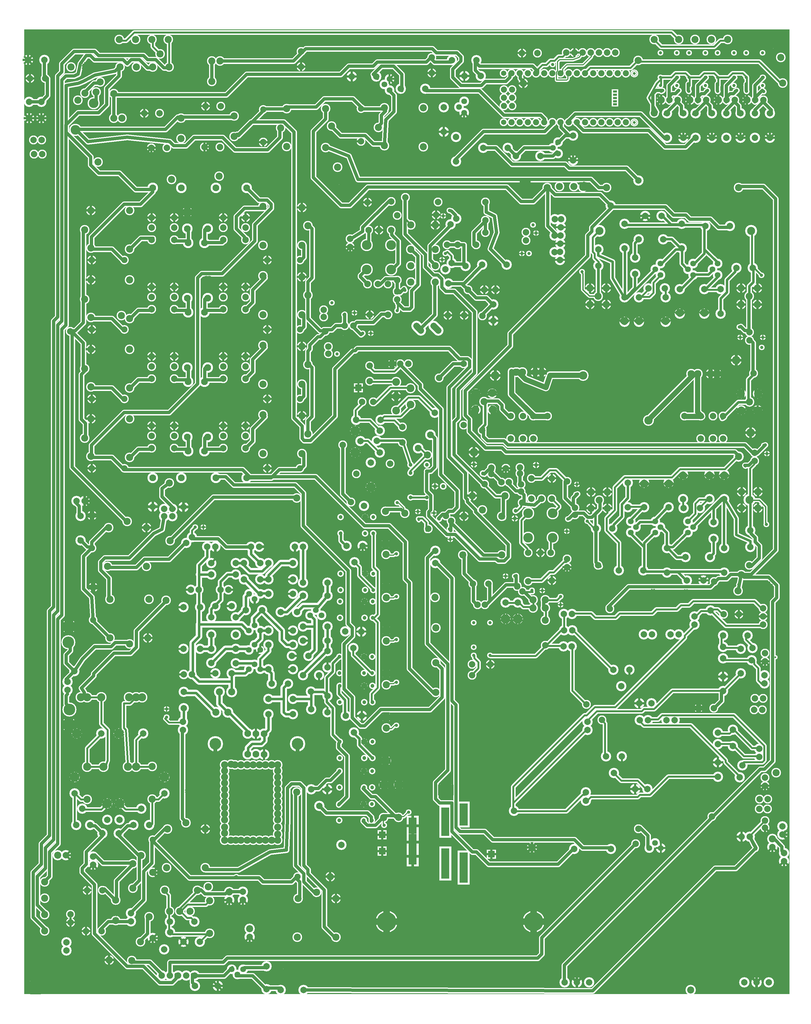
<source format=gbr>
%FSLAX34Y34*%
%MOMM*%
%LNCOPPER_BOTTOM*%
G71*
G01*
%ADD10C,3.200*%
%ADD11C,3.000*%
%ADD12C,1.600*%
%ADD13C,3.000*%
%ADD14C,2.800*%
%ADD15C,4.700*%
%ADD16C,1.400*%
%ADD17C,1.800*%
%ADD18C,1.200*%
%ADD19C,3.700*%
%ADD20C,7.800*%
%ADD21C,3.400*%
%ADD22C,3.100*%
%ADD23C,2.800*%
%ADD24C,2.800*%
%ADD25C,2.400*%
%ADD26C,2.800*%
%ADD27C,2.600*%
%ADD28C,1.700*%
%ADD29C,1.800*%
%ADD30C,3.200*%
%ADD31C,3.800*%
%ADD32C,3.000*%
%ADD33C,3.200*%
%ADD34C,2.000*%
%ADD35C,1.800*%
%ADD36C,3.300*%
%ADD37C,2.900*%
%ADD38C,2.700*%
%ADD39C,3.000*%
%ADD40C,4.800*%
%ADD41C,3.300*%
%ADD42C,3.400*%
%ADD43C,2.000*%
%ADD44C,2.600*%
%ADD45C,1.900*%
%ADD46C,1.990*%
%ADD47C,1.800*%
%ADD48C,3.300*%
%ADD49C,6.800*%
%ADD50C,1.300*%
%ADD51C,4.400*%
%ADD52C,4.200*%
%ADD53C,5.200*%
%ADD54C,2.100*%
%ADD55C,0.800*%
%ADD56R,2.070X1.435*%
%ADD57C,2.700*%
%ADD58C,2.450*%
%ADD59C,1.100*%
%ADD60C,4.800*%
%ADD61C,1.140*%
%ADD62C,1.400*%
%ADD63C,0.733*%
%ADD64C,0.667*%
%ADD65C,3.345*%
%ADD66C,0.813*%
%ADD67C,6.067*%
%ADD68C,6.860*%
%ADD69C,1.403*%
%ADD70C,1.723*%
%ADD71C,1.380*%
%ADD72C,1.427*%
%ADD73C,1.033*%
%ADD74C,1.180*%
%ADD75C,1.220*%
%ADD76C,0.680*%
%ADD77C,0.767*%
%ADD78C,1.264*%
%ADD79C,1.507*%
%ADD80C,1.687*%
%ADD81C,1.447*%
%ADD82C,2.100*%
%ADD83C,1.967*%
%ADD84C,0.700*%
%ADD85C,0.804*%
%ADD86C,0.672*%
%ADD87C,0.960*%
%ADD88C,2.017*%
%ADD89C,0.333*%
%ADD90C,2.748*%
%ADD91C,2.973*%
%ADD92C,0.833*%
%ADD93C,2.200*%
%ADD94C,2.134*%
%ADD95C,3.717*%
%ADD96C,0.433*%
%ADD97C,0.600*%
%ADD98C,3.419*%
%ADD99C,0.867*%
%ADD100C,0.400*%
%ADD101C,1.527*%
%ADD102C,2.000*%
%ADD103C,1.800*%
%ADD104C,2.200*%
%ADD105C,4.500*%
%ADD106C,1.000*%
%ADD107C,2.500*%
%ADD108C,7.000*%
%ADD109C,2.600*%
%ADD110C,2.300*%
%ADD111C,2.000*%
%ADD112C,2.000*%
%ADD113C,0.900*%
%ADD114C,1.000*%
%ADD115C,3.000*%
%ADD116C,2.200*%
%ADD117C,2.400*%
%ADD118C,1.200*%
%ADD119C,1.000*%
%ADD120C,2.100*%
%ADD121C,1.900*%
%ADD122C,2.200*%
%ADD123C,3.600*%
%ADD124C,2.100*%
%ADD125C,2.200*%
%ADD126C,1.500*%
%ADD127C,0.790*%
%ADD128C,1.000*%
%ADD129C,6.000*%
%ADD130C,0.500*%
%ADD131C,3.600*%
%ADD132C,4.000*%
%ADD133C,5.000*%
%ADD134C,1.300*%
%ADD135C,0.000*%
%ADD136R,1.270X0.635*%
%ADD137C,1.900*%
%ADD138C,1.650*%
%ADD139C,0.300*%
%ADD140C,4.600*%
%ADD141C,0.340*%
%ADD142C,0.600*%
%LPD*%
G36*
X-1346994Y2046287D02*
X1033006Y2046287D01*
X1033006Y-953713D01*
X-1346994Y-953713D01*
X-1346994Y2046287D01*
G37*
%LPC*%
X519851Y1365358D02*
G54D10*
D03*
X519901Y1441608D02*
G54D10*
D03*
X438857Y1361958D02*
G54D10*
D03*
X438970Y1310977D02*
G54D10*
D03*
X553157Y1336558D02*
G54D10*
D03*
X553269Y1285578D02*
G54D10*
D03*
X519867Y1136758D02*
G54D10*
D03*
X519917Y1213008D02*
G54D10*
D03*
X640588Y1393372D02*
G54D10*
D03*
X564338Y1393422D02*
G54D10*
D03*
X565547Y1213008D02*
G54D10*
D03*
X565497Y1136758D02*
G54D10*
D03*
X697650Y1365357D02*
G54D10*
D03*
X697700Y1441607D02*
G54D10*
D03*
X594982Y1240842D02*
G54D10*
D03*
X692547Y1238408D02*
G54D10*
D03*
X692497Y1162158D02*
G54D10*
D03*
X768746Y1238408D02*
G54D10*
D03*
X768696Y1162158D02*
G54D10*
D03*
X819546Y1238408D02*
G54D10*
D03*
X819496Y1162158D02*
G54D10*
D03*
X919018Y1304453D02*
G54D10*
D03*
X868038Y1304340D02*
G54D10*
D03*
X847564Y1435176D02*
G54D10*
D03*
X771314Y1435226D02*
G54D10*
D03*
X632222Y1317783D02*
G54D11*
D03*
X616322Y1300208D02*
G54D11*
D03*
X632256Y1282592D02*
G54D11*
D03*
X733822Y1317783D02*
G54D11*
D03*
X717922Y1300208D02*
G54D11*
D03*
X733856Y1282592D02*
G54D11*
D03*
X810022Y1317783D02*
G54D11*
D03*
X794122Y1300208D02*
G54D11*
D03*
X810056Y1282592D02*
G54D11*
D03*
G54D12*
X519917Y1213008D02*
X521072Y1209933D01*
X521072Y1362333D01*
X519851Y1365358D01*
G54D12*
X697700Y1441607D02*
X698872Y1438533D01*
X521072Y1438533D01*
X519901Y1441608D01*
G54D12*
X564338Y1393422D02*
X565522Y1394083D01*
X552822Y1381383D01*
X552822Y1336933D01*
X553157Y1336558D01*
G54D12*
X519917Y1213008D02*
X521072Y1209933D01*
X552822Y1241683D01*
X552822Y1286133D01*
X553270Y1285577D01*
G54D12*
X616322Y1300208D02*
X616322Y1298833D01*
X527422Y1209933D01*
X521072Y1209933D01*
X519917Y1213008D01*
G54D12*
X733857Y1282592D02*
X736972Y1279783D01*
X692522Y1235333D01*
X692547Y1238408D01*
G54D12*
X717922Y1300208D02*
X717922Y1298833D01*
X698872Y1317883D01*
X698872Y1362333D01*
X697651Y1365357D01*
G54D12*
X733822Y1317783D02*
X736972Y1317883D01*
X768722Y1349633D01*
X768722Y1432183D01*
X771314Y1435226D01*
G54D12*
X697651Y1365357D02*
X698872Y1362333D01*
X667122Y1394083D01*
X641722Y1394083D01*
X640588Y1393372D01*
G54D12*
X810022Y1317783D02*
X813172Y1317883D01*
X768722Y1362333D01*
X768722Y1432183D01*
X771314Y1435226D01*
G54D12*
X868038Y1304340D02*
X870322Y1305183D01*
X863972Y1298833D01*
X863972Y1292483D01*
X838572Y1267083D01*
X838572Y1228983D01*
X819522Y1209933D01*
X819522Y1159133D01*
X819496Y1162158D01*
G54D12*
X810056Y1282592D02*
X813172Y1279783D01*
X768722Y1235333D01*
X768746Y1238408D01*
G54D12*
X632222Y1317783D02*
X635372Y1317883D01*
X679822Y1362333D01*
X698872Y1362333D01*
X697651Y1365357D01*
G54D12*
X771314Y1435226D02*
X768722Y1432183D01*
X762372Y1438533D01*
X698872Y1438533D01*
X697700Y1441607D01*
X413122Y1241683D02*
G54D13*
D03*
X463922Y1241683D02*
G54D13*
D03*
X438522Y1216283D02*
G54D13*
D03*
X463922Y1190883D02*
G54D13*
D03*
X413122Y1190883D02*
G54D13*
D03*
X883022Y1241683D02*
G54D13*
D03*
X933822Y1241683D02*
G54D13*
D03*
X908422Y1216283D02*
G54D13*
D03*
X933822Y1190883D02*
G54D13*
D03*
X883022Y1190883D02*
G54D13*
D03*
G54D12*
X438522Y1216283D02*
X438522Y1311533D01*
X438970Y1310977D01*
G54D12*
X519917Y1213008D02*
X521072Y1209933D01*
X482972Y1273433D01*
X482972Y1324233D01*
X438522Y1343283D01*
X438522Y1362333D01*
X438858Y1361958D01*
G54D12*
X907628Y1216283D02*
X907628Y1248033D01*
X920328Y1260733D01*
X920328Y1305183D01*
X918225Y1304452D01*
X584548Y1465992D02*
G54D10*
D03*
X635528Y1466105D02*
G54D10*
D03*
G54D12*
X794122Y1300208D02*
X794122Y1297233D01*
X781422Y1284533D01*
X736972Y1284533D01*
X733857Y1282592D01*
X519867Y1136758D02*
G54D14*
D03*
X565497Y1136758D02*
G54D14*
D03*
X692497Y1162158D02*
G54D14*
D03*
X768696Y1162158D02*
G54D14*
D03*
X519867Y1136758D02*
G54D14*
D03*
X395446Y1496376D02*
G54D15*
D03*
X645782Y1240842D02*
G54D10*
D03*
X648097Y1213008D02*
G54D10*
D03*
X648047Y1136758D02*
G54D10*
D03*
G54D16*
X632257Y1282592D02*
X635372Y1284533D01*
X609972Y1259133D01*
X609972Y1227383D01*
X597272Y1214683D01*
X565522Y1214683D01*
X565547Y1213008D01*
G54D16*
X594982Y1240842D02*
X597272Y1240083D01*
X571872Y1214683D01*
X565522Y1214683D01*
X565547Y1213008D01*
G54D16*
X648097Y1213008D02*
X648072Y1214683D01*
X648072Y1240083D01*
X645782Y1240842D01*
G54D12*
X635528Y1466105D02*
X638572Y1465483D01*
X663972Y1440083D01*
X695722Y1440083D01*
X697700Y1441607D01*
X477097Y1498158D02*
G54D10*
D03*
G54D16*
X819546Y1238408D02*
X820922Y1236983D01*
X770922Y1236983D01*
X768746Y1238408D01*
X388322Y1292383D02*
G54D17*
D03*
G54D18*
X388322Y1292383D02*
X385922Y1291983D01*
X390922Y1286983D01*
X390922Y1236983D01*
X410922Y1216983D01*
X440922Y1216983D01*
X438522Y1216283D01*
X565497Y1136758D02*
G54D14*
D03*
X648047Y1136758D02*
G54D14*
D03*
X692497Y1162158D02*
G54D14*
D03*
X768696Y1162158D02*
G54D14*
D03*
X955278Y1495583D02*
G54D15*
D03*
X395446Y1137602D02*
G54D15*
D03*
X954642Y1139189D02*
G54D15*
D03*
X445472Y1419383D02*
G54D17*
D03*
X442296Y1419384D02*
G54D19*
D03*
G54D16*
X442296Y1419384D02*
X440134Y1418590D01*
X421084Y1399540D01*
X421084Y1355090D01*
X427434Y1348740D01*
X427434Y1336040D01*
X440134Y1323340D01*
X440134Y1215390D01*
X438522Y1216284D01*
X914021Y1419384D02*
G54D19*
D03*
G54D16*
X909021Y1419384D02*
X910034Y1418590D01*
X916384Y1412240D01*
X916384Y1304290D01*
X919018Y1304452D01*
X528072Y830142D02*
G54D20*
D03*
X458222Y969842D02*
G54D20*
D03*
X391547Y969842D02*
G54D21*
D03*
X594747Y830142D02*
G54D21*
D03*
X182672Y979942D02*
G54D22*
D03*
X262672Y979942D02*
G54D23*
D03*
X727672Y974942D02*
G54D23*
D03*
X807672Y974942D02*
G54D23*
D03*
X262672Y979942D02*
G54D22*
D03*
X727672Y974942D02*
G54D22*
D03*
X807672Y974942D02*
G54D13*
D03*
X202672Y979942D02*
G54D22*
D03*
X242672Y979942D02*
G54D22*
D03*
X747672Y974942D02*
G54D22*
D03*
X787672Y974942D02*
G54D22*
D03*
X58247Y863612D02*
G54D13*
D03*
X58247Y914412D02*
G54D13*
D03*
X83647Y889012D02*
G54D13*
D03*
X109047Y914412D02*
G54D13*
D03*
X109047Y863612D02*
G54D13*
D03*
X58247Y862342D02*
G54D24*
D03*
X109047Y862342D02*
G54D14*
D03*
X883747Y862342D02*
G54D13*
D03*
X883747Y913142D02*
G54D13*
D03*
X909147Y887742D02*
G54D13*
D03*
X934547Y913142D02*
G54D13*
D03*
X934547Y862342D02*
G54D13*
D03*
X883747Y862342D02*
G54D24*
D03*
X934547Y862342D02*
G54D14*
D03*
G54D25*
X182672Y979942D02*
X186872Y983642D01*
X212272Y958242D01*
X275772Y932842D01*
X288472Y970942D01*
X390072Y970942D01*
X391547Y969842D01*
G54D25*
X727672Y974942D02*
X732972Y970942D01*
X593272Y831242D01*
X594747Y830142D01*
X757204Y773705D02*
G54D26*
D03*
X757204Y843555D02*
G54D26*
D03*
X827054Y773705D02*
G54D26*
D03*
X827054Y843555D02*
G54D26*
D03*
X795304Y843555D02*
G54D26*
D03*
X795304Y773705D02*
G54D26*
D03*
X827055Y773705D02*
G54D14*
D03*
X827055Y843555D02*
G54D14*
D03*
X166654Y773705D02*
G54D26*
D03*
X166654Y843555D02*
G54D26*
D03*
X236504Y773705D02*
G54D26*
D03*
X236504Y843556D02*
G54D26*
D03*
X204754Y843556D02*
G54D26*
D03*
X204754Y773706D02*
G54D26*
D03*
X236505Y773705D02*
G54D14*
D03*
X236505Y843556D02*
G54D14*
D03*
G54D25*
X236505Y843556D02*
X239147Y842842D01*
X169297Y912692D01*
X169297Y982542D01*
X169972Y979942D01*
X807672Y974942D02*
G54D22*
D03*
X280955Y843555D02*
G54D24*
D03*
G54D25*
X274605Y843555D02*
X277247Y842842D01*
X239147Y842842D01*
X236505Y843556D01*
X706405Y843555D02*
G54D24*
D03*
G54D25*
X706405Y843555D02*
X709047Y842842D01*
X759847Y842842D01*
X757205Y843556D01*
G54D12*
X827055Y837205D02*
X823347Y836492D01*
X874147Y887292D01*
X912247Y887292D01*
X909147Y881392D01*
G54D25*
X757205Y843556D02*
X759847Y842842D01*
X747147Y855542D01*
X747147Y969842D01*
X747672Y974942D01*
X921947Y976667D02*
G54D24*
D03*
X77397Y798868D02*
G54D24*
D03*
G54D12*
X77397Y798868D02*
X74047Y804742D01*
X86747Y817442D01*
X86747Y893642D01*
X83647Y887742D01*
G54D12*
X915597Y976667D02*
X918597Y982542D01*
X918597Y969842D01*
X905897Y957142D01*
X905897Y893642D01*
X902797Y887742D01*
X58247Y913142D02*
G54D14*
D03*
X109047Y913143D02*
G54D14*
D03*
X883747Y913142D02*
G54D14*
D03*
X934547Y913142D02*
G54D14*
D03*
X934547Y862342D02*
G54D14*
D03*
X395446Y659764D02*
G54D15*
D03*
X955278Y658971D02*
G54D15*
D03*
X395446Y300989D02*
G54D15*
D03*
X954642Y302576D02*
G54D15*
D03*
X909021Y582771D02*
G54D19*
D03*
X-205378Y1299843D02*
G54D27*
D03*
X-205378Y1376043D02*
G54D27*
D03*
X-281578Y1299843D02*
G54D27*
D03*
X-205378Y1299843D02*
G54D27*
D03*
X-281578Y1376042D02*
G54D27*
D03*
X-281578Y1299842D02*
G54D27*
D03*
X-205378Y1376043D02*
G54D27*
D03*
X-281578Y1376043D02*
G54D27*
D03*
X-205466Y1511066D02*
G54D26*
D03*
X-205466Y1422166D02*
G54D26*
D03*
X-243566Y1422166D02*
G54D26*
D03*
X-275316Y1422166D02*
G54D26*
D03*
X-215110Y1159276D02*
G54D26*
D03*
X-278609Y1254526D02*
G54D26*
D03*
X-246860Y1254526D02*
G54D26*
D03*
X-215110Y1254526D02*
G54D26*
D03*
G54D28*
X-275316Y1422166D02*
X-275228Y1420493D01*
X-275228Y1382393D01*
X-281578Y1376043D01*
G54D29*
X-281578Y1299843D02*
X-300628Y1280793D01*
X-300628Y1276545D01*
X-278609Y1254526D01*
G54D29*
X-325590Y1398716D02*
X-293840Y1417766D01*
X-293840Y1430466D01*
X-211290Y1513016D01*
X-211816Y1511066D01*
X-186627Y1266814D02*
G54D26*
D03*
G54D29*
X-186626Y1266815D02*
X-183753Y1264602D01*
X-190103Y1270952D01*
X-221853Y1270952D01*
X-240903Y1251902D01*
X-247253Y1251902D01*
X-246859Y1254526D01*
X-278610Y1508526D02*
G54D26*
D03*
X-161016Y1523766D02*
G54D26*
D03*
X1412Y1376076D02*
G54D26*
D03*
X58562Y1376076D02*
G54D26*
D03*
X87262Y1452276D02*
G54D26*
D03*
X87262Y1509426D02*
G54D26*
D03*
X26212Y1310453D02*
G54D10*
D03*
X-27740Y1256572D02*
G54D10*
D03*
X26212Y1310453D02*
G54D14*
D03*
X153988Y1314504D02*
G54D10*
D03*
X77738Y1314554D02*
G54D10*
D03*
X153988Y1314505D02*
G54D14*
D03*
X33162Y1236376D02*
G54D26*
D03*
X83962Y1236376D02*
G54D26*
D03*
G54D29*
X77738Y1314554D02*
X77662Y1312576D01*
X20512Y1255426D01*
X-30288Y1255426D01*
X-27740Y1256572D01*
G54D29*
X33162Y1236376D02*
X33212Y1236376D01*
X14162Y1255426D01*
X-30288Y1255426D01*
X-27740Y1256572D01*
G54D29*
X26212Y1310454D02*
X26862Y1312576D01*
X20512Y1318926D01*
X20512Y1376076D01*
X1412Y1376076D01*
X83962Y1236376D02*
G54D26*
D03*
X112569Y1140270D02*
G54D10*
D03*
X112457Y1191251D02*
G54D10*
D03*
X112569Y1140270D02*
G54D10*
D03*
G54D29*
X112457Y1191250D02*
X109412Y1191926D01*
X90362Y1210976D01*
X58612Y1210976D01*
X33212Y1236376D01*
X33162Y1236376D01*
G54D29*
X87262Y1452276D02*
X90362Y1452276D01*
X52262Y1414176D01*
X52262Y1376076D01*
X52212Y1376076D01*
G54D29*
X153988Y1314504D02*
X153862Y1312576D01*
X103062Y1363376D01*
X122062Y1414176D01*
X115762Y1464976D01*
X90362Y1477676D01*
X90362Y1503076D01*
X87262Y1503076D01*
X87262Y1414176D02*
G54D26*
D03*
G54D29*
X87262Y1414176D02*
X87262Y1452276D01*
X119012Y1236376D02*
G54D26*
D03*
X-31608Y1376076D02*
G54D26*
D03*
G54D29*
X-31608Y1376076D02*
X-30338Y1376076D01*
X7762Y1376076D01*
X1412Y1376076D01*
X-20688Y1439576D02*
G54D26*
D03*
X-144384Y1438082D02*
G54D13*
D03*
X-68184Y1438082D02*
G54D13*
D03*
X-144384Y1361882D02*
G54D13*
D03*
X-144384Y1311082D02*
G54D13*
D03*
X-144384Y1260282D02*
G54D13*
D03*
X-68184Y1361882D02*
G54D13*
D03*
X-68184Y1311082D02*
G54D13*
D03*
X-68184Y1260282D02*
G54D13*
D03*
X-68184Y1438082D02*
G54D26*
D03*
X78067Y1155278D02*
G54D26*
D03*
X21847Y1157523D02*
G54D26*
D03*
X21847Y1157523D02*
G54D26*
D03*
X-28953Y1157523D02*
G54D26*
D03*
G54D16*
X-144383Y1438081D02*
X-141439Y1436816D01*
X-160489Y1455866D01*
X-160489Y1525716D01*
X-161016Y1523766D01*
G54D29*
X-144383Y1361882D02*
X-141439Y1360616D01*
X-122389Y1341566D01*
X-122389Y1252666D01*
X-141439Y1233616D01*
X-141439Y1182816D01*
X-147789Y1176466D01*
X-166839Y1176466D01*
X-185889Y1195516D01*
X-186416Y1209441D01*
G54D29*
X-68183Y1311082D02*
X-65239Y1309816D01*
X-84289Y1328866D01*
X-84289Y1373316D01*
X-20789Y1436816D01*
X-20688Y1439576D01*
G54D30*
X-58769Y1109801D02*
X-72911Y1123943D01*
G54D30*
X-112744Y1109801D02*
X-126886Y1123943D01*
X-332978Y1394777D02*
G54D24*
D03*
X-332978Y1369377D02*
G54D24*
D03*
X-59928Y1509077D02*
G54D24*
D03*
X-281578Y1376042D02*
G54D31*
D03*
X-281578Y1299843D02*
G54D31*
D03*
X-205378Y1299843D02*
G54D31*
D03*
X-205378Y1376043D02*
G54D31*
D03*
G54D29*
X-205378Y1299843D02*
X-203518Y1298927D01*
X-184468Y1317977D01*
X-184468Y1387827D01*
X-203518Y1406877D01*
X-203518Y1419577D01*
X-205466Y1422166D01*
G54D29*
X-116640Y1116872D02*
X-114618Y1114777D01*
X-70168Y1159227D01*
X-70168Y1260827D01*
X-68183Y1260282D01*
X220700Y541641D02*
G54D27*
D03*
X220700Y465441D02*
G54D27*
D03*
X296900Y541641D02*
G54D27*
D03*
X220700Y541641D02*
G54D27*
D03*
X296900Y465441D02*
G54D27*
D03*
X296900Y541641D02*
G54D27*
D03*
X220700Y465441D02*
G54D27*
D03*
X296900Y465441D02*
G54D27*
D03*
X220788Y330418D02*
G54D26*
D03*
X220788Y419318D02*
G54D26*
D03*
X258888Y419318D02*
G54D26*
D03*
X290638Y419318D02*
G54D26*
D03*
X293932Y650458D02*
G54D26*
D03*
X230432Y650458D02*
G54D26*
D03*
X293931Y586958D02*
G54D26*
D03*
X262182Y586958D02*
G54D26*
D03*
X230432Y586958D02*
G54D26*
D03*
G54D16*
X290638Y419318D02*
X290550Y420991D01*
X290550Y459091D01*
X296901Y465441D01*
G54D16*
X296900Y541641D02*
X315951Y560691D01*
X315950Y564939D01*
X293931Y586958D01*
X201949Y574669D02*
G54D26*
D03*
G54D29*
X201948Y574669D02*
X199075Y576882D01*
X205425Y570532D01*
X240350Y567357D01*
X262182Y586958D01*
X262576Y589582D01*
X262182Y586958D01*
X293932Y332958D02*
G54D26*
D03*
X341950Y373682D02*
G54D24*
D03*
X341950Y399082D02*
G54D24*
D03*
X341950Y640382D02*
G54D24*
D03*
G54D16*
X341950Y399082D02*
X344731Y396458D01*
X338381Y390108D01*
X332031Y390108D01*
X300281Y358358D01*
X287581Y358358D01*
X262181Y332958D01*
X217731Y332958D01*
X220788Y330418D01*
G54D16*
X341950Y640382D02*
X344732Y637758D01*
X306631Y675858D01*
X287582Y675858D01*
X262181Y650458D01*
X230431Y650458D01*
X296900Y465441D02*
G54D31*
D03*
X296900Y541641D02*
G54D31*
D03*
X220700Y541641D02*
G54D31*
D03*
X220700Y465441D02*
G54D31*
D03*
G54D16*
X220700Y541641D02*
X218125Y538782D01*
X199076Y519732D01*
X199075Y449882D01*
X218125Y430832D01*
X218125Y418132D01*
X220788Y419318D01*
X17692Y412060D02*
G54D13*
D03*
X20866Y532710D02*
G54D13*
D03*
X138342Y412060D02*
G54D13*
D03*
X138342Y532710D02*
G54D13*
D03*
X78017Y552173D02*
G54D13*
D03*
X20866Y532710D02*
G54D32*
D03*
X46713Y596292D02*
G54D13*
D03*
X148313Y596291D02*
G54D13*
D03*
X235613Y272152D02*
G54D13*
D03*
X235613Y246752D02*
G54D13*
D03*
X273713Y246752D02*
G54D13*
D03*
X273713Y208652D02*
G54D13*
D03*
X188208Y264145D02*
G54D10*
D03*
X188321Y213164D02*
G54D10*
D03*
X188208Y264144D02*
G54D26*
D03*
X188320Y213164D02*
G54D26*
D03*
G54D16*
X235613Y246752D02*
X236447Y247770D01*
X236447Y273170D01*
X235613Y272152D01*
G54D16*
X188208Y264144D02*
X192391Y263094D01*
X205091Y250394D01*
X230491Y250394D01*
X235613Y246752D01*
X150108Y264145D02*
G54D10*
D03*
X150220Y213164D02*
G54D10*
D03*
X150108Y264144D02*
G54D26*
D03*
X150220Y213164D02*
G54D26*
D03*
G54D16*
X150108Y264144D02*
X154291Y263094D01*
X192391Y263094D01*
X188208Y264144D01*
X273713Y272152D02*
G54D13*
D03*
G54D29*
X273713Y272152D02*
X268591Y275794D01*
X268591Y250394D01*
X273713Y246752D01*
X84680Y632101D02*
G54D26*
D03*
X46713Y596292D02*
G54D13*
D03*
G54D16*
X84679Y632101D02*
X87709Y632777D01*
X87709Y626427D01*
X119459Y594677D01*
X151209Y594677D01*
X148313Y596291D01*
X-145329Y930590D02*
G54D33*
D03*
X-145329Y879790D02*
G54D33*
D03*
X-189779Y905190D02*
G54D33*
D03*
X-189779Y860740D02*
G54D33*
D03*
X-189779Y949640D02*
G54D33*
D03*
X-177079Y1006790D02*
G54D26*
D03*
X-202479Y1006790D02*
G54D26*
D03*
X-151679Y1006790D02*
G54D26*
D03*
X-238164Y832165D02*
G54D10*
D03*
X-314414Y832215D02*
G54D10*
D03*
X-317106Y797905D02*
G54D10*
D03*
X-240856Y797855D02*
G54D10*
D03*
X-301172Y766429D02*
G54D10*
D03*
X-250192Y766541D02*
G54D10*
D03*
X-272329Y1000528D02*
G54D26*
D03*
X-272329Y952728D02*
G54D26*
D03*
X-268719Y698904D02*
G54D10*
D03*
X-268769Y622654D02*
G54D10*
D03*
X-208829Y647840D02*
G54D26*
D03*
X-208829Y695640D02*
G54D26*
D03*
X-296273Y887684D02*
G54D26*
D03*
X-261173Y887684D02*
G54D26*
D03*
X-170729Y762140D02*
G54D26*
D03*
X-170729Y809940D02*
G54D26*
D03*
X-317051Y730258D02*
G54D10*
D03*
X-240801Y730208D02*
G54D10*
D03*
X-69854Y853835D02*
G54D10*
D03*
X-317106Y797906D02*
G54D26*
D03*
X-317051Y730258D02*
G54D26*
D03*
X-208829Y647840D02*
G54D26*
D03*
X-268769Y622654D02*
G54D26*
D03*
G54D16*
X-272329Y994178D02*
X-271629Y995360D01*
X-258929Y982660D01*
X-195429Y982660D01*
X-176379Y1001710D01*
X-176379Y1008060D01*
X-177079Y1006790D01*
G54D16*
X-272329Y959078D02*
X-271629Y957260D01*
X-265279Y950910D01*
X-189079Y950910D01*
X-189779Y949640D01*
G54D16*
X-254823Y887684D02*
X-252579Y887410D01*
X-208129Y931860D01*
X-144629Y931860D01*
X-145329Y930590D01*
G54D16*
X-238164Y832165D02*
X-239879Y830260D01*
X-227179Y842960D01*
X-176379Y842960D01*
X-144629Y874710D01*
X-144629Y881060D01*
X-145329Y879790D01*
G54D16*
X-289923Y887684D02*
X-290679Y887410D01*
X-316079Y862010D01*
X-316079Y830260D01*
X-314414Y832215D01*
G54D16*
X-240856Y797856D02*
X-239879Y798510D01*
X-271629Y830260D01*
X-316079Y830260D01*
X-314414Y832215D01*
G54D16*
X-170729Y803590D02*
X-170029Y804860D01*
X-195429Y830260D01*
X-239879Y830260D01*
X-238164Y832165D01*
G54D16*
X-170729Y768490D02*
X-170029Y766760D01*
X-252579Y766760D01*
X-250192Y766541D01*
G54D16*
X-240801Y730208D02*
X-239879Y728660D01*
X-277979Y766760D01*
X-303379Y766760D01*
X-301172Y766429D01*
G36*
X-293379Y945860D02*
X-293379Y917860D01*
X-321379Y917860D01*
X-321379Y945860D01*
X-293379Y945860D01*
G37*
X-94529Y692378D02*
G54D34*
D03*
X-94529Y666978D02*
G54D35*
D03*
X-145329Y692378D02*
G54D35*
D03*
X-145329Y666978D02*
G54D34*
D03*
X-94529Y590778D02*
G54D35*
D03*
X-145329Y590778D02*
G54D35*
D03*
X-92497Y723144D02*
G54D13*
D03*
G54D16*
X-145329Y692378D02*
X-170729Y768578D01*
X-253279Y768578D01*
X-250192Y766541D01*
G54D16*
X-69854Y853835D02*
X-69129Y851128D01*
X-119929Y901928D01*
X-151679Y901928D01*
X-189779Y863828D01*
X-189779Y860740D01*
X-90333Y493170D02*
G54D24*
D03*
G54D16*
X-145329Y590778D02*
X-94529Y590778D01*
X-145329Y692378D02*
G54D34*
D03*
X-94529Y590778D02*
G54D34*
D03*
X-145329Y590778D02*
G54D34*
D03*
X955222Y12320D02*
G54D10*
D03*
X955222Y37820D02*
G54D10*
D03*
X-880320Y743691D02*
G54D26*
D03*
X-950170Y743691D02*
G54D26*
D03*
X-880320Y813541D02*
G54D26*
D03*
X-950170Y813541D02*
G54D26*
D03*
X-950170Y781791D02*
G54D26*
D03*
X-880320Y781791D02*
G54D26*
D03*
X-836912Y734920D02*
G54D36*
D03*
X-785930Y735032D02*
G54D36*
D03*
X-658070Y743691D02*
G54D26*
D03*
X-727920Y743691D02*
G54D26*
D03*
X-658070Y813541D02*
G54D26*
D03*
X-727920Y813541D02*
G54D26*
D03*
X-727920Y781791D02*
G54D26*
D03*
X-658070Y781791D02*
G54D26*
D03*
X-775847Y779018D02*
G54D10*
D03*
X-775960Y829998D02*
G54D10*
D03*
X-839347Y779018D02*
G54D10*
D03*
X-839460Y829998D02*
G54D10*
D03*
G54D29*
X-775847Y779018D02*
X-778720Y781791D01*
X-785070Y775441D01*
X-785070Y737341D01*
X-785930Y735032D01*
G54D29*
X-839347Y779018D02*
X-842220Y781791D01*
X-835870Y775441D01*
X-835870Y737341D01*
X-836911Y734920D01*
X-658070Y813541D02*
G54D14*
D03*
X-727920Y813541D02*
G54D14*
D03*
X-775960Y829999D02*
G54D37*
D03*
X-839460Y829999D02*
G54D14*
D03*
X-880320Y813541D02*
G54D14*
D03*
X-950170Y813541D02*
G54D14*
D03*
X-839347Y779018D02*
G54D36*
D03*
X-839460Y829998D02*
G54D36*
D03*
X-775960Y829998D02*
G54D36*
D03*
X-775847Y779018D02*
G54D36*
D03*
X-603857Y847983D02*
G54D13*
D03*
X-483207Y844809D02*
G54D13*
D03*
X-603857Y727333D02*
G54D13*
D03*
X-483207Y727333D02*
G54D13*
D03*
X-464394Y787658D02*
G54D13*
D03*
X-590350Y681054D02*
G54D38*
D03*
X-488750Y681054D02*
G54D38*
D03*
X-483207Y844809D02*
G54D13*
D03*
X-1018852Y715244D02*
G54D13*
D03*
X-1139502Y718418D02*
G54D13*
D03*
X-1018852Y835895D02*
G54D13*
D03*
X-1139502Y835895D02*
G54D13*
D03*
X-1158314Y775570D02*
G54D13*
D03*
X-1139501Y718418D02*
G54D13*
D03*
X-1139502Y835895D02*
G54D13*
D03*
X-1136450Y681054D02*
G54D38*
D03*
X-1034850Y681054D02*
G54D38*
D03*
X-590350Y681054D02*
G54D26*
D03*
X-1136450Y681054D02*
G54D26*
D03*
G54D29*
X-488750Y681054D02*
X-490097Y677418D01*
X-477397Y690118D01*
X-477397Y728218D01*
X-483207Y727334D01*
G54D29*
X-727920Y743692D02*
X-731397Y740918D01*
X-782197Y740918D01*
X-785930Y735032D01*
G54D29*
X-836911Y734920D02*
X-832997Y740918D01*
X-883797Y740918D01*
X-880320Y743692D01*
G54D29*
X-1034850Y681054D02*
X-1036197Y677418D01*
X-1074297Y715518D01*
X-1137797Y715518D01*
X-1139501Y718418D01*
X-880320Y959591D02*
G54D26*
D03*
X-950170Y959591D02*
G54D26*
D03*
X-880320Y1029441D02*
G54D26*
D03*
X-950170Y1029441D02*
G54D26*
D03*
X-950170Y997691D02*
G54D26*
D03*
X-880320Y997691D02*
G54D26*
D03*
X-836912Y950820D02*
G54D36*
D03*
X-785930Y950932D02*
G54D36*
D03*
X-658070Y959591D02*
G54D26*
D03*
X-727920Y959591D02*
G54D26*
D03*
X-658070Y1029441D02*
G54D26*
D03*
X-727920Y1029441D02*
G54D26*
D03*
X-727920Y997691D02*
G54D26*
D03*
X-658070Y997691D02*
G54D26*
D03*
X-775847Y994918D02*
G54D10*
D03*
X-775960Y1045898D02*
G54D10*
D03*
X-839347Y994918D02*
G54D10*
D03*
X-839460Y1045898D02*
G54D10*
D03*
G54D29*
X-775847Y994918D02*
X-778720Y997691D01*
X-785070Y991341D01*
X-785070Y953241D01*
X-785930Y950932D01*
G54D29*
X-839347Y994918D02*
X-842220Y997691D01*
X-835870Y991341D01*
X-835870Y953241D01*
X-836911Y950820D01*
X-658070Y1029441D02*
G54D14*
D03*
X-727920Y1029441D02*
G54D14*
D03*
X-775960Y1045899D02*
G54D37*
D03*
X-839460Y1045899D02*
G54D14*
D03*
X-880320Y1029441D02*
G54D14*
D03*
X-950170Y1029441D02*
G54D14*
D03*
X-839347Y994918D02*
G54D36*
D03*
X-839460Y1045898D02*
G54D36*
D03*
X-775960Y1045898D02*
G54D36*
D03*
X-775847Y994918D02*
G54D36*
D03*
X-603857Y1063883D02*
G54D13*
D03*
X-483207Y1060709D02*
G54D13*
D03*
X-603857Y943233D02*
G54D13*
D03*
X-483207Y943233D02*
G54D13*
D03*
X-464394Y1003558D02*
G54D13*
D03*
X-590350Y896954D02*
G54D38*
D03*
X-488750Y896954D02*
G54D38*
D03*
X-483207Y1060709D02*
G54D13*
D03*
X-1018852Y931144D02*
G54D13*
D03*
X-1139502Y934318D02*
G54D13*
D03*
X-1018852Y1051794D02*
G54D13*
D03*
X-1139502Y1051794D02*
G54D13*
D03*
X-1158314Y991470D02*
G54D13*
D03*
X-1139501Y934318D02*
G54D13*
D03*
X-1139502Y1051794D02*
G54D13*
D03*
X-1136450Y896954D02*
G54D38*
D03*
X-1034850Y896954D02*
G54D38*
D03*
X-590350Y896954D02*
G54D26*
D03*
X-1136450Y896954D02*
G54D26*
D03*
G54D29*
X-488750Y896953D02*
X-490097Y893317D01*
X-477397Y906017D01*
X-477397Y944118D01*
X-483207Y943234D01*
G54D29*
X-727920Y959591D02*
X-731397Y956818D01*
X-782197Y956818D01*
X-785930Y950932D01*
G54D29*
X-836911Y950820D02*
X-832997Y956817D01*
X-883797Y956818D01*
X-880320Y959591D01*
G54D29*
X-1034850Y896953D02*
X-1036197Y893317D01*
X-1074297Y931417D01*
X-1137797Y931417D01*
X-1139501Y934318D01*
X-880320Y1175491D02*
G54D26*
D03*
X-950170Y1175491D02*
G54D26*
D03*
X-880320Y1245341D02*
G54D26*
D03*
X-950170Y1245341D02*
G54D26*
D03*
X-950170Y1213591D02*
G54D26*
D03*
X-880320Y1213591D02*
G54D26*
D03*
X-836912Y1166720D02*
G54D36*
D03*
X-785930Y1166832D02*
G54D36*
D03*
X-658070Y1175491D02*
G54D26*
D03*
X-727920Y1175491D02*
G54D26*
D03*
X-658070Y1245341D02*
G54D26*
D03*
X-727920Y1245341D02*
G54D26*
D03*
X-727920Y1213591D02*
G54D26*
D03*
X-658070Y1213591D02*
G54D26*
D03*
X-775847Y1210818D02*
G54D10*
D03*
X-775960Y1261798D02*
G54D10*
D03*
X-839347Y1210818D02*
G54D10*
D03*
X-839460Y1261798D02*
G54D10*
D03*
G54D29*
X-775847Y1210818D02*
X-778720Y1213591D01*
X-785070Y1207241D01*
X-785070Y1169141D01*
X-785930Y1166832D01*
G54D29*
X-839347Y1210818D02*
X-842220Y1213591D01*
X-835870Y1207241D01*
X-835870Y1169141D01*
X-836911Y1166720D01*
X-658070Y1245341D02*
G54D14*
D03*
X-727920Y1245341D02*
G54D14*
D03*
X-775960Y1261799D02*
G54D37*
D03*
X-839460Y1261799D02*
G54D14*
D03*
X-880320Y1245341D02*
G54D14*
D03*
X-950170Y1245341D02*
G54D14*
D03*
X-839347Y1210818D02*
G54D36*
D03*
X-839460Y1261799D02*
G54D36*
D03*
X-775960Y1261798D02*
G54D36*
D03*
X-775847Y1210818D02*
G54D36*
D03*
X-603857Y1279783D02*
G54D13*
D03*
X-483207Y1276609D02*
G54D13*
D03*
X-603857Y1159133D02*
G54D13*
D03*
X-483207Y1159133D02*
G54D13*
D03*
X-464394Y1219458D02*
G54D13*
D03*
X-590350Y1112853D02*
G54D38*
D03*
X-488750Y1112854D02*
G54D38*
D03*
X-483207Y1276609D02*
G54D13*
D03*
X-1018852Y1147044D02*
G54D13*
D03*
X-1139502Y1150218D02*
G54D13*
D03*
X-1018852Y1267694D02*
G54D13*
D03*
X-1139502Y1267694D02*
G54D13*
D03*
X-1158314Y1207370D02*
G54D13*
D03*
X-1139501Y1150218D02*
G54D13*
D03*
X-1139502Y1267694D02*
G54D13*
D03*
X-1136450Y1112853D02*
G54D38*
D03*
X-1034850Y1112854D02*
G54D38*
D03*
X-590350Y1112854D02*
G54D26*
D03*
X-1136450Y1112853D02*
G54D26*
D03*
G54D29*
X-488750Y1112854D02*
X-490097Y1109218D01*
X-477397Y1121918D01*
X-477397Y1160017D01*
X-483207Y1159133D01*
G54D29*
X-727920Y1175492D02*
X-731397Y1172717D01*
X-782197Y1172717D01*
X-785930Y1166832D01*
G54D29*
X-836911Y1166720D02*
X-832997Y1172718D01*
X-883797Y1172717D01*
X-880320Y1175492D01*
G54D29*
X-1034850Y1112854D02*
X-1036197Y1109217D01*
X-1074297Y1147318D01*
X-1137797Y1147318D01*
X-1139501Y1150218D01*
X-880320Y1391391D02*
G54D26*
D03*
X-950170Y1391391D02*
G54D26*
D03*
X-880320Y1461241D02*
G54D26*
D03*
X-950170Y1461241D02*
G54D26*
D03*
X-950170Y1429491D02*
G54D26*
D03*
X-880320Y1429491D02*
G54D26*
D03*
X-836912Y1382620D02*
G54D36*
D03*
X-785930Y1382732D02*
G54D36*
D03*
X-658070Y1391391D02*
G54D26*
D03*
X-727920Y1391391D02*
G54D26*
D03*
X-658070Y1461241D02*
G54D26*
D03*
X-727920Y1461241D02*
G54D26*
D03*
X-727920Y1429491D02*
G54D26*
D03*
X-658070Y1429491D02*
G54D26*
D03*
X-775847Y1426718D02*
G54D10*
D03*
X-775960Y1477698D02*
G54D10*
D03*
X-839347Y1426718D02*
G54D10*
D03*
X-839460Y1477698D02*
G54D10*
D03*
G54D29*
X-775847Y1426718D02*
X-778720Y1429491D01*
X-785070Y1423141D01*
X-785070Y1385041D01*
X-785930Y1382732D01*
G54D29*
X-839347Y1426718D02*
X-842220Y1429491D01*
X-835870Y1423141D01*
X-835870Y1385041D01*
X-836911Y1382620D01*
X-658070Y1461241D02*
G54D14*
D03*
X-727920Y1461241D02*
G54D14*
D03*
X-775960Y1477699D02*
G54D37*
D03*
X-839460Y1477699D02*
G54D14*
D03*
X-880320Y1461241D02*
G54D14*
D03*
X-950170Y1461241D02*
G54D14*
D03*
X-839347Y1426718D02*
G54D36*
D03*
X-839460Y1477698D02*
G54D36*
D03*
X-775960Y1477698D02*
G54D36*
D03*
X-775847Y1426718D02*
G54D36*
D03*
X-603857Y1495683D02*
G54D13*
D03*
X-483207Y1492509D02*
G54D13*
D03*
X-603857Y1375033D02*
G54D13*
D03*
X-483207Y1375033D02*
G54D13*
D03*
X-464394Y1435358D02*
G54D13*
D03*
X-590350Y1328754D02*
G54D38*
D03*
X-488750Y1328754D02*
G54D38*
D03*
X-483207Y1492509D02*
G54D13*
D03*
X-1018852Y1362944D02*
G54D13*
D03*
X-1139502Y1366118D02*
G54D13*
D03*
X-1018852Y1483594D02*
G54D13*
D03*
X-1139502Y1483594D02*
G54D13*
D03*
X-1158314Y1423270D02*
G54D13*
D03*
X-1139501Y1366118D02*
G54D13*
D03*
X-1139502Y1483594D02*
G54D13*
D03*
X-1136450Y1328753D02*
G54D38*
D03*
X-1034850Y1328754D02*
G54D38*
D03*
X-590350Y1328754D02*
G54D26*
D03*
X-1136450Y1328754D02*
G54D26*
D03*
G54D29*
X-488750Y1328754D02*
X-490097Y1325118D01*
X-477397Y1337818D01*
X-477397Y1375918D01*
X-483207Y1375033D01*
G54D29*
X-836911Y1382620D02*
X-832997Y1388618D01*
X-883797Y1388617D01*
X-880320Y1391391D01*
G54D29*
X-1034850Y1328754D02*
X-1036197Y1325117D01*
X-1074297Y1363218D01*
X-1137797Y1363217D01*
X-1139501Y1366118D01*
X-655196Y652018D02*
G54D36*
D03*
X-655196Y652018D02*
G54D36*
D03*
X-750446Y652018D02*
G54D36*
D03*
X-750446Y652018D02*
G54D36*
D03*
X-858396Y652018D02*
G54D36*
D03*
X-858396Y652018D02*
G54D36*
D03*
X-947296Y652018D02*
G54D36*
D03*
X-947296Y652018D02*
G54D36*
D03*
G54D29*
X-655196Y652018D02*
X-655197Y652018D01*
X-578997Y652018D01*
X-553597Y677418D01*
X-490097Y677418D01*
X-488750Y681054D01*
G54D29*
X-1034850Y681054D02*
X-1036197Y677418D01*
X-667897Y677418D01*
X-642497Y652018D01*
X-578997Y652018D01*
X-553597Y677418D01*
X-490097Y677418D01*
X-488750Y681054D01*
X-655196Y1553718D02*
G54D36*
D03*
X-655196Y1553718D02*
G54D36*
D03*
X-750446Y1553718D02*
G54D36*
D03*
X-750446Y1553718D02*
G54D36*
D03*
X-858396Y1553718D02*
G54D36*
D03*
X-858396Y1553718D02*
G54D36*
D03*
X-947296Y1553718D02*
G54D36*
D03*
X-947296Y1553718D02*
G54D36*
D03*
G54D29*
X-947296Y1553718D02*
X-947297Y1553717D01*
X-947297Y1541017D01*
X-985397Y1502918D01*
X-1036197Y1502918D01*
X-1137797Y1401318D01*
X-1137797Y1363217D01*
X-1139501Y1366118D01*
G54D29*
X-655196Y1553718D02*
X-655197Y1553718D01*
X-617097Y1515617D01*
X-591697Y1515617D01*
X-578997Y1502917D01*
X-578997Y1490218D01*
X-629797Y1439418D01*
X-629797Y1388617D01*
X-731397Y1287017D01*
X-794897Y1287017D01*
X-807597Y1274317D01*
X-807597Y944117D01*
X-896497Y855217D01*
X-1036197Y855217D01*
X-1137797Y753617D01*
X-1137797Y715518D01*
X-1139501Y718418D01*
G54D29*
X-603857Y847983D02*
X-598047Y842517D01*
X-636147Y804417D01*
X-636147Y766317D01*
X-661547Y740918D01*
X-658070Y743692D01*
G54D29*
X-603857Y1063883D02*
X-598047Y1058417D01*
X-636147Y1020318D01*
X-636147Y982217D01*
X-661547Y956817D01*
X-658070Y959592D01*
G54D29*
X-603857Y1279783D02*
X-598047Y1274318D01*
X-636147Y1236218D01*
X-636147Y1198117D01*
X-661547Y1172718D01*
X-658070Y1175492D01*
G54D29*
X-603857Y1495684D02*
X-598047Y1490217D01*
X-661547Y1490217D01*
X-686947Y1464817D01*
X-686947Y1426717D01*
X-661547Y1401318D01*
X-661547Y1388618D01*
X-658070Y1391392D01*
G54D29*
X-1018851Y715244D02*
X-1017147Y715518D01*
X-991747Y740918D01*
X-953647Y740918D01*
X-950170Y743692D01*
G54D29*
X-1018851Y931144D02*
X-1017147Y931417D01*
X-991747Y956817D01*
X-953647Y956818D01*
X-950170Y959591D01*
G54D29*
X-1018851Y1147044D02*
X-1017147Y1147318D01*
X-991747Y1172718D01*
X-953647Y1172718D01*
X-950170Y1175491D01*
G54D29*
X-464394Y1003558D02*
X-464697Y1007617D01*
X-451997Y994917D01*
X-451997Y842518D01*
X-464697Y829818D01*
X-464697Y791717D01*
X-464394Y787658D01*
G54D29*
X-464394Y1435358D02*
X-464697Y1439417D01*
X-451997Y1426718D01*
X-451997Y1274318D01*
X-464697Y1261618D01*
X-464697Y1223517D01*
X-464394Y1219458D01*
G54D29*
X-1158314Y1423270D02*
X-1163197Y1426717D01*
X-1163197Y1210817D01*
X-1158314Y1207370D01*
X-1203932Y1107188D02*
G54D24*
D03*
X-410182Y1107188D02*
G54D24*
D03*
G54D29*
X-410182Y1107188D02*
X-407547Y1109217D01*
X-426597Y1090167D01*
X-432947Y1090167D01*
X-458347Y1064767D01*
X-458347Y1052068D01*
X-464697Y1045717D01*
X-464697Y1001268D01*
X-464394Y1003558D01*
G54D29*
X-410182Y1107188D02*
X-413897Y1109217D01*
X-426597Y1109217D01*
X-464697Y1147318D01*
X-464697Y1223517D01*
X-464394Y1219458D01*
G54D29*
X-1203932Y1107188D02*
X-1201297Y1109217D01*
X-1163197Y1071118D01*
X-1163197Y994918D01*
X-1158314Y991469D01*
G54D29*
X-1203932Y1107188D02*
X-1201297Y1109217D01*
X-1188597Y1109217D01*
X-1163197Y1134618D01*
X-1163197Y1210817D01*
X-1158314Y1207370D01*
X201770Y1077276D02*
G54D15*
D03*
X211296Y1550352D02*
G54D15*
D03*
X211295Y1550352D02*
G54D15*
D03*
X-337980Y1077276D02*
G54D15*
D03*
X-350680Y1547176D02*
G54D15*
D03*
X-959033Y274502D02*
G54D13*
D03*
X-962207Y153852D02*
G54D13*
D03*
X-1079682Y274502D02*
G54D13*
D03*
X-1079682Y153852D02*
G54D13*
D03*
X-1019358Y135040D02*
G54D13*
D03*
X-1087232Y376371D02*
G54D13*
D03*
X-1084058Y497021D02*
G54D13*
D03*
X-966582Y376371D02*
G54D13*
D03*
X-966583Y497021D02*
G54D13*
D03*
X-1026908Y516308D02*
G54D13*
D03*
X-1132312Y311795D02*
G54D38*
D03*
X-1132312Y210195D02*
G54D38*
D03*
X-1132312Y311795D02*
G54D26*
D03*
X-1132312Y311795D02*
G54D13*
D03*
X-1136110Y534990D02*
G54D38*
D03*
X-1136110Y433390D02*
G54D38*
D03*
X-1136110Y534990D02*
G54D26*
D03*
X-1136110Y534990D02*
G54D13*
D03*
X-962207Y153852D02*
G54D13*
D03*
X-966583Y497021D02*
G54D13*
D03*
G54D29*
X-1136110Y433390D02*
X-1136832Y433252D01*
X-1162232Y407852D01*
X-1162232Y306252D01*
X-1136832Y280852D01*
X-1132312Y210195D01*
X-1084058Y497021D02*
G54D13*
D03*
X-966583Y497021D02*
G54D13*
D03*
G54D29*
X-1132312Y210195D02*
X-1136832Y211002D01*
X-1079682Y153852D01*
G54D29*
X-1084058Y497021D02*
X-1086032Y503102D01*
X-1136832Y452302D01*
X-1136832Y439602D01*
X-1136110Y433390D01*
X-987822Y582771D02*
G54D15*
D03*
X-35322Y582771D02*
G54D15*
D03*
X-987822Y-315754D02*
G54D15*
D03*
X-35322Y-318929D02*
G54D15*
D03*
X48733Y322452D02*
G54D26*
D03*
X96533Y322451D02*
G54D26*
D03*
X48733Y322452D02*
G54D26*
D03*
G54D29*
X48733Y322451D02*
X46831Y327977D01*
X21431Y353377D01*
X21431Y416877D01*
X17692Y412060D01*
X957329Y106861D02*
G54D24*
D03*
X957330Y81461D02*
G54D24*
D03*
X957329Y-280489D02*
G54D24*
D03*
X957330Y-305889D02*
G54D24*
D03*
X926145Y-34389D02*
G54D24*
D03*
X951545Y-34388D02*
G54D24*
D03*
X-69289Y280270D02*
G54D39*
D03*
X-66114Y185020D02*
G54D39*
D03*
X-66114Y77070D02*
G54D39*
D03*
X-66114Y-15005D02*
G54D39*
D03*
X-496684Y-175468D02*
G54D40*
D03*
X-752384Y-175568D02*
G54D40*
D03*
X-651658Y-143643D02*
G54D41*
D03*
X-626284Y-143768D02*
G54D41*
D03*
X-600840Y-143743D02*
G54D41*
D03*
X-403578Y-77384D02*
G54D10*
D03*
X-403753Y-26392D02*
G54D10*
D03*
X-701508Y-13518D02*
G54D42*
D03*
X-750908Y-77618D02*
G54D42*
D03*
X-712908Y-77618D02*
G54D42*
D03*
X-739608Y-13518D02*
G54D42*
D03*
G54D43*
X-739684Y-19337D02*
X-739684Y-51087D01*
X-714284Y-76487D01*
X-850784Y-64368D02*
G54D10*
D03*
X-850908Y-13452D02*
G54D10*
D03*
X-587258Y-35793D02*
G54D10*
D03*
X-511008Y-35843D02*
G54D10*
D03*
X-853358Y-132493D02*
G54D10*
D03*
X-853358Y-106993D02*
G54D10*
D03*
G54D43*
X-850784Y-16743D02*
X-812684Y-16743D01*
X-752358Y-77068D01*
G54D43*
X-850784Y-108818D02*
X-850784Y-67543D01*
X-587258Y-83418D02*
G54D10*
D03*
X-511009Y-83468D02*
G54D10*
D03*
X-612658Y335682D02*
G54D10*
D03*
X-663575Y335557D02*
G54D10*
D03*
X-647584Y291232D02*
G54D11*
D03*
X-630008Y275332D02*
G54D11*
D03*
X-612392Y291267D02*
G54D11*
D03*
X-641234Y437282D02*
G54D10*
D03*
X-615808Y437332D02*
G54D10*
D03*
X-587258Y291232D02*
G54D10*
D03*
X-511084Y291232D02*
G54D10*
D03*
G54D43*
X-590434Y292707D02*
X-615834Y292707D01*
X-765058Y351557D02*
G54D10*
D03*
X-688808Y351507D02*
G54D10*
D03*
X-606308Y240432D02*
G54D10*
D03*
X-657225Y240307D02*
G54D10*
D03*
X-612658Y176932D02*
G54D11*
D03*
X-630258Y192832D02*
G54D11*
D03*
X-647850Y176898D02*
G54D11*
D03*
G54D43*
X-631708Y192807D02*
X-631708Y215032D01*
X-606308Y240432D01*
G54D43*
X-765058Y351557D02*
X-803158Y351557D01*
G54D43*
X-587258Y176932D02*
X-612658Y176932D01*
X-612284Y116532D02*
G54D44*
D03*
X-630258Y132507D02*
G54D11*
D03*
X-647850Y116572D02*
G54D11*
D03*
G54D43*
X-612658Y176932D02*
X-612658Y151532D01*
X-631708Y132482D01*
X-587258Y176932D02*
G54D10*
D03*
X-511084Y176932D02*
G54D10*
D03*
X-612659Y56232D02*
G54D11*
D03*
X-630258Y72182D02*
G54D11*
D03*
X-647850Y56247D02*
G54D11*
D03*
X-765058Y119782D02*
G54D10*
D03*
X-688808Y119732D02*
G54D10*
D03*
X-764850Y75603D02*
G54D10*
D03*
X-688600Y75553D02*
G54D10*
D03*
G54D43*
X-688858Y75332D02*
X-631708Y75332D01*
X-587258Y56282D02*
G54D10*
D03*
X-510984Y56232D02*
G54D10*
D03*
G54D43*
X-650758Y119782D02*
X-688859Y119782D01*
X-720608Y119782D01*
X-765058Y75332D01*
X-525938Y11492D02*
G54D10*
D03*
X-576854Y11367D02*
G54D10*
D03*
X-587258Y132482D02*
G54D10*
D03*
X-511008Y132432D02*
G54D10*
D03*
G54D45*
X-612658Y56282D02*
X-612658Y88032D01*
X-587258Y113432D01*
X-587258Y132482D01*
G54D43*
X-587258Y56282D02*
X-612658Y56282D01*
X-429983Y37632D02*
G54D33*
D03*
X-454967Y-13300D02*
G54D33*
D03*
X-479866Y37746D02*
G54D33*
D03*
X-422158Y224557D02*
G54D11*
D03*
X-439959Y240357D02*
G54D11*
D03*
X-457349Y224522D02*
G54D11*
D03*
X-777758Y437282D02*
G54D10*
D03*
X-752184Y437232D02*
G54D10*
D03*
X-479308Y326157D02*
G54D10*
D03*
X-403058Y326107D02*
G54D10*
D03*
X-479308Y284882D02*
G54D10*
D03*
X-403058Y284832D02*
G54D10*
D03*
G54D43*
X-479308Y430932D02*
X-479308Y329332D01*
X-498358Y234082D02*
G54D10*
D03*
X-549275Y233957D02*
G54D10*
D03*
G54D43*
X-403108Y322982D02*
X-403108Y284882D01*
G54D43*
X-403108Y284882D02*
X-441208Y240432D01*
G54D43*
X-431684Y253132D02*
X-479308Y253132D01*
X-498358Y234082D01*
G54D43*
X-549158Y234082D02*
X-530108Y234082D01*
X-479308Y284882D01*
X-479308Y189632D02*
G54D10*
D03*
X-403058Y189582D02*
G54D10*
D03*
X-403158Y62607D02*
G54D10*
D03*
X-403271Y113588D02*
G54D10*
D03*
X-403109Y145182D02*
G54D10*
D03*
X-479384Y145232D02*
G54D10*
D03*
G54D43*
X-403108Y148357D02*
X-403108Y192807D01*
X-828508Y303957D02*
G54D10*
D03*
X-803646Y303644D02*
G54D11*
D03*
X-799984Y119782D02*
G54D10*
D03*
X-850958Y119632D02*
G54D10*
D03*
G54D43*
X-765058Y119782D02*
X-796808Y119782D01*
X-765058Y164232D02*
G54D10*
D03*
X-688808Y164182D02*
G54D10*
D03*
G54D43*
X-650758Y176932D02*
X-669808Y195982D01*
X-803158Y195982D01*
G54D43*
X-765058Y119782D02*
X-765058Y164232D01*
X-701558Y43582D02*
G54D10*
D03*
X-752534Y43432D02*
G54D10*
D03*
X-824958Y40432D02*
G54D11*
D03*
X-850258Y40732D02*
G54D11*
D03*
X-799984Y249957D02*
G54D10*
D03*
X-850958Y249857D02*
G54D10*
D03*
X-479308Y437282D02*
G54D10*
D03*
X-504784Y437282D02*
G54D10*
D03*
G54D43*
X-403108Y113432D02*
X-403109Y145182D01*
G54D43*
X-511058Y132482D02*
X-530108Y132482D01*
X-545984Y148357D01*
X-545984Y176932D01*
X-606308Y237257D01*
X-765058Y218207D02*
G54D10*
D03*
X-688808Y218157D02*
G54D10*
D03*
X-701584Y253157D02*
G54D10*
D03*
X-752484Y252957D02*
G54D10*
D03*
X-736484Y303932D02*
G54D11*
D03*
X-711584Y303632D02*
G54D11*
D03*
G54D29*
X-736484Y303932D02*
X-736484Y329332D01*
X-714258Y351557D01*
X-688858Y351557D01*
G54D29*
X-736484Y303932D02*
X-736484Y272182D01*
X-752358Y256307D01*
G54D29*
X-765058Y221382D02*
X-765058Y243607D01*
X-752358Y256307D01*
G54D43*
X-688858Y221382D02*
X-679334Y221382D01*
X-657108Y243607D01*
G54D43*
X-803158Y195982D02*
X-803158Y157882D01*
X-822208Y138832D01*
X-822208Y37232D01*
G54D43*
X-701558Y-13568D02*
X-701558Y43582D01*
G54D43*
X-403108Y113432D02*
X-406284Y113432D01*
X-479308Y40407D01*
G54D43*
X-650758Y-143743D02*
X-650758Y-137393D01*
X-711084Y-77068D01*
X-587258Y335682D02*
G54D10*
D03*
X-511084Y335682D02*
G54D10*
D03*
G54D43*
X-701558Y18182D02*
X-803159Y18182D01*
X-822208Y37232D01*
G54D43*
X-587258Y-83418D02*
X-587258Y-131043D01*
X-599958Y-143743D01*
G54D43*
X-577734Y11832D02*
X-577734Y43582D01*
X-590434Y56282D01*
G54D43*
X-526934Y8657D02*
X-530108Y8657D01*
X-539634Y-868D01*
X-539634Y-77068D01*
X-533284Y-83418D01*
X-517408Y-83418D01*
X-511058Y-83418D01*
G54D43*
X-587258Y-35793D02*
X-539634Y-35793D01*
G54D43*
X-511058Y-35793D02*
X-476134Y-35793D01*
X-453908Y-35793D01*
G54D43*
X-453908Y-13568D02*
X-415808Y-13568D01*
X-403108Y-26268D01*
X-587258Y386482D02*
G54D10*
D03*
X-511084Y386532D02*
G54D10*
D03*
X-765084Y386532D02*
G54D10*
D03*
X-688883Y386532D02*
G54D10*
D03*
G54D29*
X-803158Y192807D02*
X-803158Y380132D01*
X-777758Y405532D01*
X-777758Y434107D01*
X-612658Y386482D02*
G54D10*
D03*
X-663575Y386357D02*
G54D10*
D03*
G54D43*
X-663459Y386482D02*
X-688859Y386482D01*
G54D43*
X-663459Y386482D02*
X-663458Y380132D01*
X-644408Y361082D01*
X-606308Y361082D01*
X-587258Y380132D01*
G54D43*
X-612658Y335682D02*
X-587258Y335682D01*
X-587258Y348382D01*
X-549158Y386482D01*
X-511058Y386482D01*
G54D43*
X-663458Y335682D02*
X-660283Y335682D01*
X-615834Y291232D01*
G54D43*
X-701558Y43582D02*
X-660284Y43582D01*
X-647584Y56282D01*
G54D43*
X-641234Y440457D02*
X-641234Y415057D01*
X-612658Y386482D01*
X-513958Y97868D02*
G54D10*
D03*
X-462978Y97980D02*
G54D10*
D03*
G54D43*
X-479308Y189632D02*
X-444384Y189632D01*
G54D43*
X-463434Y97557D02*
X-444384Y116607D01*
X-444384Y211857D01*
X-457083Y224557D01*
G54D43*
X-657108Y243607D02*
X-657108Y281707D01*
X-647584Y291232D01*
X-453859Y-67593D02*
G54D10*
D03*
G54D43*
X-453908Y-13568D02*
X-453908Y-67543D01*
X-600784Y-208068D02*
G54D41*
D03*
X-626084Y-207868D02*
G54D41*
D03*
X-651571Y-207936D02*
G54D41*
D03*
G54D46*
X-650758Y-207243D02*
X-650758Y-188193D01*
X-638058Y-175493D01*
X-609484Y-175493D01*
X-599958Y-165968D01*
X-599958Y-143743D01*
X-263534Y-219379D02*
G54D35*
D03*
X-288934Y-219379D02*
G54D35*
D03*
X-263534Y-168579D02*
G54D35*
D03*
X-288934Y-168579D02*
G54D35*
D03*
X-365134Y-219379D02*
G54D34*
D03*
X-365134Y-168579D02*
G54D35*
D03*
X-220925Y-228262D02*
G54D13*
D03*
X-220925Y-126662D02*
G54D13*
D03*
X-222909Y-228262D02*
G54D13*
D03*
X-263534Y-45944D02*
G54D35*
D03*
X-288934Y-45944D02*
G54D35*
D03*
X-263534Y4856D02*
G54D35*
D03*
X-288934Y4856D02*
G54D35*
D03*
X-365134Y-45944D02*
G54D35*
D03*
X-365134Y4856D02*
G54D35*
D03*
X-296634Y-88574D02*
G54D33*
D03*
X-321617Y-139506D02*
G54D33*
D03*
X-346516Y-88460D02*
G54D33*
D03*
X-261152Y303306D02*
G54D35*
D03*
X-286552Y303306D02*
G54D35*
D03*
X-261152Y354106D02*
G54D35*
D03*
X-286552Y354106D02*
G54D35*
D03*
X-362752Y303306D02*
G54D35*
D03*
X-362752Y354106D02*
G54D35*
D03*
X-261152Y478724D02*
G54D35*
D03*
X-286552Y478724D02*
G54D35*
D03*
X-261152Y529524D02*
G54D35*
D03*
X-286552Y529524D02*
G54D35*
D03*
X-362752Y478724D02*
G54D35*
D03*
X-362752Y529524D02*
G54D35*
D03*
X-294252Y440063D02*
G54D33*
D03*
X-319236Y389131D02*
G54D33*
D03*
X-344135Y440178D02*
G54D33*
D03*
X-298221Y173760D02*
G54D33*
D03*
X-323204Y122828D02*
G54D33*
D03*
X-348104Y173874D02*
G54D33*
D03*
X-262740Y216787D02*
G54D35*
D03*
X-288140Y216787D02*
G54D35*
D03*
X-262740Y267587D02*
G54D35*
D03*
X-288140Y267587D02*
G54D35*
D03*
X-364340Y216787D02*
G54D35*
D03*
X-364340Y267587D02*
G54D35*
D03*
X-264327Y44543D02*
G54D35*
D03*
X-289727Y44543D02*
G54D35*
D03*
X-264327Y95343D02*
G54D35*
D03*
X-289727Y95343D02*
G54D35*
D03*
X-365927Y44543D02*
G54D35*
D03*
X-365927Y95343D02*
G54D35*
D03*
G54D12*
X-365134Y-168579D02*
X-368184Y-165968D01*
X-387234Y-146918D01*
X-387234Y-64368D01*
X-406284Y-45318D01*
X-406284Y-26268D01*
X-403752Y-26392D01*
G54D12*
X-365928Y95343D02*
X-368184Y94382D01*
X-387234Y75332D01*
X-387234Y49932D01*
X-406284Y30882D01*
X-406284Y-26268D01*
X-403752Y-26392D01*
G54D12*
X-344134Y440178D02*
X-342784Y437282D01*
X-361834Y456332D01*
X-361834Y481732D01*
X-362752Y478724D01*
G54D16*
X-319236Y389131D02*
X-317384Y386482D01*
X-304684Y373782D01*
X-304684Y348382D01*
X-260234Y303932D01*
X-261153Y303306D01*
G54D16*
X-262740Y216787D02*
X-260234Y215032D01*
X-247534Y227732D01*
X-247534Y361082D01*
X-260234Y373782D01*
X-260234Y481732D01*
X-261153Y478724D01*
G54D16*
X-262740Y216787D02*
X-260234Y215032D01*
X-247533Y202332D01*
X-247534Y-868D01*
X-266584Y-19918D01*
X-266584Y-45318D01*
X-263534Y-45944D01*
G54D16*
X-264328Y44543D02*
X-266584Y43582D01*
X-323734Y100732D01*
X-323734Y119782D01*
X-323204Y122828D01*
G54D12*
X-346516Y-88460D02*
X-349134Y-89768D01*
X-349134Y-38968D01*
X-368184Y-19918D01*
X-368184Y5482D01*
X-365133Y4856D01*
G54D12*
X-321618Y-139506D02*
X-323734Y-140568D01*
X-304684Y-159618D01*
X-304684Y-178668D01*
X-266584Y-216768D01*
X-263534Y-219379D01*
X-220925Y-92928D02*
G54D13*
D03*
X-220925Y8672D02*
G54D13*
D03*
X-220925Y-92928D02*
G54D13*
D03*
X-220528Y43200D02*
G54D13*
D03*
X-220528Y144800D02*
G54D13*
D03*
X-220528Y43200D02*
G54D13*
D03*
X-220528Y177741D02*
G54D13*
D03*
X-220528Y279340D02*
G54D13*
D03*
X-220528Y177740D02*
G54D13*
D03*
X-221718Y312282D02*
G54D13*
D03*
X-221718Y413881D02*
G54D13*
D03*
X-221718Y312281D02*
G54D13*
D03*
X-223306Y445632D02*
G54D13*
D03*
X-223306Y547231D02*
G54D13*
D03*
X-223306Y445631D02*
G54D13*
D03*
X-365134Y-168579D02*
G54D34*
D03*
X-288934Y-219379D02*
G54D34*
D03*
X-263534Y-219379D02*
G54D34*
D03*
X-288934Y-168579D02*
G54D34*
D03*
X-263534Y-168579D02*
G54D34*
D03*
X-365134Y-45944D02*
G54D34*
D03*
X-365134Y4856D02*
G54D34*
D03*
X-288934Y-45944D02*
G54D34*
D03*
X-263534Y-45944D02*
G54D34*
D03*
X-263534Y4856D02*
G54D34*
D03*
X-288934Y4856D02*
G54D34*
D03*
X-289727Y44543D02*
G54D34*
D03*
X-264327Y44543D02*
G54D34*
D03*
X-264327Y95343D02*
G54D34*
D03*
X-289727Y95343D02*
G54D34*
D03*
X-365927Y44543D02*
G54D34*
D03*
X-365927Y95343D02*
G54D34*
D03*
X-364340Y216787D02*
G54D34*
D03*
X-288140Y216787D02*
G54D34*
D03*
X-364340Y267587D02*
G54D34*
D03*
X-288140Y267587D02*
G54D34*
D03*
X-262740Y267587D02*
G54D34*
D03*
X-262740Y216787D02*
G54D34*
D03*
X-362752Y303306D02*
G54D34*
D03*
X-362752Y354106D02*
G54D34*
D03*
X-286552Y303306D02*
G54D34*
D03*
X-261152Y303306D02*
G54D34*
D03*
X-261152Y354106D02*
G54D34*
D03*
X-286552Y354106D02*
G54D34*
D03*
X-362752Y478724D02*
G54D34*
D03*
X-362752Y529524D02*
G54D34*
D03*
X-286552Y478724D02*
G54D34*
D03*
X-261152Y478724D02*
G54D34*
D03*
X-261152Y529524D02*
G54D34*
D03*
X-286552Y529524D02*
G54D34*
D03*
X-298221Y173760D02*
G54D33*
D03*
X-294252Y440063D02*
G54D33*
D03*
X-265518Y-413052D02*
G54D35*
D03*
X-290918Y-413052D02*
G54D35*
D03*
X-265518Y-362252D02*
G54D35*
D03*
X-290918Y-362252D02*
G54D35*
D03*
X-367118Y-413052D02*
G54D34*
D03*
X-367118Y-362252D02*
G54D35*
D03*
X-367118Y-362252D02*
G54D34*
D03*
X-290918Y-413052D02*
G54D34*
D03*
X-265518Y-413052D02*
G54D34*
D03*
X-290918Y-362252D02*
G54D34*
D03*
X-265518Y-362252D02*
G54D34*
D03*
X-404187Y-317174D02*
G54D33*
D03*
X-429170Y-368106D02*
G54D33*
D03*
X-454069Y-317060D02*
G54D33*
D03*
X-228770Y-303562D02*
G54D13*
D03*
X-228770Y-405162D02*
G54D13*
D03*
X-226786Y-303562D02*
G54D13*
D03*
X-182732Y-302372D02*
G54D13*
D03*
X-182732Y-403972D02*
G54D13*
D03*
X-180748Y-302372D02*
G54D13*
D03*
X-264724Y-310658D02*
G54D35*
D03*
X-290124Y-310658D02*
G54D35*
D03*
X-264724Y-259858D02*
G54D35*
D03*
X-290124Y-259858D02*
G54D35*
D03*
X-366324Y-310658D02*
G54D34*
D03*
X-366325Y-259858D02*
G54D35*
D03*
X-366325Y-259858D02*
G54D34*
D03*
X-290124Y-310658D02*
G54D34*
D03*
X-264724Y-310658D02*
G54D34*
D03*
X-290124Y-259858D02*
G54D34*
D03*
X-264724Y-259858D02*
G54D34*
D03*
G54D29*
X-429170Y-368106D02*
X-432477Y-365199D01*
X-407077Y-390600D01*
X-280077Y-390600D01*
X-267377Y-403300D01*
X-267377Y-416000D01*
X-265518Y-413052D01*
G54D29*
X-367118Y-362252D02*
X-368977Y-365199D01*
X-343577Y-339799D01*
X-343577Y-212800D01*
X-368977Y-187400D01*
X-368977Y-174699D01*
X-365133Y-168580D01*
G54D29*
X-366324Y-259858D02*
X-368977Y-263600D01*
X-394377Y-289000D01*
X-407077Y-288999D01*
X-432477Y-314399D01*
X-457877Y-314399D01*
X-454069Y-317060D01*
G54D29*
X-290124Y-310658D02*
X-292777Y-314399D01*
X-267377Y-339800D01*
X-254677Y-339800D01*
X-191177Y-403300D01*
X-178477Y-403300D01*
X-182732Y-403972D01*
G54D29*
X-228770Y-405162D02*
X-229277Y-403300D01*
X-254677Y-428699D01*
X-280077Y-428699D01*
X-292777Y-415999D01*
X-290918Y-413052D01*
X-499224Y589264D02*
G54D39*
D03*
X-499224Y-325136D02*
G54D39*
D03*
X-691589Y-240430D02*
G54D13*
D03*
X-558239Y-373780D02*
G54D13*
D03*
X-558239Y-354730D02*
G54D13*
D03*
X-558239Y-335680D02*
G54D13*
D03*
X-558239Y-316630D02*
G54D13*
D03*
X-558239Y-297580D02*
G54D13*
D03*
X-558239Y-278530D02*
G54D13*
D03*
X-558239Y-259480D02*
G54D13*
D03*
X-558239Y-240430D02*
G54D13*
D03*
X-558239Y-392830D02*
G54D13*
D03*
X-558239Y-411880D02*
G54D13*
D03*
X-558239Y-411880D02*
G54D13*
D03*
X-653489Y-240430D02*
G54D13*
D03*
X-634439Y-240430D02*
G54D13*
D03*
X-615389Y-240430D02*
G54D13*
D03*
X-596339Y-240430D02*
G54D13*
D03*
X-577289Y-240430D02*
G54D13*
D03*
X-672539Y-240430D02*
G54D13*
D03*
X-691589Y-240430D02*
G54D13*
D03*
X-558239Y-240430D02*
G54D13*
D03*
X-892924Y455914D02*
G54D13*
D03*
G54D29*
X-892924Y455914D02*
X-897964Y451720D01*
X-758264Y591420D01*
X-504264Y591420D01*
X-499224Y589264D01*
G54D29*
X-66114Y-15005D02*
X-72464Y-18180D01*
X-148664Y58020D01*
X-148664Y324720D01*
X-161364Y337420D01*
X-161364Y451720D01*
X-212164Y502520D01*
X-288364Y502520D01*
X-440764Y654920D01*
X-656664Y654920D01*
X-655196Y652018D01*
G54D29*
X-66114Y77070D02*
X-47064Y58020D01*
X-47064Y-30880D01*
X-85164Y-68980D01*
X-237564Y-68980D01*
X-288364Y-119780D01*
X-301064Y-119780D01*
X-326464Y-94380D01*
X-326464Y-30880D01*
X-351864Y-5480D01*
X-351864Y134220D01*
X-326464Y159620D01*
X-326464Y185020D01*
X-339164Y197720D01*
X-339164Y362820D01*
X-478864Y502520D01*
X-478864Y604120D01*
X-504264Y629520D01*
X-694764Y629520D01*
X-720164Y654920D01*
X-745564Y654920D01*
X-750446Y652018D01*
X-163308Y541471D02*
G54D13*
D03*
G54D29*
X-163308Y541471D02*
X-161364Y540620D01*
X-174064Y553320D01*
X-224864Y553320D01*
X-223306Y547231D01*
G54D29*
X-182732Y-403972D02*
X-186764Y-399180D01*
X-224864Y-399180D01*
X-228770Y-405162D01*
X-272260Y1159276D02*
G54D26*
D03*
G54D29*
X-410182Y1107188D02*
X-415364Y1112120D01*
X-389964Y1112120D01*
X-377264Y1124820D01*
X-349929Y1125304D01*
X357720Y177222D02*
G54D10*
D03*
X332145Y177273D02*
G54D10*
D03*
X357091Y228069D02*
G54D10*
D03*
X331516Y228120D02*
G54D10*
D03*
G54D29*
X148313Y596291D02*
X143436Y591420D01*
X143436Y527920D01*
X138342Y532710D01*
X950980Y246561D02*
G54D24*
D03*
X950980Y221161D02*
G54D24*
D03*
X950980Y195761D02*
G54D24*
D03*
X957330Y-436064D02*
G54D24*
D03*
X279824Y1554692D02*
G54D13*
D03*
X875188Y1554523D02*
G54D13*
D03*
X875188Y717910D02*
G54D13*
D03*
X463974Y1554692D02*
G54D13*
D03*
X362374Y1557867D02*
G54D13*
D03*
X176738Y-383765D02*
G54D10*
D03*
X317924Y1557867D02*
G54D13*
D03*
X-390101Y1195917D02*
G54D47*
D03*
X787974Y239094D02*
G54D10*
D03*
X876052Y227822D02*
G54D26*
D03*
X828252Y227823D02*
G54D26*
D03*
G54D16*
X787974Y239094D02*
X784786Y242805D01*
X835586Y192005D01*
X949886Y192005D01*
X950980Y195761D01*
G54D16*
X828252Y227823D02*
X822886Y230105D01*
X810186Y242805D01*
X784786Y242805D01*
X787974Y239094D01*
G54D16*
X950980Y246561D02*
X949886Y242805D01*
X924486Y268205D01*
X733986Y268205D01*
X721286Y255505D01*
X695886Y255505D01*
X683186Y242805D01*
X619686Y242805D01*
X606986Y230105D01*
X505386Y230105D01*
X492686Y217405D01*
X429186Y217405D01*
X416486Y230105D01*
X352986Y230105D01*
X357091Y228069D01*
X957329Y-413839D02*
G54D24*
D03*
X-1171178Y533558D02*
G54D10*
D03*
X-1171228Y457308D02*
G54D10*
D03*
X-1171228Y457308D02*
G54D14*
D03*
X-1171228Y457308D02*
G54D14*
D03*
X-1184113Y579986D02*
G54D10*
D03*
X-1158638Y579987D02*
G54D10*
D03*
G54D29*
X-1171228Y457308D02*
X-1175544Y461962D01*
X-1150144Y436562D01*
X-1137444Y436562D01*
X-1136110Y433390D01*
G54D29*
X-1184113Y579986D02*
X-1188244Y576262D01*
X-1175544Y563562D01*
X-1175544Y538162D01*
X-1171178Y533558D01*
X-322942Y1125304D02*
G54D26*
D03*
X-349929Y1125304D02*
G54D26*
D03*
X-186416Y1231666D02*
G54D26*
D03*
X-186416Y1206266D02*
G54D26*
D03*
G54D29*
X-186627Y1266814D02*
X-186627Y1231876D01*
X-186416Y1231666D01*
X-186416Y1171341D02*
G54D17*
D03*
G54D16*
X-186416Y1171341D02*
X-184944Y1173162D01*
X-184944Y1211262D01*
X-186416Y1209441D01*
G54D29*
X-327704Y1125304D02*
X-321354Y1125304D01*
X-311944Y1135062D01*
X-261144Y1135062D01*
X-235744Y1160462D01*
X-210344Y1160462D01*
X-215110Y1159276D01*
X-351516Y1158641D02*
G54D17*
D03*
G54D29*
X-351516Y1158641D02*
X-350044Y1160462D01*
X-350044Y1122362D01*
X-349929Y1125304D01*
X213633Y1390416D02*
G54D26*
D03*
X213633Y1415816D02*
G54D26*
D03*
X235922Y1438433D02*
G54D17*
D03*
X908958Y1104666D02*
G54D26*
D03*
X908958Y1079266D02*
G54D26*
D03*
G54D29*
X908958Y1104666D02*
X907256Y1109662D01*
X907256Y1211262D01*
X908422Y1216283D01*
G54D29*
X908958Y1082441D02*
X907256Y1084262D01*
X919956Y1071562D01*
X919956Y982662D01*
X921947Y976667D01*
X877272Y1120933D02*
G54D17*
D03*
G54D29*
X877272Y1120933D02*
X881856Y1122362D01*
X894556Y1109662D01*
X907256Y1109662D01*
X908958Y1104666D01*
X924834Y730016D02*
G54D26*
D03*
X924834Y704616D02*
G54D26*
D03*
G54D29*
X924834Y730016D02*
X919956Y728662D01*
X894556Y754062D01*
X157956Y754062D01*
X145256Y766762D01*
X94456Y766762D01*
X81756Y779462D01*
X81756Y804862D01*
X77397Y798867D01*
X953472Y752633D02*
G54D17*
D03*
G54D29*
X953472Y752633D02*
X958056Y754062D01*
X932656Y728662D01*
X919956Y728662D01*
X924834Y730016D01*
X366034Y558566D02*
G54D26*
D03*
X366034Y536341D02*
G54D26*
D03*
X369272Y600233D02*
G54D17*
D03*
X343872Y524033D02*
G54D17*
D03*
G54D29*
X366034Y558566D02*
X361156Y563562D01*
X335756Y588962D01*
X335756Y639762D01*
X341950Y640382D01*
G54D29*
X369272Y600233D02*
X373856Y601662D01*
X361156Y588962D01*
X361156Y563562D01*
X366034Y558566D01*
G54D29*
X343872Y524033D02*
X348456Y525462D01*
X361156Y538162D01*
X366034Y536341D01*
X-19367Y517759D02*
G54D26*
D03*
X-35083Y533475D02*
G54D26*
D03*
X-24428Y492283D02*
G54D17*
D03*
X-56178Y524033D02*
G54D17*
D03*
G54D29*
X-19367Y517759D02*
X-19844Y512762D01*
X81756Y411162D01*
X132556Y411162D01*
X138342Y412060D01*
G54D29*
X-24428Y492283D02*
X-19844Y487362D01*
X-19844Y512762D01*
X-19367Y517759D01*
G54D29*
X-56178Y524033D02*
X-57944Y525462D01*
X-45244Y538162D01*
X-32544Y538162D01*
X-35083Y533475D01*
X202441Y298296D02*
G54D26*
D03*
X186726Y314011D02*
G54D26*
D03*
X178772Y346233D02*
G54D17*
D03*
X232746Y301783D02*
G54D17*
D03*
G54D29*
X178772Y346233D02*
X183356Y347662D01*
X183356Y309562D01*
X186726Y314011D01*
G54D16*
X229572Y301783D02*
X234156Y296862D01*
X208756Y296862D01*
X202441Y298296D01*
G54D29*
X202441Y298296D02*
X208756Y296862D01*
X234156Y271462D01*
X235613Y272152D01*
X-319766Y1164991D02*
G54D17*
D03*
X245384Y1412641D02*
G54D17*
D03*
X200934Y1349141D02*
G54D17*
D03*
X223222Y1349533D02*
G54D17*
D03*
X880384Y1088791D02*
G54D17*
D03*
X950234Y1088791D02*
G54D17*
D03*
X947122Y1057433D02*
G54D17*
D03*
X962934Y726841D02*
G54D17*
D03*
X896322Y689133D02*
G54D17*
D03*
G54D29*
X896322Y689133D02*
X894556Y690562D01*
X907256Y690562D01*
X919956Y703262D01*
X924834Y707791D01*
X-294366Y1101491D02*
G54D17*
D03*
G54D29*
X-294366Y1101491D02*
X-299244Y1096962D01*
X-324644Y1122362D01*
X-327704Y1125304D01*
X-268966Y1101491D02*
G54D17*
D03*
X372384Y631591D02*
G54D17*
D03*
X340634Y485541D02*
G54D17*
D03*
X150134Y345841D02*
G54D17*
D03*
X264434Y301391D02*
G54D17*
D03*
X-72116Y542691D02*
G54D17*
D03*
X-21316Y460141D02*
G54D17*
D03*
X-119678Y524033D02*
G54D17*
D03*
X-122697Y546854D02*
G54D17*
D03*
G54D16*
X-119678Y520858D02*
X-121444Y525462D01*
X-108744Y525462D01*
X-96044Y512762D01*
X-96044Y487362D01*
X-90333Y493170D01*
X321584Y256941D02*
G54D17*
D03*
X321646Y282733D02*
G54D17*
D03*
G54D16*
X321646Y282733D02*
X323056Y284162D01*
X310356Y271462D01*
X272256Y271462D01*
X273713Y272152D01*
X-1020894Y-30325D02*
G54D48*
D03*
X-1106619Y-30325D02*
G54D48*
D03*
X-1024069Y-246225D02*
G54D48*
D03*
X-1100269Y-246225D02*
G54D48*
D03*
X-998669Y-30325D02*
G54D48*
D03*
X-1151069Y-30325D02*
G54D48*
D03*
X-998669Y-246225D02*
G54D48*
D03*
X-1151069Y-246225D02*
G54D48*
D03*
X-1052791Y-143028D02*
G54D10*
D03*
X-976541Y-143078D02*
G54D10*
D03*
X-1052791Y-143027D02*
G54D26*
D03*
X-1182966Y-143028D02*
G54D10*
D03*
X-1106716Y-143078D02*
G54D10*
D03*
X-1182966Y-143027D02*
G54D26*
D03*
G54D16*
X-976541Y-143077D02*
X-979619Y-144625D01*
X-998669Y-163675D01*
X-998669Y-246225D01*
G54D16*
X-998669Y-246225D02*
X-1024069Y-246225D01*
G54D16*
X-1024069Y-246225D02*
X-1030419Y-131925D01*
X-1036769Y-125575D01*
X-1036769Y-49375D01*
G54D16*
X-998669Y-30325D02*
X-1017719Y-49375D01*
X-1036769Y-49375D01*
G54D16*
X-1151069Y-30325D02*
X-1106619Y-30325D01*
G54D16*
X-1093919Y-246225D02*
X-1087569Y-227175D01*
X-1087569Y-131925D01*
X-1106619Y-112875D01*
X-1106619Y-30325D01*
G54D16*
X-1103541Y-143077D02*
X-1106619Y-144625D01*
X-1151069Y-189076D01*
X-1151069Y-246225D01*
X-948887Y-245392D02*
G54D13*
D03*
X-948887Y-346991D02*
G54D13*
D03*
X-1151069Y-246225D02*
G54D13*
D03*
X-1151069Y-347825D02*
G54D13*
D03*
G54D16*
X-1151069Y-246225D02*
X-1106619Y-246225D01*
X-910996Y-278442D02*
G54D10*
D03*
X-910884Y-329423D02*
G54D10*
D03*
X-910996Y-278442D02*
G54D26*
D03*
X-1190396Y-278442D02*
G54D10*
D03*
X-1190284Y-329423D02*
G54D10*
D03*
X-1190396Y-278442D02*
G54D26*
D03*
X-910996Y-278442D02*
G54D26*
D03*
X-1166679Y-376668D02*
G54D33*
D03*
X-1141780Y-427714D02*
G54D33*
D03*
X-1007513Y-427600D02*
G54D33*
D03*
X-982529Y-376668D02*
G54D33*
D03*
X-957630Y-427714D02*
G54D33*
D03*
X-1050696Y-360993D02*
G54D10*
D03*
X-1050584Y-411974D02*
G54D10*
D03*
X-1050696Y-360993D02*
G54D26*
D03*
X-1050696Y-360993D02*
G54D26*
D03*
X-1088796Y-360993D02*
G54D10*
D03*
X-1088684Y-411974D02*
G54D10*
D03*
X-1088796Y-360993D02*
G54D26*
D03*
X-1088796Y-360993D02*
G54D26*
D03*
X-1052741Y-454228D02*
G54D10*
D03*
X-1103541Y-454228D02*
G54D10*
D03*
X-1170119Y-30325D02*
G54D48*
D03*
X-979619Y-30325D02*
G54D48*
D03*
X-1185313Y-427600D02*
G54D33*
D03*
G54D16*
X-1185313Y-427600D02*
X-1183442Y-430310D01*
X-1189792Y-423960D01*
X-1189792Y-328710D01*
X-1190284Y-329423D01*
G54D16*
X-1190284Y-329423D02*
X-1189792Y-328710D01*
X-1170742Y-347760D01*
X-1151692Y-347760D01*
X-1151069Y-347825D01*
G54D16*
X-1088796Y-360993D02*
X-1088192Y-360460D01*
X-1107242Y-379510D01*
X-1164392Y-379510D01*
X-1166679Y-376668D01*
G54D29*
X-1103541Y-454228D02*
X-1100892Y-455710D01*
X-1126292Y-430310D01*
X-1138992Y-430310D01*
X-1141780Y-427715D01*
G54D16*
X-1050696Y-360993D02*
X-1050092Y-360460D01*
X-1031042Y-379510D01*
X-980242Y-379510D01*
X-982529Y-376668D01*
G54D29*
X-1052741Y-454228D02*
X-1050092Y-455710D01*
X-1024692Y-430310D01*
X-1005642Y-430310D01*
X-1007513Y-427600D01*
G54D16*
X-948887Y-245391D02*
X-948492Y-246160D01*
X-999292Y-246160D01*
X-998669Y-246225D01*
G54D16*
X-910884Y-329423D02*
X-910392Y-328710D01*
X-929442Y-347760D01*
X-948492Y-347760D01*
X-948887Y-346991D01*
G54D16*
X-957630Y-427715D02*
X-954842Y-430310D01*
X-948492Y-423960D01*
X-948492Y-347760D01*
X-948887Y-346991D01*
X-853358Y-106993D02*
G54D10*
D03*
X-1212133Y-7874D02*
G54D10*
D03*
X-1212134Y17626D02*
G54D10*
D03*
G54D29*
X-905622Y270945D02*
X-902494Y271462D01*
X-997744Y176212D01*
X-997744Y125412D01*
X-1016794Y106362D01*
X-1067594Y106362D01*
X-1131094Y42862D01*
X-1131094Y36512D01*
X-1169194Y-1588D01*
X-1159658Y-16643D01*
X-1163769Y-30325D01*
X-905622Y270945D02*
G54D13*
D03*
X-219824Y-728361D02*
G54D13*
D03*
X237376Y-728361D02*
G54D49*
D03*
X-409550Y1679070D02*
G54D13*
D03*
X-530200Y1682244D02*
G54D13*
D03*
X-409550Y1799720D02*
G54D13*
D03*
X-530200Y1799720D02*
G54D13*
D03*
X-549012Y1739396D02*
G54D13*
D03*
X-530200Y1682244D02*
G54D13*
D03*
X-603628Y1696002D02*
G54D38*
D03*
X-603628Y1797602D02*
G54D38*
D03*
X-603628Y1696002D02*
G54D26*
D03*
X-530200Y1682244D02*
G54D13*
D03*
X-105524Y1681464D02*
G54D13*
D03*
X-226174Y1684638D02*
G54D13*
D03*
X-105524Y1802114D02*
G54D13*
D03*
X-226174Y1802114D02*
G54D13*
D03*
X-244986Y1741789D02*
G54D13*
D03*
X-226174Y1684638D02*
G54D13*
D03*
X-299602Y1698396D02*
G54D38*
D03*
X-299602Y1799996D02*
G54D38*
D03*
X-299602Y1698396D02*
G54D26*
D03*
X-226174Y1684638D02*
G54D13*
D03*
X-1117176Y1634067D02*
G54D13*
D03*
X-1187828Y1734102D02*
G54D31*
D03*
G54D29*
X-409550Y1679070D02*
X-410324Y1681464D01*
X-337344Y1652587D01*
X-308724Y1579864D01*
X415176Y1579864D01*
X440576Y1554464D01*
X465976Y1554464D01*
X463974Y1554692D01*
X-688802Y1613299D02*
G54D15*
D03*
X-1069802Y1564880D02*
G54D15*
D03*
X-1080914Y633018D02*
G54D15*
D03*
X-895515Y636060D02*
G54D13*
D03*
X-888991Y1580056D02*
G54D13*
D03*
G54D29*
X-1026907Y516308D02*
X-1032624Y519414D01*
X-1197724Y684514D01*
X-1197724Y1103614D01*
X-1203932Y1107188D01*
X-740193Y1589962D02*
G54D13*
D03*
X-894926Y-696383D02*
G54D13*
D03*
X-863176Y-696383D02*
G54D13*
D03*
X-831426Y-696383D02*
G54D13*
D03*
X-893990Y-728683D02*
G54D10*
D03*
X-817740Y-728733D02*
G54D10*
D03*
X-808078Y-631256D02*
G54D13*
D03*
X-909678Y-631256D02*
G54D13*
D03*
X-769978Y-764606D02*
G54D13*
D03*
X-769978Y-663006D02*
G54D13*
D03*
X-800537Y-790778D02*
G54D10*
D03*
X-851518Y-790890D02*
G54D10*
D03*
X-946786Y-779489D02*
G54D33*
D03*
X-893105Y-761140D02*
G54D33*
D03*
X-911594Y-814842D02*
G54D33*
D03*
G54D16*
X-769978Y-663006D02*
X-769144Y-661988D01*
X-781844Y-674688D01*
X-838994Y-674688D01*
X-858044Y-693738D01*
X-864394Y-693738D01*
X-863176Y-696383D01*
G54D16*
X-893990Y-754083D02*
X-896144Y-757238D01*
X-896144Y-693738D01*
X-894926Y-696383D01*
G54D16*
X-893105Y-761141D02*
X-891342Y-760510D01*
X-884992Y-766860D01*
X-770692Y-766860D01*
X-769978Y-764606D01*
G54D16*
X-817740Y-728733D02*
X-815142Y-728760D01*
X-827842Y-716060D01*
X-840542Y-716060D01*
X-859592Y-697010D01*
X-865942Y-697010D01*
X-863176Y-696383D01*
X-774276Y-620183D02*
G54D13*
D03*
G54D16*
X-808078Y-631256D02*
X-808792Y-633510D01*
X-865942Y-690660D01*
X-865942Y-697010D01*
X-863176Y-696383D01*
G54D16*
X-909678Y-631256D02*
X-910392Y-633510D01*
X-897692Y-646210D01*
X-897692Y-697010D01*
X-894926Y-696383D01*
X-851518Y-790890D02*
G54D33*
D03*
G54D16*
X-800537Y-790778D02*
X-802442Y-792260D01*
X-777042Y-766860D01*
X-770692Y-766860D01*
X-769978Y-764606D01*
X-904241Y-560716D02*
G54D13*
D03*
X-901067Y-440066D02*
G54D13*
D03*
X-783591Y-560716D02*
G54D13*
D03*
X-783591Y-440066D02*
G54D13*
D03*
X-843916Y-421254D02*
G54D13*
D03*
X-901068Y-440066D02*
G54D13*
D03*
X-783591Y-440066D02*
G54D13*
D03*
X-947428Y-575297D02*
G54D38*
D03*
X-947428Y-473698D02*
G54D38*
D03*
G54D29*
X-843916Y-421254D02*
X-842124Y-420386D01*
X-854824Y-407686D01*
X-854824Y-128286D01*
X-853358Y-132493D01*
X410450Y-916801D02*
G54D10*
D03*
X334150Y-916802D02*
G54D10*
D03*
X372350Y-916801D02*
G54D10*
D03*
X-219824Y-728361D02*
G54D49*
D03*
X969250Y-916801D02*
G54D10*
D03*
X892950Y-916802D02*
G54D10*
D03*
X931150Y-916801D02*
G54D10*
D03*
X19771Y816290D02*
G54D26*
D03*
X-36792Y1299947D02*
G54D10*
D03*
X-17174Y1319566D02*
G54D10*
D03*
X19771Y1006790D02*
G54D26*
D03*
X-56429Y962340D02*
G54D26*
D03*
G54D29*
X19771Y1006790D02*
X-11979Y1006790D01*
X-56429Y962340D01*
X-356394Y754062D02*
G54D26*
D03*
X-330994Y576262D02*
G54D26*
D03*
G54D29*
X-356394Y754062D02*
X-356394Y601662D01*
X-330994Y576262D01*
X-903966Y-92309D02*
G54D17*
D03*
X-903966Y-66909D02*
G54D17*
D03*
G54D50*
X-903966Y-92309D02*
X-908844Y-96838D01*
X-896144Y-109538D01*
X-858044Y-109538D01*
X-853358Y-106993D01*
X-843242Y449047D02*
G54D10*
D03*
X-825211Y467078D02*
G54D10*
D03*
G54D29*
X-843242Y449047D02*
X-845344Y449262D01*
X-896144Y398462D01*
X-972344Y398462D01*
X-997744Y373062D01*
X-1086644Y373062D01*
X-1087232Y376371D01*
G54D29*
X-825211Y467078D02*
X-819944Y461962D01*
X-743744Y461962D01*
X-718344Y436562D01*
X-642144Y436562D01*
X-641233Y437282D01*
X-815066Y498241D02*
G54D17*
D03*
X-789666Y498241D02*
G54D17*
D03*
G54D16*
X-825211Y467078D02*
X-825211Y488096D01*
X-815066Y498241D01*
X-497841Y-776616D02*
G54D13*
D03*
X-494667Y-655966D02*
G54D13*
D03*
X-377191Y-776616D02*
G54D13*
D03*
X-377191Y-655966D02*
G54D13*
D03*
X-437516Y-637154D02*
G54D13*
D03*
X-494668Y-655966D02*
G54D13*
D03*
X-377191Y-655966D02*
G54D13*
D03*
X-395301Y-588278D02*
G54D38*
D03*
X-496901Y-588278D02*
G54D38*
D03*
G54D29*
X-947428Y-473698D02*
X-946944Y-477838D01*
X-832644Y-592138D01*
X-692944Y-592138D01*
X-687401Y-588278D01*
G54D29*
X-496901Y-588278D02*
X-502444Y-592138D01*
X-515144Y-604838D01*
X-604044Y-604838D01*
X-616744Y-592138D01*
X-692944Y-592138D01*
X-687401Y-588278D01*
G54D29*
X-947428Y-473698D02*
X-946944Y-477838D01*
X-908844Y-439738D01*
X-896144Y-439738D01*
X-901067Y-440066D01*
G54D29*
X-496901Y-588278D02*
X-502444Y-592138D01*
X-489744Y-604838D01*
X-489744Y-655638D01*
X-494668Y-655966D01*
G54D29*
X-437516Y-637154D02*
X-438944Y-642938D01*
X-477044Y-604838D01*
X-477044Y-579438D01*
X-502444Y-554038D01*
X-502444Y-325438D01*
X-499224Y-325136D01*
G54D29*
X-377191Y-776616D02*
X-375444Y-782638D01*
X-413544Y-744538D01*
X-413544Y-630238D01*
X-464344Y-579438D01*
X-464344Y-566738D01*
X-477044Y-554038D01*
X-477044Y-312738D01*
X-489744Y-300038D01*
X-515144Y-300038D01*
X-527844Y-312738D01*
X-527844Y-414338D01*
X-531008Y-505593D01*
X-581808Y-511943D01*
X-680244Y-566738D01*
X-781844Y-566738D01*
X-783591Y-560716D01*
X-1015099Y-702162D02*
G54D10*
D03*
X-1015099Y-727662D02*
G54D10*
D03*
X-1207672Y189068D02*
G54D51*
D03*
X63103Y-480854D02*
G54D52*
D03*
G36*
X38521Y-373654D02*
X38521Y-435654D01*
X1521Y-435654D01*
X1521Y-373654D01*
X38521Y-373654D01*
G37*
G36*
X38521Y-526054D02*
X38521Y-588054D01*
X1521Y-588054D01*
X1521Y-526054D01*
X38521Y-526054D01*
G37*
G36*
X-18629Y-405404D02*
X-18629Y-467404D01*
X-55629Y-467404D01*
X-55629Y-405404D01*
X-18629Y-405404D01*
G37*
G36*
X-18629Y-494304D02*
X-18629Y-556304D01*
X-55629Y-556304D01*
X-55629Y-494304D01*
X-18629Y-494304D01*
G37*
G36*
X-120229Y-399054D02*
X-120229Y-461054D01*
X-157229Y-461054D01*
X-157229Y-399054D01*
X-120229Y-399054D01*
G37*
G36*
X-120229Y-494304D02*
X-120229Y-556304D01*
X-157229Y-556304D01*
X-157229Y-494304D01*
X-120229Y-494304D01*
G37*
G36*
X-18629Y-367304D02*
X-18629Y-429304D01*
X-55629Y-429304D01*
X-55629Y-367304D01*
X-18629Y-367304D01*
G37*
G36*
X-18629Y-538754D02*
X-18629Y-600754D01*
X-55629Y-600754D01*
X-55629Y-538754D01*
X-18629Y-538754D01*
G37*
G36*
X-120229Y-449854D02*
X-120229Y-511854D01*
X-157229Y-511854D01*
X-157229Y-449854D01*
X-120229Y-449854D01*
G37*
G36*
X38521Y-354604D02*
X38521Y-416604D01*
X1521Y-416604D01*
X1521Y-354604D01*
X38521Y-354604D01*
G37*
G36*
X38521Y-551454D02*
X38521Y-613454D01*
X1521Y-613454D01*
X1521Y-551454D01*
X38521Y-551454D01*
G37*
X-190897Y-484029D02*
G54D52*
D03*
G36*
X-247455Y-444231D02*
X-219455Y-444231D01*
X-219455Y-472231D01*
X-247455Y-472231D01*
X-247455Y-444231D01*
G37*
G36*
X-247455Y-495031D02*
X-219455Y-495031D01*
X-219455Y-523031D01*
X-247455Y-523031D01*
X-247455Y-495031D01*
G37*
G36*
X92270Y-504556D02*
X120270Y-504556D01*
X120270Y-532556D01*
X92270Y-532556D01*
X92270Y-504556D01*
G37*
X-1321197Y2021046D02*
G54D15*
D03*
X-625872Y1873408D02*
G54D15*
D03*
X853678Y-523717D02*
G54D15*
D03*
X-1311672Y-930117D02*
G54D15*
D03*
X-524272Y-892017D02*
G54D15*
D03*
X-694123Y1776948D02*
G54D13*
D03*
X-694123Y1745198D02*
G54D13*
D03*
X-694123Y1713448D02*
G54D13*
D03*
X-785973Y1680843D02*
G54D26*
D03*
X-738173Y1680843D02*
G54D26*
D03*
X-782798Y1807842D02*
G54D26*
D03*
X-734998Y1807843D02*
G54D26*
D03*
X-859223Y1770598D02*
G54D13*
D03*
X-859223Y1738848D02*
G54D13*
D03*
X-859223Y1707098D02*
G54D13*
D03*
X-951073Y1677668D02*
G54D26*
D03*
X-903273Y1677668D02*
G54D26*
D03*
X-973298Y1785618D02*
G54D26*
D03*
X-925498Y1785618D02*
G54D26*
D03*
G54D29*
X-859223Y1770598D02*
X-856279Y1773396D01*
X-691179Y1773396D01*
X-694123Y1776948D01*
G54D29*
X-1187828Y1734102D02*
X-1186479Y1735296D01*
X-1148379Y1697196D01*
X-1026308Y1710557D01*
X-894379Y1697196D01*
X-881679Y1684496D01*
X-843579Y1684496D01*
X-818179Y1709896D01*
X-729279Y1709896D01*
X-691179Y1671796D01*
X-589579Y1671796D01*
X-551479Y1709896D01*
X-551479Y1735296D01*
X-549012Y1739395D01*
G54D29*
X-859223Y1770598D02*
X-856279Y1773396D01*
X-868979Y1773396D01*
X-907079Y1735296D01*
X-1186479Y1735296D01*
X-1187828Y1734102D01*
X-1062423Y-661452D02*
G54D13*
D03*
X-1062423Y-693202D02*
G54D13*
D03*
X-1062423Y-724952D02*
G54D13*
D03*
X-1154273Y-757557D02*
G54D26*
D03*
X-1106473Y-757557D02*
G54D26*
D03*
X-1151098Y-630558D02*
G54D26*
D03*
X-1103298Y-630557D02*
G54D26*
D03*
X-947428Y-575297D02*
G54D13*
D03*
X-395301Y-588278D02*
G54D13*
D03*
X-1009016Y-548254D02*
G54D13*
D03*
G54D29*
X-1106473Y-757557D02*
X-1110279Y-753904D01*
X-1084879Y-728504D01*
X-1059479Y-728504D01*
X-1062423Y-724952D01*
G54D29*
X-1062423Y-724952D02*
X-1059479Y-728504D01*
X-1021379Y-728504D01*
X-1015099Y-727662D01*
G54D29*
X-1103298Y-630557D02*
X-1097579Y-626904D01*
X-1059479Y-665004D01*
X-1062423Y-661452D01*
G54D29*
X-1009016Y-548254D02*
X-1008679Y-550704D01*
X-1059479Y-601504D01*
X-1059479Y-665004D01*
X-1062423Y-661452D01*
G54D29*
X-603628Y1797602D02*
X-602279Y1798796D01*
X-526079Y1798796D01*
X-530200Y1799720D01*
G54D29*
X-299602Y1799996D02*
X-297479Y1798796D01*
X-221279Y1798796D01*
X-226174Y1802114D01*
X-37128Y1349533D02*
G54D17*
D03*
X-46716Y1330091D02*
G54D17*
D03*
G54D29*
X-15586Y1321153D02*
X-18079Y1316196D01*
X20021Y1316196D01*
X26212Y1310453D01*
G54D16*
X-37128Y1349533D02*
X-30779Y1354296D01*
X-18079Y1341596D01*
X-18079Y1316196D01*
X-15586Y1321153D01*
X-20688Y1439576D02*
G54D10*
D03*
X-2657Y1457608D02*
G54D10*
D03*
X-24428Y1482883D02*
G54D17*
D03*
X-43541Y1466616D02*
G54D17*
D03*
G54D29*
X-24428Y1482883D02*
X-18079Y1481296D01*
X-5379Y1468596D01*
X-5379Y1455896D01*
X-2657Y1457608D01*
X-1132758Y-551593D02*
G54D10*
D03*
X-1132759Y-526093D02*
G54D10*
D03*
X-1215308Y-818293D02*
G54D10*
D03*
X-1215309Y-792793D02*
G54D10*
D03*
X-1130678Y1816652D02*
G54D31*
D03*
X-1242174Y-521986D02*
G54D13*
D03*
X-1209460Y140755D02*
G54D51*
D03*
X-1048262Y1929114D02*
G54D13*
D03*
X-997462Y1929114D02*
G54D13*
D03*
X-946662Y1929114D02*
G54D13*
D03*
X-895862Y1929114D02*
G54D13*
D03*
G54D29*
X-1048262Y1929114D02*
X-1051436Y1929114D01*
X-1064136Y1916414D01*
X-1127636Y1903714D01*
X-1161741Y1885686D01*
X-1178436Y1878314D01*
X-1216536Y1871964D01*
X-1216536Y1725914D01*
X-1140336Y1649714D01*
X-1140336Y1624314D01*
X-1114936Y1598914D01*
X-1051436Y1598914D01*
X-1000636Y1548114D01*
X-949836Y1548114D01*
X-947296Y1553718D01*
X-1200662Y1929114D02*
G54D13*
D03*
X-1149862Y1929114D02*
G54D13*
D03*
X-775960Y1261798D02*
G54D36*
D03*
X-839460Y1045898D02*
G54D36*
D03*
X-775960Y1045899D02*
G54D36*
D03*
X-839460Y829998D02*
G54D36*
D03*
X-775960Y829998D02*
G54D36*
D03*
G54D29*
X-1158314Y991470D02*
X-1156494Y985837D01*
X-1169194Y973137D01*
X-1169194Y833437D01*
X-1156494Y820737D01*
X-1156494Y769937D01*
X-1158314Y775570D01*
X-163397Y1234841D02*
G54D17*
D03*
G54D29*
X-163397Y1234841D02*
X-165894Y1239837D01*
X-178594Y1227137D01*
X-191294Y1227137D01*
X-186416Y1231666D01*
X830237Y433595D02*
G54D10*
D03*
X830187Y357344D02*
G54D10*
D03*
X911230Y436995D02*
G54D10*
D03*
X911118Y487976D02*
G54D10*
D03*
X796931Y462395D02*
G54D10*
D03*
X796818Y513376D02*
G54D10*
D03*
X830221Y662195D02*
G54D10*
D03*
X830171Y585944D02*
G54D10*
D03*
X709500Y405581D02*
G54D10*
D03*
X785750Y405531D02*
G54D10*
D03*
X784541Y585944D02*
G54D10*
D03*
X784591Y662195D02*
G54D10*
D03*
X652438Y433596D02*
G54D10*
D03*
X652388Y357346D02*
G54D10*
D03*
X755106Y558111D02*
G54D10*
D03*
X657541Y560544D02*
G54D10*
D03*
X657591Y636795D02*
G54D10*
D03*
X581341Y560544D02*
G54D10*
D03*
X581391Y636795D02*
G54D10*
D03*
X530541Y560544D02*
G54D10*
D03*
X530591Y636795D02*
G54D10*
D03*
X431070Y494500D02*
G54D10*
D03*
X482050Y494613D02*
G54D10*
D03*
X502524Y363776D02*
G54D10*
D03*
X578774Y363727D02*
G54D10*
D03*
X717866Y481170D02*
G54D11*
D03*
X733766Y498745D02*
G54D11*
D03*
X717832Y516360D02*
G54D11*
D03*
X616266Y481170D02*
G54D11*
D03*
X632166Y498744D02*
G54D11*
D03*
X616231Y516360D02*
G54D11*
D03*
X540066Y481170D02*
G54D11*
D03*
X555966Y498745D02*
G54D11*
D03*
X540031Y516361D02*
G54D11*
D03*
G54D12*
X830171Y585944D02*
X829016Y589020D01*
X829016Y436620D01*
X830237Y433595D01*
G54D12*
X652388Y357346D02*
X651216Y360420D01*
X829016Y360420D01*
X830187Y357344D01*
G54D12*
X785750Y405531D02*
X784566Y404870D01*
X797266Y417570D01*
X797266Y462020D01*
X796931Y462395D01*
G54D12*
X830171Y585944D02*
X829016Y589020D01*
X797266Y557270D01*
X797266Y512820D01*
X796818Y513376D01*
G54D12*
X733766Y498745D02*
X733766Y500120D01*
X822666Y589020D01*
X829016Y589020D01*
X830171Y585944D01*
G54D12*
X616231Y516360D02*
X613116Y519170D01*
X657566Y563620D01*
X657541Y560544D01*
G54D12*
X632166Y498744D02*
X632166Y500120D01*
X651216Y481070D01*
X651216Y436620D01*
X652437Y433596D01*
G54D12*
X616266Y481170D02*
X613116Y481070D01*
X581366Y449320D01*
X581366Y366770D01*
X578774Y363727D01*
G54D12*
X652437Y433596D02*
X651216Y436620D01*
X682966Y404870D01*
X708366Y404870D01*
X709500Y405581D01*
G54D12*
X540066Y481170D02*
X536916Y481070D01*
X581366Y436620D01*
X581366Y366770D01*
X578774Y363727D01*
G54D12*
X482050Y494613D02*
X479766Y493770D01*
X486116Y500120D01*
X486116Y506470D01*
X511516Y531870D01*
X511516Y569970D01*
X530566Y589020D01*
X530566Y639820D01*
X530591Y636795D01*
G54D12*
X540031Y516361D02*
X536916Y519170D01*
X581366Y563620D01*
X581341Y560544D01*
G54D12*
X717866Y481170D02*
X714716Y481070D01*
X670266Y436620D01*
X651216Y436620D01*
X652437Y433596D01*
G54D12*
X578774Y363727D02*
X581366Y366770D01*
X587716Y360420D01*
X651216Y360420D01*
X652388Y357346D01*
X935378Y558064D02*
G54D13*
D03*
X884578Y558064D02*
G54D13*
D03*
X909978Y583464D02*
G54D13*
D03*
X884578Y608864D02*
G54D13*
D03*
X935378Y608864D02*
G54D13*
D03*
X467066Y557270D02*
G54D13*
D03*
X416266Y557270D02*
G54D13*
D03*
X441666Y582670D02*
G54D13*
D03*
X416266Y608070D02*
G54D13*
D03*
X467066Y608070D02*
G54D13*
D03*
G54D12*
X911566Y582670D02*
X911566Y487420D01*
X911118Y487976D01*
G54D12*
X830171Y585944D02*
X829016Y589020D01*
X867116Y525520D01*
X867116Y474720D01*
X911566Y455670D01*
X911566Y436620D01*
X911230Y436994D01*
G54D12*
X442460Y582670D02*
X442460Y550920D01*
X429760Y538220D01*
X429760Y493770D01*
X431863Y494501D01*
X765540Y332960D02*
G54D10*
D03*
X714560Y332848D02*
G54D10*
D03*
G54D12*
X555966Y498745D02*
X555966Y501720D01*
X568666Y514420D01*
X613116Y514420D01*
X616231Y516360D01*
X830221Y662195D02*
G54D14*
D03*
X784591Y662195D02*
G54D14*
D03*
X657591Y636795D02*
G54D14*
D03*
X581391Y636795D02*
G54D14*
D03*
X830221Y662195D02*
G54D14*
D03*
X954642Y302576D02*
G54D15*
D03*
X704306Y558111D02*
G54D10*
D03*
X701991Y585945D02*
G54D10*
D03*
X702041Y662195D02*
G54D10*
D03*
G54D16*
X717831Y516361D02*
X714716Y514420D01*
X740116Y539820D01*
X740116Y571570D01*
X752816Y584270D01*
X784566Y584270D01*
X784541Y585945D01*
G54D16*
X755106Y558111D02*
X752816Y558870D01*
X778216Y584270D01*
X784566Y584270D01*
X784541Y585945D01*
G54D16*
X701991Y585945D02*
X702016Y584270D01*
X702016Y558870D01*
X704306Y558111D01*
G54D12*
X714560Y332848D02*
X711516Y333470D01*
X686116Y358870D01*
X654366Y358870D01*
X652388Y357346D01*
G54D16*
X530541Y560544D02*
X529166Y561970D01*
X579166Y561970D01*
X581341Y560544D01*
G54D50*
X401766Y516570D02*
X404166Y516970D01*
X424166Y496970D01*
X429166Y496970D01*
X431069Y494501D01*
X961766Y506570D02*
G54D17*
D03*
G54D18*
X961766Y506570D02*
X964166Y506970D01*
X959166Y511970D01*
X959166Y561970D01*
X939166Y581970D01*
X909166Y581970D01*
X911566Y582670D01*
X784591Y662195D02*
G54D14*
D03*
X702041Y662195D02*
G54D14*
D03*
X657591Y636795D02*
G54D14*
D03*
X581391Y636795D02*
G54D14*
D03*
G54D16*
X875188Y721086D02*
X877013Y723660D01*
X832563Y679210D01*
X692863Y679210D01*
X667463Y653810D01*
X521413Y653810D01*
X489663Y622060D01*
X489663Y552210D01*
X464263Y526810D01*
X464263Y488710D01*
X502363Y450610D01*
X502363Y368060D01*
X502921Y364968D01*
X394810Y303370D02*
G54D15*
D03*
X954642Y661351D02*
G54D15*
D03*
X395445Y659764D02*
G54D15*
D03*
X875188Y717910D02*
G54D10*
D03*
X404166Y516970D02*
G54D17*
D03*
G54D29*
X-409550Y1799720D02*
X-409550Y1767706D01*
X-447675Y1729581D01*
X-447675Y1585912D01*
X-361156Y1499393D01*
X-334169Y1499393D01*
X-277813Y1555750D01*
X153987Y1555750D01*
X198437Y1511300D01*
X236432Y1511300D01*
X279824Y1554692D01*
G54D29*
X441666Y582670D02*
X443706Y579437D01*
X443706Y554037D01*
X418306Y528637D01*
X405606Y528637D01*
X392906Y541337D01*
X367506Y541337D01*
X366034Y536341D01*
G54D29*
X875188Y717911D02*
X875506Y719137D01*
X862806Y731837D01*
X151606Y731837D01*
X138906Y744537D01*
X88106Y744537D01*
X37306Y795337D01*
X37306Y833437D01*
X24606Y846137D01*
X24606Y922337D01*
X164306Y1062037D01*
X164306Y1100137D01*
X405606Y1341437D01*
X405606Y1404937D01*
X418306Y1417637D01*
X418306Y1430337D01*
X481806Y1493837D01*
X477097Y1498158D01*
X908422Y379671D02*
G54D26*
D03*
X438522Y379671D02*
G54D26*
D03*
G54D16*
X908787Y582670D02*
X910827Y579437D01*
X910827Y681037D01*
X923527Y693737D01*
X923527Y706437D01*
X922055Y704616D01*
G54D29*
X908422Y379671D02*
X913606Y376237D01*
X939006Y401637D01*
X939006Y439737D01*
X926306Y452437D01*
X926306Y465137D01*
X913606Y477837D01*
X913606Y490537D01*
X911118Y487975D01*
G54D29*
X438522Y379671D02*
X443706Y376237D01*
X431006Y388937D01*
X431006Y490537D01*
X431070Y494501D01*
X474900Y244430D02*
G54D26*
D03*
G54D29*
X474900Y244430D02*
X469106Y249237D01*
X532606Y312737D01*
X786606Y312737D01*
X812006Y338137D01*
X837406Y338137D01*
X850106Y350837D01*
X913606Y350837D01*
X989806Y427037D01*
X989806Y1519237D01*
X951706Y1557337D01*
X875506Y1557337D01*
X875188Y1554523D01*
X519850Y1365358D02*
G54D10*
D03*
X519900Y1441608D02*
G54D10*
D03*
X438857Y1361958D02*
G54D10*
D03*
X438969Y1310978D02*
G54D10*
D03*
X553156Y1336558D02*
G54D10*
D03*
X553268Y1285578D02*
G54D10*
D03*
X519866Y1136759D02*
G54D10*
D03*
X519916Y1213009D02*
G54D10*
D03*
X640587Y1393372D02*
G54D10*
D03*
X564337Y1393422D02*
G54D10*
D03*
X565546Y1213008D02*
G54D10*
D03*
X565496Y1136759D02*
G54D10*
D03*
X697650Y1365358D02*
G54D10*
D03*
X697699Y1441608D02*
G54D10*
D03*
X594981Y1240842D02*
G54D10*
D03*
X692546Y1238409D02*
G54D10*
D03*
X692496Y1162159D02*
G54D10*
D03*
X768746Y1238408D02*
G54D10*
D03*
X768696Y1162158D02*
G54D10*
D03*
X819546Y1238408D02*
G54D10*
D03*
X819496Y1162158D02*
G54D10*
D03*
X919018Y1304453D02*
G54D10*
D03*
X868037Y1304340D02*
G54D10*
D03*
X847562Y1435176D02*
G54D10*
D03*
X771313Y1435226D02*
G54D10*
D03*
X632221Y1317784D02*
G54D11*
D03*
X616321Y1300209D02*
G54D11*
D03*
X632255Y1282593D02*
G54D11*
D03*
X733821Y1317784D02*
G54D11*
D03*
X717921Y1300208D02*
G54D11*
D03*
X733856Y1282593D02*
G54D11*
D03*
X810021Y1317784D02*
G54D11*
D03*
X794121Y1300208D02*
G54D11*
D03*
X810056Y1282593D02*
G54D11*
D03*
G54D12*
X519916Y1213009D02*
X521071Y1209934D01*
X521071Y1362334D01*
X519850Y1365358D01*
G54D12*
X697699Y1441608D02*
X698871Y1438534D01*
X521071Y1438534D01*
X519900Y1441608D01*
G54D12*
X564337Y1393423D02*
X565521Y1394084D01*
X552821Y1381384D01*
X552821Y1336934D01*
X553156Y1336558D01*
G54D12*
X519916Y1213009D02*
X521071Y1209934D01*
X552821Y1241684D01*
X552821Y1286134D01*
X553269Y1285578D01*
G54D12*
X616321Y1300209D02*
X616321Y1298834D01*
X527421Y1209934D01*
X521071Y1209934D01*
X519916Y1213009D01*
G54D12*
X733856Y1282592D02*
X736971Y1279784D01*
X692521Y1235334D01*
X692546Y1238409D01*
G54D12*
X717921Y1300208D02*
X717921Y1298834D01*
X698871Y1317884D01*
X698871Y1362334D01*
X697650Y1365358D01*
G54D12*
X733821Y1317784D02*
X736971Y1317884D01*
X768721Y1349634D01*
X768721Y1432184D01*
X771313Y1435226D01*
G54D12*
X697650Y1365358D02*
X698871Y1362334D01*
X667121Y1394084D01*
X641721Y1394084D01*
X640587Y1393372D01*
G54D12*
X810021Y1317784D02*
X813171Y1317884D01*
X768721Y1362334D01*
X768721Y1432184D01*
X771313Y1435226D01*
G54D12*
X868037Y1304340D02*
X870321Y1305184D01*
X863971Y1298834D01*
X863971Y1292484D01*
X838571Y1267084D01*
X838571Y1228984D01*
X819522Y1209934D01*
X819521Y1159134D01*
X819496Y1162158D01*
G54D12*
X810056Y1282592D02*
X813171Y1279784D01*
X768721Y1235334D01*
X768746Y1238408D01*
G54D12*
X632221Y1317784D02*
X635371Y1317884D01*
X679821Y1362334D01*
X698871Y1362334D01*
X697650Y1365358D01*
G54D12*
X771313Y1435226D02*
X768721Y1432184D01*
X762371Y1438534D01*
X698871Y1438534D01*
X697699Y1441608D01*
X413121Y1241684D02*
G54D13*
D03*
X463921Y1241684D02*
G54D13*
D03*
X438521Y1216284D02*
G54D13*
D03*
X463921Y1190884D02*
G54D13*
D03*
X413121Y1190884D02*
G54D13*
D03*
X883021Y1241684D02*
G54D13*
D03*
X933821Y1241684D02*
G54D13*
D03*
X908420Y1216284D02*
G54D13*
D03*
X933820Y1190884D02*
G54D13*
D03*
X883021Y1190884D02*
G54D13*
D03*
G54D12*
X438521Y1216284D02*
X438521Y1311534D01*
X438969Y1310978D01*
G54D12*
X519916Y1213009D02*
X521071Y1209934D01*
X482971Y1273434D01*
X482971Y1324234D01*
X438521Y1343284D01*
X438521Y1362334D01*
X438857Y1361958D01*
G54D12*
X907627Y1216284D02*
X907626Y1248034D01*
X920326Y1260734D01*
X920326Y1305184D01*
X918224Y1304452D01*
X584547Y1465993D02*
G54D10*
D03*
X635527Y1466106D02*
G54D10*
D03*
G54D12*
X794121Y1300208D02*
X794121Y1297234D01*
X781421Y1284534D01*
X736971Y1284534D01*
X733856Y1282592D01*
X519866Y1136759D02*
G54D14*
D03*
X565496Y1136759D02*
G54D14*
D03*
X692496Y1162159D02*
G54D14*
D03*
X768696Y1162158D02*
G54D14*
D03*
X519866Y1136759D02*
G54D14*
D03*
X395445Y1496377D02*
G54D15*
D03*
X645781Y1240842D02*
G54D10*
D03*
X648096Y1213009D02*
G54D10*
D03*
X648046Y1136759D02*
G54D10*
D03*
G54D16*
X632256Y1282592D02*
X635371Y1284534D01*
X609971Y1259134D01*
X609971Y1227384D01*
X597271Y1214684D01*
X565521Y1214684D01*
X565546Y1213008D01*
G54D16*
X594981Y1240843D02*
X597271Y1240084D01*
X571871Y1214684D01*
X565521Y1214684D01*
X565546Y1213008D01*
G54D16*
X648096Y1213008D02*
X648071Y1214684D01*
X648071Y1240084D01*
X645781Y1240843D01*
G54D12*
X635527Y1466106D02*
X638571Y1465484D01*
X663971Y1440084D01*
X695721Y1440084D01*
X697699Y1441608D01*
X477096Y1498159D02*
G54D10*
D03*
G54D16*
X819546Y1238408D02*
X820921Y1236984D01*
X770921Y1236984D01*
X768746Y1238408D01*
G54D50*
X948320Y1282384D02*
X945921Y1281984D01*
X925921Y1301984D01*
X920920Y1301984D01*
X919018Y1304452D01*
X388321Y1292384D02*
G54D17*
D03*
G54D18*
X388321Y1292384D02*
X385921Y1291984D01*
X390921Y1286984D01*
X390921Y1236984D01*
X410921Y1216984D01*
X440921Y1216984D01*
X438521Y1216284D01*
X565496Y1136759D02*
G54D14*
D03*
X648046Y1136759D02*
G54D14*
D03*
X692496Y1162159D02*
G54D14*
D03*
X768696Y1162158D02*
G54D14*
D03*
X955277Y1495584D02*
G54D15*
D03*
X395445Y1137602D02*
G54D53*
D03*
X954642Y1139190D02*
G54D15*
D03*
X945921Y1281984D02*
G54D17*
D03*
G54D29*
X477096Y1498159D02*
X481806Y1493837D01*
X443706Y1531937D01*
X304006Y1531937D01*
X278606Y1557337D01*
X279824Y1554692D01*
G54D29*
X477096Y1498159D02*
X481806Y1493837D01*
X646906Y1493837D01*
X672306Y1468437D01*
X710406Y1468437D01*
X723106Y1455737D01*
X786606Y1455737D01*
X812006Y1430337D01*
X850106Y1430337D01*
X847562Y1435177D01*
X-1082835Y-847498D02*
G54D13*
D03*
X-1012191Y-849085D02*
G54D13*
D03*
G54D29*
X-1193422Y46810D02*
X-1190784Y50234D01*
X-1216184Y75634D01*
X-1216184Y101034D01*
X-1203484Y113734D01*
X-1203484Y139134D01*
X-1209460Y140755D01*
G54D29*
X-1190784Y50234D02*
X-1165384Y88334D01*
X-1127284Y126434D01*
X-1076484Y126434D01*
X-1063784Y139134D01*
X-1025684Y139134D01*
X-1019358Y135039D01*
G54D29*
X84680Y632101D02*
X79216Y634434D01*
X-9684Y723334D01*
X-9684Y824934D01*
X3016Y837634D01*
X3016Y926534D01*
X53816Y977334D01*
X53816Y1167834D01*
X-9684Y1231334D01*
X-35084Y1231334D01*
X-47784Y1244034D01*
X-47784Y1269434D01*
X-60484Y1282134D01*
X-73184Y1282134D01*
X-98584Y1307534D01*
X-98584Y1345634D01*
X-162084Y1409134D01*
X-162084Y1523434D01*
X-161016Y1523766D01*
X-69129Y625790D02*
G54D54*
D03*
X-43729Y625790D02*
G54D54*
D03*
G54D29*
X-1015099Y-702162D02*
X-1012984Y-699066D01*
X-974884Y-660966D01*
X-974884Y-572066D01*
X-949484Y-546666D01*
X-949484Y-470466D01*
X-947428Y-473698D01*
X883211Y350120D02*
G54D13*
D03*
G54D29*
X883211Y350120D02*
X879316Y355034D01*
X892016Y342334D01*
X968216Y342334D01*
X993616Y316934D01*
X993616Y278834D01*
X980916Y266134D01*
X980916Y-229166D01*
X955516Y-254566D01*
X942816Y-254566D01*
X333216Y-864166D01*
X333216Y-914966D01*
X334150Y-916802D01*
X232650Y-497701D02*
G54D10*
D03*
X-645274Y-750586D02*
G54D13*
D03*
X-708774Y-636286D02*
G54D13*
D03*
G54D29*
X-708774Y-629936D02*
X-708184Y-629216D01*
X-720884Y-641916D01*
X-784384Y-641916D01*
X-797084Y-629216D01*
X-809784Y-629216D01*
X-808078Y-624906D01*
X-1207672Y-115732D02*
G54D51*
D03*
X-1206285Y-68795D02*
G54D51*
D03*
G54D29*
X-1132759Y-526093D02*
X-1127284Y-521266D01*
X-1101884Y-546666D01*
X-1012984Y-546666D01*
X-1009016Y-548254D01*
X-708773Y-661786D02*
G54D10*
D03*
X-708774Y-636286D02*
G54D10*
D03*
X-666440Y-660764D02*
G54D10*
D03*
X-666441Y-635264D02*
G54D10*
D03*
G54D29*
X-666441Y-635264D02*
X-670084Y-635566D01*
X-708184Y-635566D01*
X-708774Y-636286D01*
X-645273Y-776086D02*
G54D10*
D03*
X-645274Y-750586D02*
G54D10*
D03*
X-1216674Y-521985D02*
G54D10*
D03*
X-1242174Y-521986D02*
G54D10*
D03*
G54D29*
X-1193422Y46810D02*
X-1190784Y50234D01*
X-1216184Y24834D01*
X-1212134Y17626D01*
G54D29*
X-1206285Y-68795D02*
X-1203484Y-64066D01*
X-1216184Y-51366D01*
X-1216184Y-25966D01*
X-1212133Y-20574D01*
X-688414Y-475380D02*
G54D13*
D03*
X-558239Y-456330D02*
G54D13*
D03*
X-558239Y-475380D02*
G54D13*
D03*
X-653489Y-475380D02*
G54D13*
D03*
X-634439Y-475380D02*
G54D13*
D03*
X-615389Y-475380D02*
G54D13*
D03*
X-596339Y-475380D02*
G54D13*
D03*
X-577289Y-475380D02*
G54D13*
D03*
X-672539Y-475380D02*
G54D13*
D03*
X-558239Y-475380D02*
G54D13*
D03*
X-723339Y-453155D02*
G54D13*
D03*
X-723339Y-434105D02*
G54D13*
D03*
X-723339Y-475380D02*
G54D13*
D03*
X-723339Y-297580D02*
G54D13*
D03*
X-723339Y-278530D02*
G54D13*
D03*
X-723339Y-259480D02*
G54D13*
D03*
X-723339Y-240430D02*
G54D13*
D03*
X-723339Y-354730D02*
G54D13*
D03*
X-723339Y-335680D02*
G54D13*
D03*
X-723339Y-316630D02*
G54D13*
D03*
X-723339Y-297580D02*
G54D13*
D03*
X-723339Y-411880D02*
G54D13*
D03*
X-723339Y-392830D02*
G54D13*
D03*
X-723339Y-373780D02*
G54D13*
D03*
X-723339Y-354730D02*
G54D13*
D03*
X-703184Y-239043D02*
G54D13*
D03*
X-558239Y-434105D02*
G54D13*
D03*
X-704289Y-475380D02*
G54D13*
D03*
X-911724Y555546D02*
G54D10*
D03*
X-911724Y532030D02*
G54D10*
D03*
X-886324Y555546D02*
G54D10*
D03*
X-886324Y532030D02*
G54D10*
D03*
G54D29*
X-911724Y532030D02*
X-918358Y491357D01*
X-943758Y478657D01*
X-1019958Y402457D01*
X-1096158Y402457D01*
X-1108858Y389757D01*
X-1108858Y364357D01*
X-1083458Y338957D01*
X-1083458Y275457D01*
X-1079683Y274502D01*
G54D29*
X-886324Y555546D02*
X-880258Y554857D01*
X-918358Y592957D01*
X-918358Y618357D01*
X-895515Y636060D01*
X-1190784Y50234D02*
G54D10*
D03*
X792230Y-401139D02*
G54D24*
D03*
X884231Y-464077D02*
G54D10*
D03*
X909806Y-464128D02*
G54D10*
D03*
G54D16*
X909806Y-464128D02*
X910442Y-461143D01*
X929492Y-442093D01*
X957329Y-413839D01*
X961242Y-410343D01*
X957329Y-413839D01*
X632917Y-499534D02*
G54D11*
D03*
X615342Y-483634D02*
G54D11*
D03*
X597726Y-499568D02*
G54D11*
D03*
X563630Y-439239D02*
G54D24*
D03*
G54D29*
X563630Y-439239D02*
X567542Y-435743D01*
X592942Y-461143D01*
X592942Y-499243D01*
X597726Y-499569D01*
X-68094Y424872D02*
G54D10*
D03*
X478006Y-502228D02*
G54D10*
D03*
X-68094Y386772D02*
G54D10*
D03*
X363706Y-502228D02*
G54D10*
D03*
G54D29*
X-68094Y386772D02*
X-67458Y389757D01*
X-16658Y338957D01*
X-16658Y-42043D01*
X-3958Y-54743D01*
X-3958Y-435743D01*
X8742Y-448443D01*
X84942Y-448443D01*
X110342Y-473843D01*
X364342Y-473843D01*
X389742Y-499243D01*
X478642Y-499243D01*
X478006Y-502228D01*
G54D29*
X363706Y-502228D02*
X364342Y-499243D01*
X313542Y-550043D01*
X97642Y-550043D01*
X59542Y-511943D01*
X46842Y-511943D01*
X-16658Y-448443D01*
X-16658Y-359543D01*
X-54758Y-359543D01*
X-67458Y-346843D01*
X-67458Y-296043D01*
X-29358Y-257943D01*
X-29358Y72257D01*
X-92858Y135757D01*
X-92858Y402457D01*
X-67458Y427857D01*
X-68094Y424872D01*
X-919168Y-895878D02*
G54D10*
D03*
X-893594Y-895928D02*
G54D10*
D03*
X-893594Y-895928D02*
G54D10*
D03*
X-868020Y-895978D02*
G54D10*
D03*
G54D29*
X-919168Y-895877D02*
X-918358Y-892943D01*
X-956458Y-854843D01*
X-1007258Y-854843D01*
X-1012191Y-849085D01*
G54D29*
X-893594Y-895928D02*
X-893594Y-855479D01*
X-892958Y-854843D01*
X-727858Y-854843D01*
X-715158Y-842143D01*
X250042Y-842143D01*
X262742Y-829443D01*
X262742Y-778643D01*
X554842Y-486543D01*
X554842Y-486543D02*
G54D24*
D03*
X980326Y-471186D02*
G54D13*
D03*
X980327Y-496686D02*
G54D10*
D03*
X980326Y-471186D02*
G54D10*
D03*
X929878Y-726917D02*
G54D15*
D03*
X-1067912Y1846623D02*
G54D13*
D03*
X-1283212Y-604536D02*
G54D13*
D03*
X-1283212Y-655336D02*
G54D13*
D03*
X-1283212Y-706136D02*
G54D13*
D03*
X-1283212Y-756936D02*
G54D13*
D03*
G54D29*
X-1283211Y-604536D02*
X-1280308Y-600843D01*
X-1267608Y-588143D01*
X-1267608Y-511943D01*
X-1242208Y-486543D01*
X-1242208Y211957D01*
X-1229508Y224657D01*
X-1229508Y1113657D01*
X-1216808Y1126357D01*
X-1216808Y1748657D01*
X-1178708Y1786757D01*
X-1115208Y1786757D01*
X-1089808Y1812157D01*
X-1089808Y1862957D01*
X-1051708Y1901057D01*
X-1051708Y1926457D01*
X-1048262Y1929114D01*
G54D29*
X-1283211Y-706136D02*
X-1280308Y-702443D01*
X-1305708Y-677043D01*
X-1305708Y-588143D01*
X-1280308Y-562743D01*
X-1280308Y-499243D01*
X-1254908Y-473843D01*
X-1254908Y224657D01*
X-1242208Y237357D01*
X-1242208Y1126357D01*
X-1229508Y1139057D01*
X-1229508Y1888357D01*
X-1216808Y1901057D01*
X-1191408Y1901057D01*
X-1178708Y1907407D01*
X-1172358Y1939157D01*
X-1153308Y1964557D01*
X-1140608Y1964557D01*
X-1127908Y1951857D01*
X-1039008Y1951857D01*
X-1026308Y1939157D01*
X-1013608Y1951857D01*
X-988208Y1951857D01*
X-962808Y1926457D01*
X-950108Y1926457D01*
X-946662Y1929114D01*
G54D29*
X-1283212Y-756936D02*
X-1280308Y-753243D01*
X-1318408Y-715143D01*
X-1318408Y-575443D01*
X-1293008Y-550043D01*
X-1293008Y-486543D01*
X-1267608Y-461143D01*
X-1267608Y237357D01*
X-1254908Y250057D01*
X-1254908Y1139057D01*
X-1242208Y1151757D01*
X-1242208Y1901057D01*
X-1229508Y1913757D01*
X-1229508Y1939157D01*
X-1191408Y1977257D01*
X-1127908Y1977257D01*
X-1115208Y1964557D01*
X-975508Y1964557D01*
X-962808Y1951857D01*
X-937408Y1951857D01*
X-912008Y1926457D01*
X-899308Y1926457D01*
X-895862Y1929114D01*
X-868020Y-895978D02*
G54D10*
D03*
X-842445Y-896029D02*
G54D10*
D03*
G54D29*
X-868020Y-895979D02*
X-873908Y-892943D01*
X-873908Y-905643D01*
X-886608Y-918343D01*
X-924708Y-918343D01*
X-975508Y-867543D01*
X-1026308Y-867543D01*
X-1127908Y-765943D01*
X-1127908Y-613543D01*
X-1166008Y-575443D01*
X-1166008Y-562743D01*
X-1153308Y-550043D01*
X-1153308Y-511943D01*
X-1102508Y-461143D01*
X-1102508Y-448443D01*
X-1103541Y-454228D01*
X-983616Y-522854D02*
G54D13*
D03*
X-1009016Y-624454D02*
G54D13*
D03*
G54D29*
X-983616Y-522854D02*
X-988208Y-524643D01*
X-1051708Y-461143D01*
X-1051708Y-448443D01*
X-1052741Y-454228D01*
G54D29*
X-1009016Y-624454D02*
X-1013608Y-626243D01*
X-988208Y-600843D01*
X-988208Y-524643D01*
X-983616Y-522854D01*
X-958216Y-713354D02*
G54D13*
D03*
X-985528Y-791197D02*
G54D13*
D03*
G54D29*
X-985528Y-791197D02*
X-988208Y-791343D01*
X-962808Y-765943D01*
X-962808Y-715143D01*
X-958216Y-713354D01*
X-842445Y-896029D02*
G54D10*
D03*
X-816870Y-896080D02*
G54D10*
D03*
X-815858Y-927968D02*
G54D10*
D03*
X-744362Y-928026D02*
G54D10*
D03*
G54D29*
X-815858Y-927968D02*
X-810408Y-931043D01*
X-823108Y-918343D01*
X-823108Y-892943D01*
X-816870Y-896079D01*
G54D29*
X-477662Y-940726D02*
X421492Y-943743D01*
X802492Y-562743D01*
X865992Y-562743D01*
X929492Y-499243D01*
X922286Y-489480D01*
X909806Y-464128D01*
X929492Y-499243D01*
X928636Y-502180D01*
X726326Y-941086D02*
G54D13*
D03*
X726326Y-941086D02*
G54D10*
D03*
X726326Y-941086D02*
G54D10*
D03*
G36*
X38521Y-507004D02*
X38521Y-569004D01*
X1521Y-569004D01*
X1521Y-507004D01*
X38521Y-507004D01*
G37*
X21159Y1822575D02*
G54D11*
D03*
X5259Y1805000D02*
G54D11*
D03*
X21194Y1787384D02*
G54D11*
D03*
X360455Y1639368D02*
G54D10*
D03*
X360505Y1715618D02*
G54D10*
D03*
X-175543Y1861744D02*
G54D10*
D03*
X-99293Y1861694D02*
G54D10*
D03*
X265270Y893126D02*
G54D15*
D03*
G54D29*
X78067Y1155278D02*
X75406Y1157287D01*
X113506Y1195387D01*
X112457Y1191251D01*
G54D29*
X-35083Y533475D02*
X-38894Y534987D01*
X-26194Y547687D01*
X-13494Y547687D01*
X-794Y560387D01*
X-794Y611187D01*
X-51594Y661987D01*
X-51594Y865187D01*
X-115094Y928687D01*
X-115094Y941387D01*
X-178594Y1004887D01*
X-177079Y1006790D01*
X-290344Y564572D02*
G54D10*
D03*
X1011406Y-432378D02*
G54D10*
D03*
X-360194Y-489528D02*
G54D10*
D03*
X-313928Y664527D02*
G54D24*
D03*
X1011406Y-457778D02*
G54D10*
D03*
G54D55*
X541977Y1757041D02*
X541972Y1757328D01*
X541977Y1757615D01*
X541992Y1757904D01*
X542018Y1758192D01*
X542054Y1758476D01*
X542097Y1758760D01*
X542152Y1759045D01*
X542218Y1759324D01*
X542292Y1759604D01*
X542376Y1759878D01*
X542470Y1760153D01*
X542574Y1760419D01*
X542686Y1760686D01*
X542808Y1760948D01*
X542937Y1761204D01*
X543077Y1761456D01*
X543227Y1761702D01*
X543384Y1761943D01*
X543549Y1762179D01*
X543722Y1762411D01*
X543902Y1762634D01*
X544093Y1762853D01*
X544289Y1763064D01*
X544492Y1763267D01*
X544703Y1763462D01*
X544921Y1763652D01*
X545145Y1763833D01*
X545376Y1764006D01*
X545612Y1764171D01*
X545853Y1764328D01*
X546100Y1764478D01*
X546351Y1764618D01*
X546608Y1764748D01*
X546869Y1764870D01*
X547136Y1764981D01*
X547402Y1765085D01*
X547677Y1765179D01*
X547951Y1765263D01*
X548230Y1765336D01*
X548510Y1765402D01*
X548794Y1765459D01*
X549079Y1765502D01*
X549364Y1765538D01*
X549650Y1765562D01*
X549940Y1765578D01*
X550227Y1765583D01*
X550514Y1765578D01*
X550804Y1765562D01*
X551091Y1765538D01*
X551375Y1765502D01*
X551660Y1765458D01*
X551944Y1765403D01*
X552224Y1765336D01*
X552503Y1765263D01*
X552777Y1765179D01*
X553052Y1765085D01*
X553318Y1764981D01*
X553585Y1764870D01*
X553847Y1764748D01*
X554103Y1764618D01*
X554355Y1764478D01*
X554601Y1764328D01*
X554842Y1764171D01*
X555078Y1764006D01*
X555310Y1763833D01*
X555533Y1763652D01*
X555752Y1763462D01*
X555962Y1763267D01*
X556166Y1763064D01*
X556361Y1762853D01*
X556552Y1762634D01*
X556732Y1762410D01*
X556905Y1762179D01*
X557070Y1761943D01*
X557227Y1761702D01*
X557377Y1761456D01*
X557517Y1761204D01*
X557646Y1760948D01*
X557768Y1760686D01*
X557880Y1760419D01*
X557984Y1760152D01*
X558078Y1759878D01*
X558162Y1759604D01*
X558236Y1759324D01*
X558302Y1759045D01*
X558358Y1758760D01*
X558401Y1758476D01*
X558436Y1758192D01*
X558462Y1757904D01*
X558477Y1757615D01*
X558482Y1757328D01*
X558477Y1757041D01*
X558462Y1756752D01*
X558436Y1756464D01*
X558401Y1756180D01*
X558358Y1755896D01*
X558302Y1755611D01*
X558236Y1755332D01*
X558162Y1755052D01*
X558078Y1754778D01*
X557984Y1754504D01*
X557880Y1754237D01*
X557768Y1753970D01*
X557646Y1753708D01*
X557517Y1753452D01*
X557377Y1753200D01*
X557227Y1752954D01*
X557070Y1752713D01*
X556905Y1752477D01*
X556732Y1752246D01*
X556552Y1752022D01*
X556361Y1751804D01*
X556166Y1751592D01*
X555962Y1751390D01*
X555752Y1751194D01*
X555533Y1751004D01*
X555310Y1750823D01*
X555078Y1750650D01*
X554842Y1750486D01*
X554601Y1750328D01*
X554355Y1750178D01*
X554103Y1750038D01*
X553847Y1749908D01*
X553585Y1749787D01*
X553318Y1749675D01*
X553052Y1749571D01*
X552777Y1749477D01*
X552503Y1749393D01*
X552224Y1749320D01*
X551944Y1749253D01*
X551660Y1749198D01*
X551375Y1749154D01*
X551091Y1749119D01*
X550804Y1749094D01*
X550514Y1749078D01*
X550227Y1749073D01*
X549940Y1749078D01*
X549651Y1749094D01*
X549364Y1749119D01*
X549079Y1749154D01*
X548794Y1749198D01*
X548510Y1749254D01*
X548230Y1749319D01*
X547951Y1749393D01*
X547677Y1749477D01*
X547403Y1749571D01*
X547136Y1749675D01*
X546869Y1749787D01*
X546608Y1749908D01*
X546351Y1750038D01*
X546100Y1750178D01*
X545853Y1750328D01*
X545612Y1750485D01*
X545376Y1750650D01*
X545145Y1750823D01*
X544921Y1751003D01*
X544703Y1751194D01*
X544492Y1751390D01*
X544288Y1751592D01*
X544093Y1751804D01*
X543902Y1752022D01*
X543722Y1752245D01*
X543549Y1752476D01*
X543384Y1752713D01*
X543227Y1752954D01*
X543077Y1753200D01*
X542937Y1753452D01*
X542808Y1753709D01*
X542686Y1753970D01*
X542574Y1754237D01*
X542470Y1754504D01*
X542376Y1754778D01*
X542292Y1755052D01*
X542218Y1755332D01*
X542152Y1755611D01*
X542097Y1755896D01*
X542054Y1756180D01*
X542018Y1756464D01*
X541992Y1756752D01*
X541977Y1757041D01*
G54D55*
X541977Y1909441D02*
X541972Y1909728D01*
X541977Y1910015D01*
X541992Y1910304D01*
X542018Y1910592D01*
X542054Y1910876D01*
X542097Y1911160D01*
X542152Y1911445D01*
X542218Y1911724D01*
X542292Y1912004D01*
X542376Y1912278D01*
X542470Y1912552D01*
X542574Y1912819D01*
X542686Y1913086D01*
X542808Y1913348D01*
X542937Y1913604D01*
X543077Y1913856D01*
X543227Y1914102D01*
X543384Y1914343D01*
X543549Y1914580D01*
X543722Y1914811D01*
X543902Y1915034D01*
X544093Y1915252D01*
X544289Y1915463D01*
X544492Y1915666D01*
X544703Y1915862D01*
X544921Y1916052D01*
X545145Y1916233D01*
X545376Y1916406D01*
X545612Y1916571D01*
X545853Y1916728D01*
X546100Y1916878D01*
X546351Y1917018D01*
X546608Y1917148D01*
X546869Y1917270D01*
X547136Y1917381D01*
X547403Y1917485D01*
X547677Y1917579D01*
X547951Y1917663D01*
X548231Y1917737D01*
X548510Y1917802D01*
X548795Y1917858D01*
X549079Y1917902D01*
X549364Y1917938D01*
X549650Y1917963D01*
X549940Y1917978D01*
X550227Y1917983D01*
X550514Y1917978D01*
X550804Y1917962D01*
X551091Y1917937D01*
X551375Y1917902D01*
X551660Y1917858D01*
X551944Y1917802D01*
X552224Y1917737D01*
X552503Y1917663D01*
X552777Y1917579D01*
X553052Y1917485D01*
X553318Y1917381D01*
X553585Y1917269D01*
X553846Y1917148D01*
X554103Y1917018D01*
X554355Y1916878D01*
X554601Y1916728D01*
X554842Y1916571D01*
X555078Y1916406D01*
X555310Y1916233D01*
X555533Y1916052D01*
X555752Y1915862D01*
X555962Y1915666D01*
X556166Y1915463D01*
X556361Y1915252D01*
X556552Y1915034D01*
X556732Y1914810D01*
X556905Y1914579D01*
X557070Y1914344D01*
X557227Y1914102D01*
X557377Y1913856D01*
X557517Y1913604D01*
X557646Y1913348D01*
X557768Y1913086D01*
X557880Y1912819D01*
X557984Y1912552D01*
X558078Y1912278D01*
X558162Y1912004D01*
X558236Y1911724D01*
X558302Y1911445D01*
X558358Y1911161D01*
X558401Y1910876D01*
X558436Y1910592D01*
X558462Y1910304D01*
X558477Y1910015D01*
X558482Y1909728D01*
X558477Y1909441D01*
X558462Y1909152D01*
X558436Y1908864D01*
X558401Y1908580D01*
X558358Y1908296D01*
X558302Y1908011D01*
X558236Y1907732D01*
X558162Y1907452D01*
X558078Y1907178D01*
X557984Y1906904D01*
X557880Y1906637D01*
X557768Y1906370D01*
X557646Y1906108D01*
X557517Y1905852D01*
X557377Y1905600D01*
X557227Y1905354D01*
X557070Y1905113D01*
X556905Y1904876D01*
X556732Y1904646D01*
X556552Y1904422D01*
X556361Y1904204D01*
X556166Y1903993D01*
X555962Y1903790D01*
X555752Y1903594D01*
X555533Y1903404D01*
X555310Y1903223D01*
X555078Y1903050D01*
X554842Y1902886D01*
X554601Y1902728D01*
X554355Y1902578D01*
X554103Y1902438D01*
X553847Y1902308D01*
X553585Y1902187D01*
X553318Y1902075D01*
X553052Y1901971D01*
X552777Y1901877D01*
X552503Y1901793D01*
X552224Y1901720D01*
X551944Y1901653D01*
X551660Y1901598D01*
X551375Y1901554D01*
X551091Y1901519D01*
X550804Y1901494D01*
X550514Y1901478D01*
X550227Y1901473D01*
X549940Y1901478D01*
X549650Y1901494D01*
X549364Y1901519D01*
X549079Y1901554D01*
X548794Y1901598D01*
X548510Y1901654D01*
X548230Y1901720D01*
X547951Y1901793D01*
X547677Y1901877D01*
X547402Y1901971D01*
X547136Y1902075D01*
X546869Y1902187D01*
X546608Y1902308D01*
X546351Y1902438D01*
X546100Y1902578D01*
X545853Y1902728D01*
X545612Y1902885D01*
X545376Y1903050D01*
X545145Y1903223D01*
X544921Y1903404D01*
X544702Y1903594D01*
X544492Y1903790D01*
X544289Y1903992D01*
X544093Y1904204D01*
X543902Y1904422D01*
X543722Y1904646D01*
X543549Y1904876D01*
X543384Y1905113D01*
X543227Y1905354D01*
X543077Y1905600D01*
X542937Y1905852D01*
X542808Y1906108D01*
X542686Y1906370D01*
X542574Y1906637D01*
X542470Y1906904D01*
X542376Y1907178D01*
X542292Y1907452D01*
X542218Y1907732D01*
X542152Y1908011D01*
X542096Y1908296D01*
X542053Y1908580D01*
X542018Y1908864D01*
X541992Y1909152D01*
X541977Y1909441D01*
X490791Y1852832D02*
G54D56*
D03*
X490791Y1842672D02*
G54D56*
D03*
X490791Y1833020D02*
G54D56*
D03*
X490791Y1822860D02*
G54D56*
D03*
X490791Y1812954D02*
G54D56*
D03*
X169227Y1757328D02*
G54D57*
D03*
X194627Y1757328D02*
G54D57*
D03*
X220027Y1757328D02*
G54D57*
D03*
X245427Y1757328D02*
G54D57*
D03*
X270827Y1757328D02*
G54D57*
D03*
X296227Y1757328D02*
G54D57*
D03*
X321627Y1757328D02*
G54D57*
D03*
X347027Y1757328D02*
G54D57*
D03*
X372427Y1757328D02*
G54D57*
D03*
X397827Y1757328D02*
G54D57*
D03*
X423227Y1757328D02*
G54D57*
D03*
X448627Y1757328D02*
G54D57*
D03*
X474027Y1757328D02*
G54D57*
D03*
X499427Y1757328D02*
G54D57*
D03*
X524827Y1757328D02*
G54D57*
D03*
X169227Y1909728D02*
G54D57*
D03*
X194627Y1909728D02*
G54D57*
D03*
X220027Y1909728D02*
G54D57*
D03*
X245427Y1909728D02*
G54D57*
D03*
X270827Y1909728D02*
G54D57*
D03*
X296227Y1909728D02*
G54D57*
D03*
X321627Y1909728D02*
G54D57*
D03*
X347027Y1909728D02*
G54D57*
D03*
X372427Y1909728D02*
G54D57*
D03*
X397827Y1909728D02*
G54D57*
D03*
X423227Y1909728D02*
G54D57*
D03*
X448627Y1909728D02*
G54D57*
D03*
X474027Y1909728D02*
G54D57*
D03*
X499427Y1909728D02*
G54D57*
D03*
X524827Y1909728D02*
G54D57*
D03*
X143986Y1909887D02*
G54D58*
D03*
X143986Y1757487D02*
G54D58*
D03*
X170243Y1858674D02*
G54D57*
D03*
X144843Y1858674D02*
G54D57*
D03*
X170243Y1833274D02*
G54D57*
D03*
X144843Y1833274D02*
G54D57*
D03*
X170243Y1807874D02*
G54D57*
D03*
X144843Y1807874D02*
G54D57*
D03*
G54D29*
X-694123Y1713448D02*
X-692944Y1716087D01*
X-680244Y1716087D01*
X-604044Y1792287D01*
X-603628Y1797602D01*
G54D29*
X-299602Y1799996D02*
X-299244Y1804987D01*
X-324644Y1830387D01*
X-413544Y1830387D01*
X-438944Y1804987D01*
X-527844Y1804987D01*
X-530200Y1799721D01*
X-390500Y1745744D02*
G54D13*
D03*
G54D29*
X-390500Y1745744D02*
X-388144Y1741487D01*
X-362744Y1716087D01*
X-286544Y1716087D01*
X-261144Y1690687D01*
X-223044Y1690687D01*
X-226174Y1684638D01*
X-251679Y1899761D02*
G54D10*
D03*
X-327929Y1899812D02*
G54D10*
D03*
G54D29*
X-175543Y1861745D02*
X-172244Y1855787D01*
X-172244Y1906587D01*
X-172244Y1903537D01*
X-42105Y1804034D02*
G54D10*
D03*
X-42155Y1727784D02*
G54D10*
D03*
X-4005Y1711959D02*
G54D10*
D03*
X-4056Y1635709D02*
G54D10*
D03*
X-372224Y1617964D02*
G54D13*
D03*
G54D29*
X-251679Y1899761D02*
X-248444Y1893887D01*
X-261144Y1906587D01*
X-235744Y1931987D01*
X-197644Y1931987D01*
X-172244Y1906587D01*
X-172244Y1903537D01*
G54D29*
X-4056Y1635709D02*
X-7144Y1639887D01*
X81756Y1728787D01*
X272256Y1728787D01*
X297656Y1754187D01*
X296227Y1757328D01*
G54D29*
X270827Y1757328D02*
X272256Y1754187D01*
X272256Y1766887D01*
X259556Y1779587D01*
X145256Y1779587D01*
X69056Y1855787D01*
X-96044Y1855787D01*
X-99293Y1861695D01*
X205626Y1878314D02*
G54D13*
D03*
G54D29*
X205626Y1878314D02*
X208756Y1881187D01*
X196056Y1893887D01*
X196056Y1906587D01*
X194627Y1909728D01*
X-16793Y1950644D02*
G54D10*
D03*
X59457Y1950594D02*
G54D10*
D03*
X-79404Y1910901D02*
G54D26*
D03*
X-79404Y1958701D02*
G54D26*
D03*
X73006Y1901319D02*
G54D10*
D03*
X22025Y1901207D02*
G54D10*
D03*
G54D29*
X59457Y1950595D02*
X56356Y1944687D01*
X69056Y1931987D01*
X234156Y1931987D01*
X246856Y1919287D01*
X246856Y1906587D01*
X245427Y1909728D01*
G54D29*
X73006Y1901319D02*
X69056Y1906587D01*
X56356Y1919287D01*
X56356Y1944687D01*
X59457Y1950595D01*
G54D29*
X-79404Y1958701D02*
X-83344Y1957387D01*
X-70644Y1944687D01*
X-19844Y1944687D01*
X-16793Y1950645D01*
G54D29*
X-79404Y1958701D02*
X-83344Y1957387D01*
X-96044Y1944687D01*
X-248444Y1944687D01*
X-261144Y1931987D01*
X-337344Y1931987D01*
X-362744Y1906587D01*
X-654844Y1906587D01*
X-718344Y1843087D01*
X-1073944Y1843087D01*
X-1067912Y1846623D01*
X313259Y1695575D02*
G54D11*
D03*
X297359Y1678000D02*
G54D11*
D03*
X313294Y1660384D02*
G54D11*
D03*
G54D29*
X313259Y1695575D02*
X310356Y1690687D01*
X335756Y1716087D01*
X361156Y1716087D01*
X360505Y1715617D01*
X182665Y1652142D02*
G54D10*
D03*
X258915Y1652092D02*
G54D10*
D03*
G54D29*
X258915Y1652091D02*
X259556Y1652587D01*
X297656Y1652587D01*
X310356Y1665287D01*
X313294Y1660384D01*
G54D29*
X182665Y1652141D02*
X183356Y1652587D01*
X208756Y1677987D01*
X297656Y1677987D01*
X297359Y1678000D01*
X81065Y1677542D02*
G54D10*
D03*
X157315Y1677492D02*
G54D10*
D03*
G54D29*
X157315Y1677491D02*
X157956Y1677987D01*
X183356Y1652587D01*
X182665Y1652141D01*
X563665Y1575942D02*
G54D10*
D03*
G54D29*
X563665Y1575941D02*
X564356Y1576387D01*
X526256Y1614487D01*
X348456Y1614487D01*
X335756Y1627187D01*
X170656Y1627187D01*
X119856Y1677987D01*
X81756Y1677987D01*
X81065Y1677541D01*
G54D29*
X321627Y1757328D02*
X323056Y1754187D01*
X323056Y1741487D01*
X348456Y1716087D01*
X361156Y1716087D01*
X360505Y1715617D01*
G54D29*
X-244986Y1741789D02*
X-248444Y1741487D01*
X-235744Y1754187D01*
X-235744Y1779587D01*
X-223044Y1792287D01*
X-223044Y1804987D01*
X-226174Y1802114D01*
X1016310Y-540114D02*
G54D10*
D03*
X1016309Y-514614D02*
G54D10*
D03*
G54D29*
X980326Y-471186D02*
X985581Y-471186D01*
X1009959Y-495564D01*
X1009959Y-508264D01*
X1016309Y-514614D01*
X999728Y2004133D02*
G54D15*
D03*
X-1318022Y485933D02*
G54D15*
D03*
X-1157686Y1848264D02*
G54D13*
D03*
X-1180137Y1825814D02*
G54D13*
D03*
X-1110061Y1883189D02*
G54D13*
D03*
X-1122761Y1851439D02*
G54D13*
D03*
G54D29*
X-1157686Y1848264D02*
X-1157686Y1851641D01*
X-1129991Y1879336D01*
X-1113914Y1879336D01*
X-1110061Y1883189D01*
G54D29*
X-1122761Y1851439D02*
X-1122761Y1824569D01*
X-1130678Y1816652D01*
G54D29*
X-1018852Y1362945D02*
X-1022041Y1358636D01*
X-983941Y1396736D01*
X-945841Y1396736D01*
X-950170Y1391391D01*
G54D16*
X-92497Y723144D02*
X-94941Y723636D01*
X-145741Y672836D01*
X-145741Y666486D01*
X-145329Y666978D01*
G54D29*
X-694123Y1713448D02*
X-691841Y1714236D01*
X-685491Y1720586D01*
X-679141Y1720586D01*
X-641041Y1758686D01*
X-539441Y1758686D01*
X-507691Y1726936D01*
X-507691Y837936D01*
X-482291Y812536D01*
X-482291Y774436D01*
X-475941Y768086D01*
X-456891Y768086D01*
X-380691Y844286D01*
X-380691Y990336D01*
X-323541Y1047486D01*
X-317191Y1047486D01*
X-310841Y1053836D01*
X-25091Y1053836D01*
X6659Y1022086D01*
X32059Y1022086D01*
X38409Y1015736D01*
X38409Y996686D01*
X-25091Y933186D01*
X-25091Y717286D01*
X25709Y666486D01*
X25709Y590286D01*
X32059Y583936D01*
X32059Y577586D01*
X57459Y552186D01*
X57459Y545836D01*
X159059Y444236D01*
X159059Y406136D01*
X146359Y393436D01*
X127309Y393436D01*
X120959Y399786D01*
X70159Y399786D01*
X-6041Y475986D01*
X-31441Y475986D01*
X-88591Y533136D01*
X-88591Y545836D01*
X-82241Y552186D01*
X-82241Y596636D01*
X-94941Y609336D01*
X-94941Y666486D01*
X-94529Y666979D01*
X-121796Y744093D02*
G54D36*
D03*
X-83696Y785368D02*
G54D36*
D03*
G54D16*
X-121796Y744093D02*
X-120341Y749036D01*
X-94941Y723636D01*
X-92497Y723144D01*
G54D29*
X-83696Y785368D02*
X-82241Y787136D01*
X-69541Y774436D01*
X-69541Y685536D01*
X-82241Y672836D01*
X-94941Y672836D01*
X-94529Y666979D01*
X-210616Y1892425D02*
G54D11*
D03*
X-226516Y1874850D02*
G54D11*
D03*
X-210581Y1857234D02*
G54D11*
D03*
G54D29*
X-210581Y1857234D02*
X-209241Y1853936D01*
X-196541Y1841236D01*
X-196541Y1790436D01*
X-221941Y1765036D01*
X-226174Y1684638D01*
X-1067912Y1770423D02*
G54D13*
D03*
X-1042512Y1770423D02*
G54D13*
D03*
G54D29*
X-1067912Y1770423D02*
X-1067912Y1846623D01*
X-763112Y1948223D02*
G54D13*
D03*
X-737712Y1948223D02*
G54D13*
D03*
X-763112Y1884723D02*
G54D13*
D03*
G54D29*
X-763112Y1884723D02*
X-763112Y1948223D01*
X-485804Y1929951D02*
G54D26*
D03*
X-485804Y1977751D02*
G54D26*
D03*
G54D29*
X-485804Y1977751D02*
X-483712Y1973623D01*
X-471012Y1986323D01*
X-77312Y1986323D01*
X-64612Y1973623D01*
X-1112Y1973623D01*
X11588Y1960923D01*
X11588Y1948223D01*
X-13812Y1922823D01*
X-13812Y1897423D01*
X11588Y1872023D01*
X75088Y1872023D01*
X87788Y1884723D01*
X151288Y1884723D01*
X163988Y1897423D01*
X163988Y1910123D01*
X169227Y1909728D01*
G54D29*
X-485804Y1977751D02*
X-483712Y1973623D01*
X-509112Y1948223D01*
X-737712Y1948223D01*
X-701417Y-876646D02*
G54D11*
D03*
X-683842Y-892545D02*
G54D11*
D03*
X-666226Y-876610D02*
G54D11*
D03*
X-549158Y-940668D02*
G54D10*
D03*
X-477662Y-940726D02*
G54D10*
D03*
X-592736Y-866858D02*
G54D10*
D03*
X-592793Y-938354D02*
G54D10*
D03*
G54D29*
X-701417Y-876645D02*
X-699612Y-871177D01*
X-725012Y-896577D01*
X-813912Y-896577D01*
X-816870Y-896079D01*
G54D29*
X-592735Y-866857D02*
X-598012Y-871177D01*
X-661512Y-871177D01*
X-666226Y-876610D01*
G54D29*
X-592793Y-938354D02*
X-598012Y-934677D01*
X-636112Y-896577D01*
X-686912Y-896577D01*
X-683842Y-892545D01*
G54D29*
X-592793Y-938354D02*
X-598012Y-934677D01*
X-547212Y-934677D01*
X-549158Y-940668D01*
X-189591Y415691D02*
G54D17*
D03*
X-186416Y574441D02*
G54D17*
D03*
X-189591Y282341D02*
G54D17*
D03*
X-189591Y148991D02*
G54D17*
D03*
X-189591Y15641D02*
G54D17*
D03*
X-189591Y-117709D02*
G54D17*
D03*
X-227691Y-428859D02*
G54D17*
D03*
X-151491Y-387584D02*
G54D17*
D03*
G54D59*
X-186416Y574441D02*
X-185262Y576623D01*
X-166212Y557573D01*
X-166212Y538523D01*
X-163308Y541471D01*
G54D59*
X-189591Y415691D02*
X-191612Y417873D01*
X-197962Y411523D01*
X-223362Y411523D01*
X-221718Y413881D01*
G54D59*
X-189591Y282341D02*
X-191612Y284523D01*
X-197962Y278173D01*
X-223362Y278173D01*
X-220528Y279341D01*
G54D59*
X-189591Y148991D02*
X-191612Y151173D01*
X-197962Y144823D01*
X-223362Y144823D01*
X-220528Y144800D01*
G54D59*
X-189591Y15641D02*
X-191612Y17823D01*
X-197962Y11473D01*
X-223362Y11473D01*
X-220925Y8672D01*
G54D59*
X-189591Y-117709D02*
X-191612Y-115527D01*
X-204312Y-128227D01*
X-223362Y-128227D01*
X-220925Y-126663D01*
G54D59*
X-227691Y-428859D02*
X-229712Y-426677D01*
X-229712Y-407627D01*
X-228770Y-405162D01*
G54D59*
X-151491Y-387584D02*
X-153512Y-388577D01*
X-166212Y-401277D01*
X-185262Y-401277D01*
X-182732Y-403972D01*
G54D29*
X-727920Y1391391D02*
X-725012Y1389423D01*
X-731362Y1383073D01*
X-788512Y1383073D01*
X-785931Y1382732D01*
X-1051436Y2014839D02*
G54D13*
D03*
X-1000636Y2014839D02*
G54D13*
D03*
X-949836Y2014839D02*
G54D13*
D03*
X-899036Y2014839D02*
G54D13*
D03*
X688464Y2014839D02*
G54D13*
D03*
X739264Y2014839D02*
G54D13*
D03*
X790064Y2014839D02*
G54D13*
D03*
X840864Y2014839D02*
G54D13*
D03*
X612264Y2014839D02*
G54D13*
D03*
G54D16*
X-899036Y2014839D02*
X-896462Y2011723D01*
X-896462Y1929173D01*
X-895862Y1929114D01*
X-924436Y1970389D02*
G54D13*
D03*
G54D16*
X-924436Y1970389D02*
X-921862Y1967273D01*
X-947262Y1992673D01*
X-947262Y2011723D01*
X-949836Y2014839D01*
G54D16*
X688464Y2014839D02*
X691038Y2011723D01*
X665638Y2037123D01*
X-1004412Y2037123D01*
X-1029812Y2011723D01*
X-1048862Y2011723D01*
X-1051436Y2014839D01*
G54D16*
X612264Y2014839D02*
X614838Y2011723D01*
X633888Y1992673D01*
X798988Y1992673D01*
X818038Y2011723D01*
X843438Y2011723D01*
X840864Y2014839D01*
X632388Y1871787D02*
G54D35*
D03*
X632388Y1897187D02*
G54D35*
D03*
X683188Y1871787D02*
G54D35*
D03*
X683188Y1897187D02*
G54D35*
D03*
X632388Y1973387D02*
G54D35*
D03*
X683188Y1973387D02*
G54D35*
D03*
X721288Y1871787D02*
G54D35*
D03*
X721288Y1897187D02*
G54D35*
D03*
X772088Y1871787D02*
G54D35*
D03*
X772088Y1897187D02*
G54D35*
D03*
X721288Y1973387D02*
G54D35*
D03*
X772088Y1973387D02*
G54D35*
D03*
X810188Y1871787D02*
G54D35*
D03*
X810188Y1897187D02*
G54D35*
D03*
X860988Y1871787D02*
G54D35*
D03*
X860988Y1897187D02*
G54D35*
D03*
X810188Y1973387D02*
G54D35*
D03*
X860988Y1973387D02*
G54D35*
D03*
X899088Y1871787D02*
G54D35*
D03*
X899088Y1897187D02*
G54D35*
D03*
X949888Y1871787D02*
G54D35*
D03*
X949888Y1897187D02*
G54D35*
D03*
X899088Y1973387D02*
G54D35*
D03*
X949888Y1973387D02*
G54D35*
D03*
X612264Y1786239D02*
G54D13*
D03*
G54D16*
X612264Y1786239D02*
X614838Y1783123D01*
X621188Y1789473D01*
X595788Y1833923D01*
X621188Y1878373D01*
X633888Y1891073D01*
X633888Y1897423D01*
X632388Y1897187D01*
G54D16*
X721288Y1897187D02*
X722788Y1897423D01*
X710088Y1910123D01*
X678338Y1910123D01*
X665638Y1897423D01*
X633888Y1897423D01*
X632388Y1897187D01*
G54D16*
X810188Y1897187D02*
X811688Y1897423D01*
X798988Y1910123D01*
X767238Y1910123D01*
X754538Y1897423D01*
X722788Y1897423D01*
X721288Y1897187D01*
G54D16*
X899088Y1897187D02*
X900588Y1897423D01*
X887888Y1910123D01*
X856138Y1910123D01*
X843438Y1897423D01*
X811688Y1897423D01*
X810188Y1897187D01*
G54D16*
X632388Y1897187D02*
X633888Y1897423D01*
X633888Y1872023D01*
X632388Y1871787D01*
G54D16*
X721288Y1897187D02*
X722788Y1897423D01*
X722788Y1872023D01*
X721288Y1871787D01*
G54D16*
X810188Y1897187D02*
X811688Y1897423D01*
X811688Y1872023D01*
X810188Y1871787D01*
G54D16*
X899088Y1897187D02*
X900588Y1897423D01*
X900588Y1872023D01*
X899088Y1871787D01*
X652555Y1709218D02*
G54D10*
D03*
X652605Y1785468D02*
G54D10*
D03*
X741455Y1709218D02*
G54D10*
D03*
X741505Y1785468D02*
G54D10*
D03*
X836705Y1709218D02*
G54D10*
D03*
X836755Y1785468D02*
G54D10*
D03*
X792255Y1709218D02*
G54D10*
D03*
X792305Y1785468D02*
G54D10*
D03*
X703355Y1709218D02*
G54D10*
D03*
X703405Y1785468D02*
G54D10*
D03*
X881155Y1709218D02*
G54D10*
D03*
X881205Y1785468D02*
G54D10*
D03*
X972595Y1709218D02*
G54D10*
D03*
X972645Y1785468D02*
G54D10*
D03*
X925605Y1709218D02*
G54D10*
D03*
X925655Y1785468D02*
G54D10*
D03*
X634206Y1827337D02*
G54D24*
D03*
X659606Y1827337D02*
G54D24*
D03*
X685006Y1827337D02*
G54D24*
D03*
X723106Y1827337D02*
G54D24*
D03*
X748506Y1827337D02*
G54D24*
D03*
X773906Y1827337D02*
G54D24*
D03*
X812006Y1827337D02*
G54D24*
D03*
X837406Y1827337D02*
G54D24*
D03*
X862806Y1827337D02*
G54D24*
D03*
X900906Y1827337D02*
G54D24*
D03*
X926306Y1827337D02*
G54D24*
D03*
X951706Y1827337D02*
G54D24*
D03*
X634206Y1827337D02*
G54D13*
D03*
X723106Y1827337D02*
G54D13*
D03*
X812006Y1827337D02*
G54D13*
D03*
X900906Y1827337D02*
G54D13*
D03*
G54D29*
X659606Y1827337D02*
X659288Y1821223D01*
X659288Y1872023D01*
X684688Y1897423D01*
X683188Y1897187D01*
G54D29*
X748506Y1827337D02*
X748188Y1821223D01*
X748188Y1872023D01*
X773588Y1897423D01*
X772088Y1897187D01*
G54D29*
X837406Y1827337D02*
X837088Y1821223D01*
X837088Y1872023D01*
X862488Y1897423D01*
X860988Y1897187D01*
G54D29*
X926306Y1827337D02*
X925988Y1821223D01*
X925988Y1872023D01*
X951388Y1897423D01*
X949888Y1897187D01*
G54D29*
X685006Y1827337D02*
X684688Y1821223D01*
X646588Y1783123D01*
X652605Y1785467D01*
G54D29*
X685006Y1827337D02*
X684688Y1821223D01*
X697388Y1808523D01*
X697388Y1783123D01*
X703405Y1785467D01*
G54D29*
X773906Y1827337D02*
X773588Y1821223D01*
X735488Y1783123D01*
X741505Y1785467D01*
G54D29*
X773906Y1827337D02*
X773588Y1821223D01*
X786288Y1808523D01*
X786288Y1783123D01*
X792305Y1785467D01*
G54D29*
X862806Y1827337D02*
X862488Y1821223D01*
X837088Y1795823D01*
X837088Y1783123D01*
X836755Y1785467D01*
G54D29*
X862806Y1827337D02*
X862488Y1821223D01*
X875188Y1808523D01*
X875188Y1783123D01*
X881205Y1785467D01*
G54D29*
X951706Y1827337D02*
X951388Y1821223D01*
X925988Y1795823D01*
X925988Y1783123D01*
X925655Y1785467D01*
G54D29*
X951706Y1827337D02*
X951388Y1821223D01*
X976788Y1795823D01*
X976788Y1783123D01*
X972645Y1785467D01*
G54D29*
X652555Y1709218D02*
X646588Y1706923D01*
X570388Y1783123D01*
X367188Y1783123D01*
X341788Y1757723D01*
X347027Y1757328D01*
G54D29*
X741455Y1709218D02*
X735488Y1706923D01*
X710088Y1681523D01*
X646588Y1681523D01*
X595788Y1732323D01*
X392588Y1732323D01*
X367188Y1757723D01*
X372427Y1757328D01*
X634964Y1853839D02*
G54D17*
D03*
X684964Y1853839D02*
G54D17*
D03*
X719964Y1853839D02*
G54D17*
D03*
X774964Y1853839D02*
G54D17*
D03*
X809964Y1853839D02*
G54D17*
D03*
X864964Y1853839D02*
G54D17*
D03*
X899964Y1853839D02*
G54D17*
D03*
X952526Y1853342D02*
G54D17*
D03*
G54D29*
X634964Y1853839D02*
X638706Y1856587D01*
X618706Y1856587D01*
X608706Y1846587D01*
X608706Y1786587D01*
X612264Y1786239D01*
G54D29*
X684964Y1853839D02*
X688706Y1856587D01*
X678706Y1846587D01*
X668706Y1846587D01*
X658706Y1836587D01*
X658706Y1826587D01*
X659606Y1827337D01*
G54D29*
X719964Y1853839D02*
X718706Y1856587D01*
X718706Y1876587D01*
X721288Y1871787D01*
G54D29*
X774964Y1853839D02*
X778706Y1856587D01*
X768706Y1846587D01*
X758706Y1846587D01*
X748706Y1836587D01*
X748706Y1826587D01*
X748506Y1827337D01*
G54D29*
X809964Y1853839D02*
X808706Y1856587D01*
X808706Y1876587D01*
X810188Y1871787D01*
G54D29*
X864964Y1853839D02*
X868706Y1856587D01*
X858706Y1846587D01*
X848706Y1846587D01*
X838706Y1836587D01*
X838706Y1826587D01*
X837406Y1827337D01*
G54D29*
X899964Y1853839D02*
X898706Y1856587D01*
X898706Y1876587D01*
X899088Y1871787D01*
G54D29*
X952526Y1853342D02*
X948706Y1856587D01*
X928706Y1836587D01*
X928706Y1826587D01*
X926306Y1827337D01*
X562264Y1949839D02*
G54D13*
D03*
X992264Y-265161D02*
G54D13*
D03*
X1012264Y1879839D02*
G54D13*
D03*
G54D16*
X1012264Y1879839D02*
X1008706Y1876587D01*
X938706Y1946587D01*
X558706Y1946587D01*
X562264Y1949839D01*
G54D16*
X562264Y1949839D02*
X563706Y1951587D01*
X538706Y1926587D01*
X413706Y1926587D01*
X398706Y1911587D01*
X397827Y1909728D01*
G54D29*
X876166Y319845D02*
X876481Y317462D01*
X872991Y300795D01*
X883706Y351587D01*
X883211Y350120D01*
X872991Y300795D02*
G54D13*
D03*
X608818Y1125297D02*
G54D13*
D03*
X792174Y1124503D02*
G54D13*
D03*
X390537Y1555509D02*
G54D13*
D03*
X954642Y1139190D02*
G54D53*
D03*
X955278Y1495583D02*
G54D53*
D03*
X395445Y1496377D02*
G54D53*
D03*
X395446Y659764D02*
G54D53*
D03*
X955278Y658971D02*
G54D53*
D03*
X954642Y302576D02*
G54D53*
D03*
X395446Y300989D02*
G54D53*
D03*
X-35322Y582771D02*
G54D53*
D03*
X-987822Y582771D02*
G54D53*
D03*
X-1080914Y633018D02*
G54D53*
D03*
X-987822Y-315754D02*
G54D53*
D03*
X-35322Y-318929D02*
G54D60*
D03*
X608819Y288684D02*
G54D13*
D03*
X711212Y287890D02*
G54D13*
D03*
X-828721Y-322247D02*
G54D13*
D03*
X-847771Y592153D02*
G54D13*
D03*
G54D29*
X166654Y843555D02*
X164306Y839787D01*
X138906Y865187D01*
X138906Y877887D01*
X126206Y890587D01*
X88106Y890587D01*
X83647Y889012D01*
X867797Y1017467D02*
G54D21*
D03*
X51822Y731717D02*
G54D21*
D03*
X912247Y792042D02*
G54D21*
D03*
X118497Y969842D02*
G54D21*
D03*
X63342Y257249D02*
G54D26*
D03*
X85567Y257250D02*
G54D26*
D03*
X106204Y682699D02*
G54D26*
D03*
X106204Y663650D02*
G54D26*
D03*
X195104Y684287D02*
G54D26*
D03*
X195104Y665237D02*
G54D26*
D03*
X137955Y638249D02*
G54D26*
D03*
X160179Y638250D02*
G54D26*
D03*
X198810Y631633D02*
G54D26*
D03*
X198810Y609408D02*
G54D26*
D03*
X245384Y691916D02*
G54D34*
D03*
X51709Y693504D02*
G54D34*
D03*
G54D29*
X198810Y631633D02*
X195104Y636662D01*
X195104Y662062D01*
G54D29*
X198810Y609408D02*
X195104Y611262D01*
X207804Y598562D01*
X207804Y573162D01*
X201949Y574669D01*
G54D29*
X198810Y609408D02*
X195104Y611262D01*
X182404Y611262D01*
X157004Y636662D01*
X160179Y638249D01*
G54D29*
X106204Y660474D02*
X115729Y660474D01*
X137955Y638249D01*
G54D29*
X85567Y257249D02*
X88106Y255587D01*
X151606Y319087D01*
X189706Y319087D01*
X186726Y314011D01*
G54D29*
X85567Y257249D02*
X88106Y255587D01*
X100806Y268287D01*
X100806Y319087D01*
X96533Y322451D01*
G54D29*
X63342Y257249D02*
X62706Y255587D01*
X50006Y268287D01*
X50006Y319087D01*
X48733Y322452D01*
X178709Y525228D02*
G54D34*
D03*
X181884Y549041D02*
G54D34*
D03*
G54D16*
X181884Y549041D02*
X185579Y549349D01*
X198279Y562049D01*
X198279Y574749D01*
X201949Y574669D01*
X80284Y664928D02*
G54D34*
D03*
G54D29*
X80284Y664929D02*
X83979Y663649D01*
X96679Y676349D01*
X109379Y676349D01*
X106204Y682699D01*
X151450Y681657D02*
G54D24*
D03*
X-1044014Y1156570D02*
G54D13*
D03*
X-1328898Y1893568D02*
G54D26*
D03*
X-1281098Y1893568D02*
G54D26*
D03*
X201452Y1972942D02*
G54D26*
D03*
X249252Y1972943D02*
G54D26*
D03*
X296704Y1936824D02*
G54D17*
D03*
X-1293536Y1770274D02*
G54D10*
D03*
X-1293648Y1821254D02*
G54D10*
D03*
G54D29*
X-1274748Y1893568D02*
X-1274748Y1840154D01*
X-1293648Y1821254D01*
X-1331636Y1770274D02*
G54D10*
D03*
X-1331748Y1821254D02*
G54D10*
D03*
X-1335128Y1951300D02*
G54D10*
D03*
X-1284148Y1951412D02*
G54D10*
D03*
G54D29*
X-1331748Y1821254D02*
X-1293648Y1821254D01*
G54D29*
X-1284148Y1951412D02*
X-1284148Y1902968D01*
X-1274748Y1893568D01*
X-415017Y1152292D02*
G54D26*
D03*
X-415017Y1174516D02*
G54D26*
D03*
X-400729Y1037992D02*
G54D26*
D03*
X-400729Y1060216D02*
G54D26*
D03*
X-374226Y1037167D02*
G54D47*
D03*
X-186416Y1468204D02*
G54D26*
D03*
X-65766Y1469791D02*
G54D26*
D03*
X-1290502Y1658340D02*
G54D26*
D03*
X-1315901Y1658340D02*
G54D26*
D03*
X-1317940Y1702382D02*
G54D26*
D03*
X-1292541Y1702382D02*
G54D26*
D03*
X-1202416Y-730483D02*
G54D26*
D03*
X-1202416Y-705084D02*
G54D26*
D03*
X339440Y1974539D02*
G54D26*
D03*
X364840Y1974539D02*
G54D26*
D03*
X390240Y1974539D02*
G54D26*
D03*
X415640Y1974539D02*
G54D26*
D03*
X441040Y1974539D02*
G54D26*
D03*
X466440Y1974539D02*
G54D26*
D03*
X491840Y1974539D02*
G54D26*
D03*
X364840Y1974539D02*
G54D26*
D03*
G54D61*
X415640Y1974539D02*
X416833Y1974616D01*
X416833Y1961916D01*
X391433Y1936516D01*
X340633Y1936516D01*
X327933Y1923816D01*
X327933Y1911116D01*
X321627Y1909728D01*
G54D59*
X390240Y1974539D02*
X378733Y1958741D01*
X359606Y1952314D01*
X340633Y1952391D01*
X318408Y1952391D01*
X312058Y1946041D01*
X312058Y1916964D01*
X308290Y1913195D01*
X308290Y1889484D01*
X308883Y1888891D01*
X340633Y1888891D01*
X343808Y1892066D01*
X343808Y1906509D01*
X347027Y1909728D01*
X1005914Y1959214D02*
G54D13*
D03*
X51363Y100137D02*
G54D35*
D03*
X51363Y125537D02*
G54D35*
D03*
X102163Y100137D02*
G54D35*
D03*
X102163Y125537D02*
G54D35*
D03*
X51363Y201737D02*
G54D35*
D03*
X102163Y201737D02*
G54D35*
D03*
X45733Y71626D02*
G54D26*
D03*
X102883Y71626D02*
G54D26*
D03*
X45733Y37495D02*
G54D26*
D03*
G54D16*
X339440Y1974539D02*
X340633Y1974616D01*
X327933Y1961916D01*
X315233Y1961916D01*
X302533Y1949216D01*
X289833Y1949216D01*
X277133Y1936516D01*
X264433Y1936516D01*
X251733Y1923816D01*
X251733Y1911116D01*
X245427Y1909728D01*
X323159Y1456482D02*
G54D10*
D03*
X322365Y1431082D02*
G54D10*
D03*
X322366Y1431082D02*
G54D10*
D03*
X321571Y1405682D02*
G54D10*
D03*
X321571Y1405682D02*
G54D10*
D03*
X320778Y1380282D02*
G54D10*
D03*
X320778Y1380282D02*
G54D10*
D03*
X319984Y1354882D02*
G54D10*
D03*
X319984Y1354882D02*
G54D10*
D03*
X319190Y1329482D02*
G54D10*
D03*
X303712Y1456482D02*
G54D10*
D03*
X302918Y1404888D02*
G54D10*
D03*
X302521Y1353692D02*
G54D10*
D03*
X-946649Y562193D02*
G54D10*
D03*
X-851399Y561399D02*
G54D10*
D03*
G54D29*
X302918Y1404888D02*
X306490Y1409255D01*
X281090Y1434655D01*
X281090Y1548955D01*
X279824Y1554692D01*
X798580Y329111D02*
G54D24*
D03*
X881435Y43676D02*
G54D10*
D03*
X881485Y119926D02*
G54D10*
D03*
X989079Y94161D02*
G54D62*
D03*
X881485Y119926D02*
G54D10*
D03*
X881435Y43676D02*
G54D10*
D03*
X826471Y90646D02*
G54D10*
D03*
X826471Y125571D02*
G54D10*
D03*
X826471Y33496D02*
G54D10*
D03*
X826471Y-10954D02*
G54D10*
D03*
X566121Y-49054D02*
G54D10*
D03*
X604221Y-49054D02*
G54D10*
D03*
X826838Y161775D02*
G54D10*
D03*
X903088Y161725D02*
G54D10*
D03*
X918546Y122396D02*
G54D10*
D03*
X915768Y84296D02*
G54D10*
D03*
X750408Y-64898D02*
G54D26*
D03*
X798208Y-64899D02*
G54D26*
D03*
X750408Y-64898D02*
G54D26*
D03*
X580630Y164636D02*
G54D10*
D03*
X606130Y164636D02*
G54D10*
D03*
X663180Y164636D02*
G54D10*
D03*
X688680Y164636D02*
G54D10*
D03*
X922968Y-69314D02*
G54D24*
D03*
X948368Y-69314D02*
G54D24*
D03*
X810596Y-176054D02*
G54D10*
D03*
X810596Y-141129D02*
G54D10*
D03*
X810596Y-233204D02*
G54D10*
D03*
X810596Y-277654D02*
G54D10*
D03*
X553421Y-315754D02*
G54D10*
D03*
X591521Y-315754D02*
G54D10*
D03*
X567930Y-102064D02*
G54D10*
D03*
X593430Y-102064D02*
G54D10*
D03*
X650480Y-102064D02*
G54D10*
D03*
X675980Y-102064D02*
G54D10*
D03*
X939347Y-216280D02*
G54D10*
D03*
X939347Y-190780D02*
G54D10*
D03*
G54D16*
X826838Y161775D02*
X821542Y161157D01*
X821542Y123057D01*
X826471Y125571D01*
G54D16*
X826471Y125571D02*
X821542Y123057D01*
X885042Y123057D01*
X881485Y119927D01*
G54D16*
X921721Y122396D02*
X923142Y123057D01*
X897742Y148457D01*
X897742Y161157D01*
X903088Y161725D01*
G54D16*
X921721Y84296D02*
X923142Y84957D01*
X821542Y84957D01*
X826471Y90646D01*
G54D16*
X826471Y-10954D02*
X821542Y-16643D01*
X885042Y46857D01*
X881435Y43677D01*
G54D29*
X798208Y-64899D02*
X796142Y-67443D01*
X821542Y-42043D01*
X821542Y-16643D01*
X826471Y-10954D01*
G54D16*
X921721Y84296D02*
X923142Y84957D01*
X923142Y72257D01*
X935842Y59557D01*
X935842Y21457D01*
X948542Y8757D01*
X961242Y8757D01*
X955222Y12320D01*
X535217Y55094D02*
G54D33*
D03*
X510233Y4162D02*
G54D33*
D03*
X485334Y55209D02*
G54D33*
D03*
X857256Y-182130D02*
G54D10*
D03*
X857143Y-131150D02*
G54D10*
D03*
G54D16*
X857143Y-131149D02*
X859642Y-130943D01*
X846942Y-143643D01*
X808842Y-143643D01*
X810596Y-141129D01*
G54D16*
X857143Y-131149D02*
X859642Y-130943D01*
X916792Y-188093D01*
X942192Y-188093D01*
X939347Y-190780D01*
G54D16*
X857256Y-182130D02*
X859642Y-181743D01*
X891392Y-213493D01*
X942192Y-213493D01*
X939347Y-216280D01*
G54D16*
X857256Y-182130D02*
X859642Y-181743D01*
X853292Y-175393D01*
X808842Y-175393D01*
X810596Y-176054D01*
X940432Y-347127D02*
G54D24*
D03*
X965832Y-347126D02*
G54D24*
D03*
X939638Y-377688D02*
G54D24*
D03*
X965038Y-377687D02*
G54D24*
D03*
X878462Y-279639D02*
G54D10*
D03*
X886796Y-241936D02*
G54D10*
D03*
G54D16*
X878462Y-279639D02*
X878692Y-276993D01*
X834242Y-232543D01*
X834242Y-226193D01*
X726292Y-118243D01*
X580242Y-118243D01*
X567542Y-105543D01*
X567542Y-99193D01*
X567930Y-102063D01*
G54D16*
X886796Y-241937D02*
X885042Y-238893D01*
X891392Y-232543D01*
X948542Y-232543D01*
X954892Y-226193D01*
X954892Y-181743D01*
X859642Y-86493D01*
X637392Y-86493D01*
X624692Y-99193D01*
X592942Y-99193D01*
X593430Y-102063D01*
X404760Y-132247D02*
G54D10*
D03*
X404810Y-106672D02*
G54D10*
D03*
X399997Y-352116D02*
G54D10*
D03*
X400047Y-326541D02*
G54D10*
D03*
X512198Y-214780D02*
G54D33*
D03*
X487214Y-265712D02*
G54D33*
D03*
X462315Y-214666D02*
G54D33*
D03*
G54D16*
X404760Y-132247D02*
X402442Y-130943D01*
X173842Y-359543D01*
X173842Y-384943D01*
X176738Y-383765D01*
G54D16*
X404810Y-106672D02*
X402442Y-105543D01*
X434192Y-73793D01*
X573892Y-73793D01*
X580242Y-67443D01*
X611992Y-67443D01*
X669142Y-10293D01*
X827892Y-10293D01*
X826471Y-10954D01*
G54D16*
X400047Y-326541D02*
X402442Y-327793D01*
X396092Y-334143D01*
X389742Y-334143D01*
X338942Y-384943D01*
X173842Y-384943D01*
X176738Y-383765D01*
G54D16*
X399997Y-352116D02*
X402442Y-353193D01*
X415142Y-340493D01*
X561192Y-340493D01*
X567542Y-334143D01*
X599292Y-334143D01*
X656442Y-276993D01*
X808842Y-276993D01*
X810596Y-277654D01*
G54D16*
X487214Y-265713D02*
X484992Y-264293D01*
X510392Y-289693D01*
X561192Y-289693D01*
X586592Y-315093D01*
X592942Y-315093D01*
X591521Y-315754D01*
X737738Y195572D02*
G54D10*
D03*
X737788Y221147D02*
G54D10*
D03*
G54D16*
X737788Y221147D02*
X738992Y218307D01*
X758042Y237357D01*
X789792Y237357D01*
X787974Y239094D01*
G54D16*
X737738Y195572D02*
X738992Y192907D01*
X707242Y161157D01*
X707242Y154807D01*
X491342Y-61093D01*
X427842Y-61093D01*
X402442Y-86493D01*
X396092Y-86493D01*
X173842Y-308743D01*
X173842Y-384943D01*
X176738Y-383765D01*
X356132Y128010D02*
G54D10*
D03*
X330557Y128060D02*
G54D10*
D03*
G54D16*
X45733Y37495D02*
X46842Y40507D01*
X65892Y59557D01*
X65892Y78607D01*
X53192Y91307D01*
X53192Y97657D01*
X51363Y100137D01*
X449752Y-100618D02*
G54D26*
D03*
X401333Y-52993D02*
G54D26*
D03*
G54D16*
X449752Y-100618D02*
X446892Y-99193D01*
X459592Y-111893D01*
X459592Y-213493D01*
X462315Y-214666D01*
G54D16*
X401333Y-52993D02*
X402442Y-54743D01*
X357992Y-10293D01*
X357992Y129407D01*
X356132Y128010D01*
X273539Y131157D02*
G54D26*
D03*
G54D16*
X273539Y131157D02*
X275442Y129407D01*
X243692Y97657D01*
X103992Y97657D01*
X102163Y100137D01*
G54D16*
X273539Y131157D02*
X275442Y129407D01*
X332592Y129407D01*
X330557Y128060D01*
G54D16*
X273539Y131157D02*
X275442Y129407D01*
X326242Y180207D01*
X332592Y180207D01*
X332145Y177273D01*
G54D16*
X273539Y131157D02*
X275442Y129407D01*
X332592Y186557D01*
X332592Y231007D01*
X331516Y228119D01*
G54D16*
X485334Y55209D02*
X484992Y53207D01*
X357992Y180207D01*
X357720Y177222D01*
G54D16*
X273713Y208651D02*
X275442Y205607D01*
X275442Y243707D01*
X273713Y246751D01*
X156527Y-128430D02*
G54D53*
D03*
%LPD*%
G54D63*
G36*
X409455Y1241683D02*
X409455Y1257183D01*
X416788Y1257183D01*
X416788Y1241683D01*
X409455Y1241683D01*
G37*
G36*
X413122Y1245350D02*
X428622Y1245350D01*
X428622Y1238017D01*
X413122Y1238017D01*
X413122Y1245350D01*
G37*
G36*
X416788Y1241683D02*
X416788Y1226183D01*
X409455Y1226183D01*
X409455Y1241683D01*
X416788Y1241683D01*
G37*
G36*
X413122Y1238017D02*
X397622Y1238017D01*
X397622Y1245350D01*
X413122Y1245350D01*
X413122Y1238017D01*
G37*
G54D63*
G36*
X460255Y1241683D02*
X460255Y1257183D01*
X467588Y1257183D01*
X467588Y1241683D01*
X460255Y1241683D01*
G37*
G36*
X463922Y1245350D02*
X479422Y1245350D01*
X479422Y1238017D01*
X463922Y1238017D01*
X463922Y1245350D01*
G37*
G36*
X467588Y1241683D02*
X467588Y1226183D01*
X460255Y1226183D01*
X460255Y1241683D01*
X467588Y1241683D01*
G37*
G36*
X463922Y1238017D02*
X448422Y1238017D01*
X448422Y1245350D01*
X463922Y1245350D01*
X463922Y1238017D01*
G37*
G54D63*
G36*
X460255Y1190883D02*
X460255Y1206383D01*
X467588Y1206383D01*
X467588Y1190883D01*
X460255Y1190883D01*
G37*
G36*
X463922Y1194550D02*
X479422Y1194550D01*
X479422Y1187217D01*
X463922Y1187217D01*
X463922Y1194550D01*
G37*
G36*
X467588Y1190883D02*
X467588Y1175383D01*
X460255Y1175383D01*
X460255Y1190883D01*
X467588Y1190883D01*
G37*
G36*
X463922Y1187217D02*
X448422Y1187217D01*
X448422Y1194550D01*
X463922Y1194550D01*
X463922Y1187217D01*
G37*
G54D63*
G36*
X409455Y1190883D02*
X409455Y1206383D01*
X416788Y1206383D01*
X416788Y1190883D01*
X409455Y1190883D01*
G37*
G36*
X413122Y1194550D02*
X428622Y1194550D01*
X428622Y1187217D01*
X413122Y1187217D01*
X413122Y1194550D01*
G37*
G36*
X416788Y1190883D02*
X416788Y1175383D01*
X409455Y1175383D01*
X409455Y1190883D01*
X416788Y1190883D01*
G37*
G36*
X413122Y1187217D02*
X397622Y1187217D01*
X397622Y1194550D01*
X413122Y1194550D01*
X413122Y1187217D01*
G37*
G54D63*
G36*
X879355Y1241683D02*
X879355Y1257183D01*
X886688Y1257183D01*
X886688Y1241683D01*
X879355Y1241683D01*
G37*
G36*
X883022Y1245350D02*
X898522Y1245350D01*
X898522Y1238016D01*
X883022Y1238016D01*
X883022Y1245350D01*
G37*
G36*
X886688Y1241683D02*
X886688Y1226183D01*
X879355Y1226183D01*
X879355Y1241683D01*
X886688Y1241683D01*
G37*
G36*
X883022Y1238016D02*
X867522Y1238016D01*
X867522Y1245350D01*
X883022Y1245350D01*
X883022Y1238016D01*
G37*
G54D63*
G36*
X930155Y1241683D02*
X930155Y1257183D01*
X937488Y1257183D01*
X937488Y1241683D01*
X930155Y1241683D01*
G37*
G36*
X933822Y1245350D02*
X949322Y1245350D01*
X949322Y1238016D01*
X933822Y1238016D01*
X933822Y1245350D01*
G37*
G36*
X937488Y1241683D02*
X937488Y1226183D01*
X930155Y1226183D01*
X930155Y1241683D01*
X937488Y1241683D01*
G37*
G36*
X933822Y1238016D02*
X918322Y1238016D01*
X918322Y1245350D01*
X933822Y1245350D01*
X933822Y1238016D01*
G37*
G54D63*
G36*
X930155Y1190883D02*
X930155Y1206383D01*
X937488Y1206383D01*
X937488Y1190883D01*
X930155Y1190883D01*
G37*
G36*
X933822Y1194550D02*
X949322Y1194550D01*
X949322Y1187216D01*
X933822Y1187216D01*
X933822Y1194550D01*
G37*
G36*
X937488Y1190883D02*
X937488Y1175383D01*
X930155Y1175383D01*
X930155Y1190883D01*
X937488Y1190883D01*
G37*
G36*
X933822Y1187216D02*
X918322Y1187216D01*
X918322Y1194550D01*
X933822Y1194550D01*
X933822Y1187216D01*
G37*
G54D63*
G36*
X879355Y1190883D02*
X879355Y1206383D01*
X886688Y1206383D01*
X886688Y1190883D01*
X879355Y1190883D01*
G37*
G36*
X883022Y1194550D02*
X898522Y1194550D01*
X898522Y1187216D01*
X883022Y1187216D01*
X883022Y1194550D01*
G37*
G36*
X886688Y1190883D02*
X886688Y1175383D01*
X879355Y1175383D01*
X879355Y1190883D01*
X886688Y1190883D01*
G37*
G36*
X883022Y1187216D02*
X867522Y1187216D01*
X867522Y1194550D01*
X883022Y1194550D01*
X883022Y1187216D01*
G37*
G54D64*
G36*
X584548Y1469326D02*
X601048Y1469326D01*
X601048Y1462659D01*
X584548Y1462659D01*
X584548Y1469326D01*
G37*
G36*
X586905Y1468349D02*
X598572Y1456682D01*
X593858Y1451968D01*
X582191Y1463635D01*
X586905Y1468349D01*
G37*
G36*
X586905Y1463635D02*
X575237Y1451968D01*
X570523Y1456682D01*
X582191Y1468349D01*
X586905Y1463635D01*
G37*
G36*
X584548Y1462659D02*
X568048Y1462659D01*
X568048Y1469326D01*
X584548Y1469326D01*
X584548Y1462659D01*
G37*
G54D43*
G36*
X509867Y1136758D02*
X509867Y1151258D01*
X529867Y1151258D01*
X529867Y1136758D01*
X509867Y1136758D01*
G37*
G36*
X512796Y1143829D02*
X523049Y1154082D01*
X537191Y1139940D01*
X526938Y1129687D01*
X512796Y1143829D01*
G37*
G36*
X512796Y1129687D02*
X502542Y1139940D01*
X516685Y1154082D01*
X526938Y1143829D01*
X512796Y1129687D01*
G37*
G54D65*
G36*
X395446Y1513102D02*
X419446Y1513102D01*
X419446Y1479652D01*
X395446Y1479652D01*
X395446Y1513102D01*
G37*
G36*
X412170Y1496376D02*
X412170Y1472376D01*
X378720Y1472376D01*
X378720Y1496376D01*
X412170Y1496376D01*
G37*
G36*
X395446Y1479652D02*
X371446Y1479652D01*
X371446Y1513102D01*
X395446Y1513102D01*
X395446Y1479652D01*
G37*
G36*
X378720Y1496376D02*
X378720Y1520376D01*
X412170Y1520376D01*
X412170Y1496376D01*
X378720Y1496376D01*
G37*
G54D66*
G54D43*
G36*
X555497Y1136758D02*
X555497Y1151258D01*
X575497Y1151258D01*
X575497Y1136758D01*
X555497Y1136758D01*
G37*
G36*
X558426Y1143829D02*
X568679Y1154082D01*
X582821Y1139940D01*
X572568Y1129687D01*
X558426Y1143829D01*
G37*
G36*
X558426Y1129687D02*
X548172Y1139940D01*
X562315Y1154082D01*
X572568Y1143829D01*
X558426Y1129687D01*
G37*
G54D43*
G36*
X638047Y1136758D02*
X638047Y1151258D01*
X658047Y1151258D01*
X658047Y1136758D01*
X638047Y1136758D01*
G37*
G36*
X640976Y1143829D02*
X651229Y1154082D01*
X665371Y1139940D01*
X655118Y1129687D01*
X640976Y1143829D01*
G37*
G36*
X640976Y1129687D02*
X630722Y1139940D01*
X644865Y1154082D01*
X655118Y1143829D01*
X640976Y1129687D01*
G37*
G54D43*
G36*
X682497Y1162158D02*
X682497Y1176658D01*
X702497Y1176658D01*
X702497Y1162158D01*
X682497Y1162158D01*
G37*
G36*
X685426Y1169229D02*
X695679Y1179482D01*
X709821Y1165340D01*
X699568Y1155087D01*
X685426Y1169229D01*
G37*
G36*
X685426Y1155087D02*
X675172Y1165340D01*
X689315Y1179482D01*
X699568Y1169229D01*
X685426Y1155087D01*
G37*
G54D43*
G36*
X758696Y1162158D02*
X758696Y1176658D01*
X778696Y1176658D01*
X778696Y1162158D01*
X758696Y1162158D01*
G37*
G36*
X761625Y1169229D02*
X771878Y1179482D01*
X786021Y1165340D01*
X775768Y1155087D01*
X761625Y1169229D01*
G37*
G36*
X761625Y1155087D02*
X751372Y1165340D01*
X765514Y1179482D01*
X775768Y1169229D01*
X761625Y1155087D01*
G37*
G54D65*
G36*
X955278Y1512308D02*
X979278Y1512308D01*
X979278Y1478858D01*
X955278Y1478858D01*
X955278Y1512308D01*
G37*
G36*
X972003Y1495583D02*
X972003Y1471583D01*
X938553Y1471583D01*
X938553Y1495583D01*
X972003Y1495583D01*
G37*
G36*
X955278Y1478858D02*
X931278Y1478858D01*
X931278Y1512308D01*
X955278Y1512308D01*
X955278Y1478858D01*
G37*
G36*
X938553Y1495583D02*
X938553Y1519583D01*
X972003Y1519583D01*
X972003Y1495583D01*
X938553Y1495583D01*
G37*
G54D65*
G36*
X395446Y1154326D02*
X419446Y1154326D01*
X419446Y1120876D01*
X395446Y1120876D01*
X395446Y1154326D01*
G37*
G36*
X412170Y1137602D02*
X412170Y1113602D01*
X378720Y1113602D01*
X378720Y1137602D01*
X412170Y1137602D01*
G37*
G36*
X395446Y1120876D02*
X371446Y1120876D01*
X371446Y1154326D01*
X395446Y1154326D01*
X395446Y1120876D01*
G37*
G36*
X378720Y1137602D02*
X378720Y1161602D01*
X412170Y1161602D01*
X412170Y1137602D01*
X378720Y1137602D01*
G37*
G54D65*
G36*
X954642Y1155914D02*
X978642Y1155914D01*
X978642Y1122464D01*
X954642Y1122464D01*
X954642Y1155914D01*
G37*
G36*
X971368Y1139189D02*
X971368Y1115189D01*
X937918Y1115189D01*
X937918Y1139189D01*
X971368Y1139189D01*
G37*
G36*
X954642Y1122464D02*
X930642Y1122464D01*
X930642Y1155914D01*
X954642Y1155914D01*
X954642Y1122464D01*
G37*
G36*
X937918Y1139189D02*
X937918Y1163189D01*
X971368Y1163189D01*
X971368Y1139189D01*
X937918Y1139189D01*
G37*
G54D67*
G36*
X528072Y860476D02*
X567572Y860476D01*
X567572Y799809D01*
X528072Y799809D01*
X528072Y860476D01*
G37*
G36*
X558405Y830142D02*
X558405Y790642D01*
X497739Y790642D01*
X497739Y830142D01*
X558405Y830142D01*
G37*
G36*
X528072Y799809D02*
X488572Y799809D01*
X488572Y860476D01*
X528072Y860476D01*
X528072Y799809D01*
G37*
G36*
X497739Y830142D02*
X497739Y869642D01*
X558405Y869642D01*
X558405Y830142D01*
X497739Y830142D01*
G37*
G54D68*
G36*
X458222Y1004142D02*
X497722Y1004142D01*
X497722Y935542D01*
X458222Y935542D01*
X458222Y1004142D01*
G37*
G36*
X492522Y969842D02*
X492522Y930342D01*
X423922Y930342D01*
X423922Y969842D01*
X492522Y969842D01*
G37*
G36*
X458222Y935542D02*
X418722Y935542D01*
X418722Y1004142D01*
X458222Y1004142D01*
X458222Y935542D01*
G37*
G36*
X423922Y969842D02*
X423922Y1009342D01*
X492522Y1009342D01*
X492522Y969842D01*
X423922Y969842D01*
G37*
G54D69*
G36*
X262672Y972927D02*
X246672Y972927D01*
X246672Y986957D01*
X262672Y986957D01*
X262672Y972927D01*
G37*
G36*
X255657Y979942D02*
X255657Y995942D01*
X269687Y995942D01*
X269687Y979942D01*
X255657Y979942D01*
G37*
G36*
X262672Y986957D02*
X278672Y986957D01*
X278672Y972927D01*
X262672Y972927D01*
X262672Y986957D01*
G37*
G36*
X269687Y979942D02*
X269687Y963942D01*
X255657Y963942D01*
X255657Y979942D01*
X269687Y979942D01*
G37*
G54D70*
G36*
X807672Y966326D02*
X792172Y966326D01*
X792172Y983559D01*
X807672Y983559D01*
X807672Y966326D01*
G37*
G36*
X799055Y974942D02*
X799055Y990442D01*
X816289Y990442D01*
X816289Y974942D01*
X799055Y974942D01*
G37*
G36*
X807672Y983559D02*
X823172Y983559D01*
X823172Y966326D01*
X807672Y966326D01*
X807672Y983559D01*
G37*
G36*
X816289Y974942D02*
X816289Y959442D01*
X799055Y959442D01*
X799055Y974942D01*
X816289Y974942D01*
G37*
G54D69*
G36*
X242672Y972927D02*
X226672Y972927D01*
X226672Y986957D01*
X242672Y986957D01*
X242672Y972927D01*
G37*
G36*
X235657Y979942D02*
X235657Y995942D01*
X249687Y995942D01*
X249687Y979942D01*
X235657Y979942D01*
G37*
G36*
X242672Y986957D02*
X258672Y986957D01*
X258672Y972927D01*
X242672Y972927D01*
X242672Y986957D01*
G37*
G36*
X249687Y979942D02*
X249687Y963942D01*
X235657Y963942D01*
X235657Y979942D01*
X249687Y979942D01*
G37*
G54D71*
G36*
X787672Y968042D02*
X771672Y968042D01*
X771672Y981842D01*
X787672Y981842D01*
X787672Y968042D01*
G37*
G36*
X780772Y974942D02*
X780772Y990942D01*
X794572Y990942D01*
X794572Y974942D01*
X780772Y974942D01*
G37*
G36*
X787672Y981842D02*
X803672Y981842D01*
X803672Y968042D01*
X787672Y968042D01*
X787672Y981842D01*
G37*
G36*
X794572Y974942D02*
X794572Y958942D01*
X780772Y958942D01*
X780772Y974942D01*
X794572Y974942D01*
G37*
G54D72*
G36*
X58247Y855209D02*
X43747Y855209D01*
X43747Y869475D01*
X58247Y869475D01*
X58247Y855209D01*
G37*
G36*
X53203Y857298D02*
X42950Y867551D01*
X53038Y877639D01*
X63291Y867386D01*
X53203Y857298D01*
G37*
G36*
X51114Y862342D02*
X51114Y876842D01*
X65380Y876842D01*
X65380Y862342D01*
X51114Y862342D01*
G37*
G36*
X65380Y862342D02*
X65380Y847842D01*
X51114Y847842D01*
X51114Y862342D01*
X65380Y862342D01*
G37*
G36*
X63291Y857298D02*
X53038Y847045D01*
X42950Y857133D01*
X53203Y867386D01*
X63291Y857298D01*
G37*
G54D73*
G36*
X103880Y862342D02*
X103880Y876842D01*
X114214Y876842D01*
X114214Y862342D01*
X103880Y862342D01*
G37*
G36*
X105394Y865996D02*
X115647Y876248D01*
X122953Y868942D01*
X112700Y858688D01*
X105394Y865996D01*
G37*
G36*
X109047Y867509D02*
X123547Y867509D01*
X123547Y857175D01*
X109047Y857175D01*
X109047Y867509D01*
G37*
G36*
X112700Y865996D02*
X122953Y855742D01*
X115647Y848436D01*
X105394Y858688D01*
X112700Y865996D01*
G37*
G36*
X114214Y862342D02*
X114214Y847842D01*
X103880Y847842D01*
X103880Y862342D01*
X114214Y862342D01*
G37*
G54D74*
G36*
X883747Y856442D02*
X869247Y856442D01*
X869247Y868242D01*
X883747Y868242D01*
X883747Y856442D01*
G37*
G36*
X883747Y868242D02*
X898247Y868242D01*
X898247Y856442D01*
X883747Y856442D01*
X883747Y868242D01*
G37*
G36*
X887919Y866514D02*
X898172Y856261D01*
X889828Y847917D01*
X879575Y858170D01*
X887919Y866514D01*
G37*
G36*
X889647Y862342D02*
X889647Y847842D01*
X877847Y847842D01*
X877847Y862342D01*
X889647Y862342D01*
G37*
G36*
X887919Y858170D02*
X877666Y847917D01*
X869322Y856261D01*
X879575Y866514D01*
X887919Y858170D01*
G37*
G54D64*
G36*
X934547Y859009D02*
X920047Y859009D01*
X920047Y865676D01*
X934547Y865676D01*
X934547Y859009D01*
G37*
G36*
X931214Y862342D02*
X931214Y876842D01*
X937880Y876842D01*
X937880Y862342D01*
X931214Y862342D01*
G37*
G36*
X934547Y865676D02*
X949047Y865676D01*
X949047Y859009D01*
X934547Y859009D01*
X934547Y865676D01*
G37*
G36*
X937880Y862342D02*
X937880Y847842D01*
X931214Y847842D01*
X931214Y862342D01*
X937880Y862342D01*
G37*
G54D71*
G36*
X807672Y968042D02*
X791672Y968042D01*
X791672Y981842D01*
X807672Y981842D01*
X807672Y968042D01*
G37*
G36*
X800772Y974942D02*
X800772Y990942D01*
X814572Y990942D01*
X814572Y974942D01*
X800772Y974942D01*
G37*
G36*
X807672Y981842D02*
X823672Y981842D01*
X823672Y968042D01*
X807672Y968042D01*
X807672Y981842D01*
G37*
G36*
X814572Y974942D02*
X814572Y958942D01*
X800772Y958942D01*
X800772Y974942D01*
X814572Y974942D01*
G37*
G54D43*
G36*
X58247Y903142D02*
X43747Y903142D01*
X43747Y923142D01*
X58247Y923142D01*
X58247Y903142D01*
G37*
G36*
X48247Y913142D02*
X48247Y927642D01*
X68247Y927642D01*
X68247Y913142D01*
X48247Y913142D01*
G37*
G36*
X58247Y923142D02*
X72747Y923142D01*
X72747Y903142D01*
X58247Y903142D01*
X58247Y923142D01*
G37*
G36*
X68247Y913142D02*
X68247Y898642D01*
X48247Y898642D01*
X48247Y913142D01*
X68247Y913142D01*
G37*
G54D75*
G36*
X109047Y907043D02*
X94547Y907043D01*
X94547Y919243D01*
X109047Y919243D01*
X109047Y907043D01*
G37*
G36*
X104734Y908830D02*
X94481Y919083D01*
X103107Y927709D01*
X113360Y917456D01*
X104734Y908830D01*
G37*
G36*
X102947Y913143D02*
X102947Y927643D01*
X115147Y927643D01*
X115147Y913143D01*
X102947Y913143D01*
G37*
G36*
X104734Y917456D02*
X114987Y927709D01*
X123613Y919083D01*
X113360Y908830D01*
X104734Y917456D01*
G37*
G36*
X109047Y919243D02*
X123547Y919243D01*
X123547Y907043D01*
X109047Y907043D01*
X109047Y919243D01*
G37*
G54D43*
G36*
X883747Y903142D02*
X869247Y903142D01*
X869247Y923142D01*
X883747Y923142D01*
X883747Y903142D01*
G37*
G36*
X873747Y913142D02*
X873747Y927642D01*
X893747Y927642D01*
X893747Y913142D01*
X873747Y913142D01*
G37*
G36*
X893747Y913142D02*
X893747Y898642D01*
X873747Y898642D01*
X873747Y913142D01*
X893747Y913142D01*
G37*
G54D43*
G36*
X924547Y913142D02*
X924547Y927642D01*
X944547Y927642D01*
X944547Y913142D01*
X924547Y913142D01*
G37*
G36*
X934547Y923142D02*
X949047Y923142D01*
X949047Y903142D01*
X934547Y903142D01*
X934547Y923142D01*
G37*
G36*
X944547Y913142D02*
X944547Y898642D01*
X924547Y898642D01*
X924547Y913142D01*
X944547Y913142D01*
G37*
G54D43*
G36*
X934547Y852342D02*
X920047Y852342D01*
X920047Y872342D01*
X934547Y872342D01*
X934547Y852342D01*
G37*
G36*
X934547Y872342D02*
X949047Y872342D01*
X949047Y852342D01*
X934547Y852342D01*
X934547Y872342D01*
G37*
G36*
X941618Y869413D02*
X951871Y859160D01*
X937729Y845018D01*
X927476Y855271D01*
X941618Y869413D01*
G37*
G36*
X944547Y862342D02*
X944547Y847842D01*
X924547Y847842D01*
X924547Y862342D01*
X944547Y862342D01*
G37*
G36*
X941618Y855271D02*
X931365Y845018D01*
X917223Y859160D01*
X927476Y869413D01*
X941618Y855271D01*
G37*
G54D65*
G36*
X395446Y676489D02*
X419446Y676489D01*
X419446Y643039D01*
X395446Y643039D01*
X395446Y676489D01*
G37*
G36*
X412170Y659764D02*
X412170Y635764D01*
X378720Y635764D01*
X378720Y659764D01*
X412170Y659764D01*
G37*
G36*
X395446Y643039D02*
X371446Y643039D01*
X371446Y676489D01*
X395446Y676489D01*
X395446Y643039D01*
G37*
G36*
X378720Y659764D02*
X378720Y683764D01*
X412170Y683764D01*
X412170Y659764D01*
X378720Y659764D01*
G37*
G54D65*
G36*
X955278Y675696D02*
X979278Y675696D01*
X979278Y642246D01*
X955278Y642246D01*
X955278Y675696D01*
G37*
G36*
X972003Y658971D02*
X972003Y634971D01*
X938553Y634971D01*
X938553Y658971D01*
X972003Y658971D01*
G37*
G36*
X955278Y642246D02*
X931278Y642246D01*
X931278Y675696D01*
X955278Y675696D01*
X955278Y642246D01*
G37*
G54D65*
G36*
X395446Y317714D02*
X419446Y317714D01*
X419446Y284264D01*
X395446Y284264D01*
X395446Y317714D01*
G37*
G36*
X412170Y300989D02*
X412170Y276989D01*
X378720Y276989D01*
X378720Y300989D01*
X412170Y300989D01*
G37*
G36*
X395446Y284264D02*
X371446Y284264D01*
X371446Y317714D01*
X395446Y317714D01*
X395446Y284264D01*
G37*
G36*
X378720Y300989D02*
X378720Y324989D01*
X412170Y324989D01*
X412170Y300989D01*
X378720Y300989D01*
G37*
G54D65*
G36*
X954642Y319302D02*
X978642Y319302D01*
X978642Y285852D01*
X954642Y285852D01*
X954642Y319302D01*
G37*
G36*
X971368Y302576D02*
X971368Y278576D01*
X937918Y278576D01*
X937918Y302576D01*
X971368Y302576D01*
G37*
G36*
X954642Y285852D02*
X930642Y285852D01*
X930642Y319302D01*
X954642Y319302D01*
X954642Y285852D01*
G37*
G36*
X937918Y302576D02*
X937918Y326576D01*
X971368Y326576D01*
X971368Y302576D01*
X937918Y302576D01*
G37*
G54D64*
G36*
X-243566Y1425499D02*
X-229066Y1425499D01*
X-229066Y1418832D01*
X-243566Y1418832D01*
X-243566Y1425499D01*
G37*
G36*
X-240233Y1422166D02*
X-240233Y1407666D01*
X-246900Y1407666D01*
X-246900Y1422166D01*
X-240233Y1422166D01*
G37*
G36*
X-243566Y1418832D02*
X-258066Y1418832D01*
X-258066Y1425499D01*
X-243566Y1425499D01*
X-243566Y1418832D01*
G37*
G36*
X-246900Y1422166D02*
X-246900Y1436666D01*
X-240233Y1436666D01*
X-240233Y1422166D01*
X-246900Y1422166D01*
G37*
G54D64*
G36*
X-278610Y1505192D02*
X-293110Y1505192D01*
X-293110Y1511859D01*
X-278610Y1511859D01*
X-278610Y1505192D01*
G37*
G36*
X-281943Y1508526D02*
X-281943Y1523026D01*
X-275276Y1523026D01*
X-275276Y1508526D01*
X-281943Y1508526D01*
G37*
G36*
X-278610Y1511859D02*
X-264110Y1511859D01*
X-264110Y1505192D01*
X-278610Y1505192D01*
X-278610Y1511859D01*
G37*
G36*
X-275276Y1508526D02*
X-275276Y1494026D01*
X-281943Y1494026D01*
X-281943Y1508526D01*
X-275276Y1508526D01*
G37*
G54D76*
G36*
X80562Y1236376D02*
X80562Y1250876D01*
X87362Y1250876D01*
X87362Y1236376D01*
X80562Y1236376D01*
G37*
G36*
X83962Y1239776D02*
X98462Y1239776D01*
X98462Y1232976D01*
X83962Y1232976D01*
X83962Y1239776D01*
G37*
G36*
X87362Y1236376D02*
X87362Y1221876D01*
X80562Y1221876D01*
X80562Y1236376D01*
X87362Y1236376D01*
G37*
G36*
X83962Y1232976D02*
X69462Y1232976D01*
X69462Y1239776D01*
X83962Y1239776D01*
X83962Y1232976D01*
G37*
G54D76*
G36*
X115969Y1140270D02*
X115969Y1123770D01*
X109169Y1123770D01*
X109169Y1140270D01*
X115969Y1140270D01*
G37*
G36*
X112569Y1136870D02*
X96069Y1136870D01*
X96069Y1143670D01*
X112569Y1143670D01*
X112569Y1136870D01*
G37*
G36*
X109169Y1140270D02*
X109169Y1156770D01*
X115969Y1156770D01*
X115969Y1140270D01*
X109169Y1140270D01*
G37*
G36*
X112569Y1143670D02*
X129069Y1143670D01*
X129069Y1136870D01*
X112569Y1136870D01*
X112569Y1143670D01*
G37*
G54D76*
G36*
X115612Y1236376D02*
X115612Y1250876D01*
X122412Y1250876D01*
X122412Y1236376D01*
X115612Y1236376D01*
G37*
G36*
X119012Y1239776D02*
X133512Y1239776D01*
X133512Y1232976D01*
X119012Y1232976D01*
X119012Y1239776D01*
G37*
G36*
X122412Y1236376D02*
X122412Y1221876D01*
X115612Y1221876D01*
X115612Y1236376D01*
X122412Y1236376D01*
G37*
G36*
X119012Y1232976D02*
X104512Y1232976D01*
X104512Y1239776D01*
X119012Y1239776D01*
X119012Y1232976D01*
G37*
G54D77*
G36*
X-72017Y1438082D02*
X-72017Y1452582D01*
X-64350Y1452582D01*
X-64350Y1438082D01*
X-72017Y1438082D01*
G37*
G36*
X-68184Y1441915D02*
X-53684Y1441915D01*
X-53684Y1434248D01*
X-68184Y1434248D01*
X-68184Y1441915D01*
G37*
G36*
X-64350Y1438082D02*
X-64350Y1423582D01*
X-72017Y1423582D01*
X-72017Y1438082D01*
X-64350Y1438082D01*
G37*
G36*
X-68184Y1434248D02*
X-82684Y1434248D01*
X-82684Y1441915D01*
X-68184Y1441915D01*
X-68184Y1434248D01*
G37*
G54D76*
G36*
X21847Y1154123D02*
X7347Y1154123D01*
X7347Y1160923D01*
X21847Y1160923D01*
X21847Y1154123D01*
G37*
G36*
X18447Y1157523D02*
X18447Y1172023D01*
X25247Y1172023D01*
X25247Y1157523D01*
X18447Y1157523D01*
G37*
G36*
X21847Y1160923D02*
X36347Y1160923D01*
X36347Y1154123D01*
X21847Y1154123D01*
X21847Y1160923D01*
G37*
G36*
X25247Y1157523D02*
X25247Y1143023D01*
X18447Y1143023D01*
X18447Y1157523D01*
X25247Y1157523D01*
G37*
G54D76*
G36*
X-28953Y1154123D02*
X-43453Y1154123D01*
X-43453Y1160923D01*
X-28953Y1160923D01*
X-28953Y1154123D01*
G37*
G36*
X-32353Y1157523D02*
X-32353Y1172023D01*
X-25553Y1172023D01*
X-25553Y1157523D01*
X-32353Y1157523D01*
G37*
G36*
X-28953Y1160923D02*
X-14453Y1160923D01*
X-14453Y1154123D01*
X-28953Y1154123D01*
X-28953Y1160923D01*
G37*
G36*
X-25553Y1157523D02*
X-25553Y1143023D01*
X-32353Y1143023D01*
X-32353Y1157523D01*
X-25553Y1157523D01*
G37*
G54D64*
G36*
X-332978Y1372710D02*
X-318478Y1372710D01*
X-318478Y1366044D01*
X-332978Y1366044D01*
X-332978Y1372710D01*
G37*
G36*
X-330621Y1371734D02*
X-320368Y1361481D01*
X-325082Y1356767D01*
X-335335Y1367020D01*
X-330621Y1371734D01*
G37*
G36*
X-329645Y1369377D02*
X-329645Y1354877D01*
X-336312Y1354877D01*
X-336312Y1369377D01*
X-329645Y1369377D01*
G37*
G36*
X-330621Y1367020D02*
X-340874Y1356767D01*
X-345588Y1361481D01*
X-335335Y1371734D01*
X-330621Y1367020D01*
G37*
G36*
X-332978Y1366044D02*
X-347478Y1366044D01*
X-347478Y1372710D01*
X-332978Y1372710D01*
X-332978Y1366044D01*
G37*
G54D64*
G36*
X258888Y415985D02*
X244388Y415985D01*
X244388Y422651D01*
X258888Y422651D01*
X258888Y415985D01*
G37*
G36*
X255555Y419318D02*
X255555Y433818D01*
X262222Y433818D01*
X262222Y419318D01*
X255555Y419318D01*
G37*
G36*
X258888Y422651D02*
X273388Y422651D01*
X273388Y415985D01*
X258888Y415985D01*
X258888Y422651D01*
G37*
G36*
X262222Y419318D02*
X262222Y404818D01*
X255555Y404818D01*
X255555Y419318D01*
X262222Y419318D01*
G37*
G54D64*
G36*
X293932Y653791D02*
X308432Y653791D01*
X308432Y647125D01*
X293932Y647125D01*
X293932Y653791D01*
G37*
G36*
X297265Y650458D02*
X297265Y635958D01*
X290598Y635958D01*
X290598Y650458D01*
X297265Y650458D01*
G37*
G36*
X293932Y647125D02*
X279432Y647125D01*
X279432Y653791D01*
X293932Y653791D01*
X293932Y647125D01*
G37*
G36*
X290598Y650458D02*
X290598Y664958D01*
X297265Y664958D01*
X297265Y650458D01*
X290598Y650458D01*
G37*
G54D64*
G36*
X293932Y336291D02*
X308432Y336291D01*
X308432Y329625D01*
X293932Y329625D01*
X293932Y336291D01*
G37*
G36*
X297265Y332958D02*
X297265Y318458D01*
X290598Y318458D01*
X290598Y332958D01*
X297265Y332958D01*
G37*
G36*
X293932Y329625D02*
X279432Y329625D01*
X279432Y336291D01*
X293932Y336291D01*
X293932Y329625D01*
G37*
G36*
X290598Y332958D02*
X290598Y347458D01*
X297265Y347458D01*
X297265Y332958D01*
X290598Y332958D01*
G37*
G54D64*
G36*
X341950Y370349D02*
X327450Y370349D01*
X327450Y377015D01*
X341950Y377015D01*
X341950Y370349D01*
G37*
G36*
X341950Y377015D02*
X356450Y377015D01*
X356450Y370349D01*
X341950Y370349D01*
X341950Y377015D01*
G37*
G36*
X344308Y376039D02*
X354561Y365786D01*
X349847Y361072D01*
X339593Y371325D01*
X344308Y376039D01*
G37*
G36*
X345284Y373682D02*
X345284Y359182D01*
X338617Y359182D01*
X338617Y373682D01*
X345284Y373682D01*
G37*
G36*
X344308Y371325D02*
X334054Y361072D01*
X329340Y365786D01*
X339593Y376039D01*
X344308Y371325D01*
G37*
G54D63*
G36*
X20866Y536377D02*
X36366Y536377D01*
X36366Y529043D01*
X20866Y529043D01*
X20866Y536377D01*
G37*
G36*
X24533Y532710D02*
X24533Y517210D01*
X17199Y517210D01*
X17199Y532710D01*
X24533Y532710D01*
G37*
G36*
X20866Y529043D02*
X5366Y529043D01*
X5366Y536377D01*
X20866Y536377D01*
X20866Y529043D01*
G37*
G36*
X17199Y532710D02*
X17199Y548210D01*
X24533Y548210D01*
X24533Y532710D01*
X17199Y532710D01*
G37*
G54D43*
G36*
X195391Y220235D02*
X205644Y209982D01*
X191502Y195840D01*
X181249Y206093D01*
X195391Y220235D01*
G37*
G36*
X195391Y206093D02*
X185138Y195840D01*
X170996Y209982D01*
X181249Y220235D01*
X195391Y206093D01*
G37*
G36*
X181249Y206093D02*
X170996Y216346D01*
X185138Y230488D01*
X195391Y220235D01*
X181249Y206093D01*
G37*
G36*
X181249Y220235D02*
X191502Y230488D01*
X205644Y216346D01*
X195391Y206093D01*
X181249Y220235D01*
G37*
G54D43*
G36*
X157291Y220235D02*
X167544Y209982D01*
X153402Y195840D01*
X143149Y206093D01*
X157291Y220235D01*
G37*
G36*
X157291Y206093D02*
X147038Y195840D01*
X132896Y209982D01*
X143149Y220235D01*
X157291Y206093D01*
G37*
G36*
X143149Y206093D02*
X132896Y216346D01*
X147038Y230488D01*
X157291Y220235D01*
X143149Y206093D01*
G37*
G36*
X143149Y220235D02*
X153402Y230488D01*
X167544Y216346D01*
X157291Y206093D01*
X143149Y220235D01*
G37*
G54D63*
G36*
X50380Y596292D02*
X50380Y580792D01*
X43047Y580792D01*
X43047Y596292D01*
X50380Y596292D01*
G37*
G36*
X46713Y592625D02*
X31213Y592625D01*
X31213Y599958D01*
X46713Y599958D01*
X46713Y592625D01*
G37*
G36*
X43047Y596292D02*
X43047Y611792D01*
X50380Y611792D01*
X50380Y596292D01*
X43047Y596292D01*
G37*
G36*
X46713Y599958D02*
X62213Y599958D01*
X62213Y592625D01*
X46713Y592625D01*
X46713Y599958D01*
G37*
G54D78*
G36*
X-189779Y911510D02*
X-173279Y911510D01*
X-173279Y898870D01*
X-189779Y898870D01*
X-189779Y911510D01*
G37*
G36*
X-183459Y905190D02*
X-183459Y888690D01*
X-196099Y888690D01*
X-196099Y905190D01*
X-183459Y905190D01*
G37*
G36*
X-189779Y898870D02*
X-206279Y898870D01*
X-206279Y911510D01*
X-189779Y911510D01*
X-189779Y898870D01*
G37*
G36*
X-196099Y905190D02*
X-196099Y921690D01*
X-183459Y921690D01*
X-183459Y905190D01*
X-196099Y905190D01*
G37*
G54D79*
G36*
X-202479Y1014323D02*
X-187979Y1014323D01*
X-187979Y999257D01*
X-202479Y999257D01*
X-202479Y1014323D01*
G37*
G36*
X-194946Y1006790D02*
X-194946Y992290D01*
X-210013Y992290D01*
X-210013Y1006790D01*
X-194946Y1006790D01*
G37*
G36*
X-202479Y999257D02*
X-216979Y999257D01*
X-216979Y1014323D01*
X-202479Y1014323D01*
X-202479Y999257D01*
G37*
G36*
X-210013Y1006790D02*
X-210013Y1021290D01*
X-194946Y1021290D01*
X-194946Y1006790D01*
X-210013Y1006790D01*
G37*
G54D66*
G54D43*
G36*
X-317106Y807906D02*
X-302606Y807906D01*
X-302606Y787906D01*
X-317106Y787906D01*
X-317106Y807906D01*
G37*
G36*
X-310035Y804976D02*
X-299782Y794724D01*
X-313924Y780582D01*
X-324177Y790834D01*
X-310035Y804976D01*
G37*
G36*
X-307106Y797906D02*
X-307106Y783406D01*
X-327106Y783406D01*
X-327106Y797906D01*
X-307106Y797906D01*
G37*
G36*
X-310035Y790834D02*
X-320288Y780582D01*
X-334430Y794724D01*
X-324177Y804976D01*
X-310035Y790834D01*
G37*
G36*
X-317106Y787906D02*
X-331606Y787906D01*
X-331606Y807906D01*
X-317106Y807906D01*
X-317106Y787906D01*
G37*
G36*
X-324177Y790834D02*
X-334430Y801088D01*
X-320288Y815230D01*
X-310035Y804976D01*
X-324177Y790834D01*
G37*
G36*
X-327106Y797906D02*
X-327106Y812406D01*
X-307106Y812406D01*
X-307106Y797906D01*
X-327106Y797906D01*
G37*
G36*
X-324177Y804976D02*
X-313924Y815230D01*
X-299782Y801088D01*
X-310035Y790834D01*
X-324177Y804976D01*
G37*
G54D43*
G36*
X-317051Y740258D02*
X-302551Y740258D01*
X-302551Y720258D01*
X-317051Y720258D01*
X-317051Y740258D01*
G37*
G36*
X-309980Y737330D02*
X-299727Y727076D01*
X-313869Y712934D01*
X-324122Y723188D01*
X-309980Y737330D01*
G37*
G36*
X-307051Y730258D02*
X-307051Y715758D01*
X-327051Y715758D01*
X-327051Y730258D01*
X-307051Y730258D01*
G37*
G36*
X-309980Y723188D02*
X-320233Y712934D01*
X-334375Y727076D01*
X-324122Y737330D01*
X-309980Y723188D01*
G37*
G36*
X-317051Y720258D02*
X-331551Y720258D01*
X-331551Y740258D01*
X-317051Y740258D01*
X-317051Y720258D01*
G37*
G36*
X-324122Y723188D02*
X-334375Y733440D01*
X-320233Y747582D01*
X-309980Y737330D01*
X-324122Y723188D01*
G37*
G36*
X-327051Y730258D02*
X-327051Y744758D01*
X-307051Y744758D01*
X-307051Y730258D01*
X-327051Y730258D01*
G37*
G36*
X-324122Y737330D02*
X-313869Y747582D01*
X-299727Y733440D01*
X-309980Y723188D01*
X-324122Y737330D01*
G37*
G54D79*
G36*
X-208829Y655374D02*
X-194329Y655374D01*
X-194329Y640307D01*
X-208829Y640307D01*
X-208829Y655374D01*
G37*
G36*
X-203502Y653167D02*
X-193249Y642914D01*
X-203903Y632260D01*
X-214156Y642514D01*
X-203502Y653167D01*
G37*
G36*
X-201296Y647840D02*
X-201296Y633340D01*
X-216362Y633340D01*
X-216362Y647840D01*
X-201296Y647840D01*
G37*
G36*
X-203502Y642514D02*
X-213755Y632260D01*
X-224409Y642914D01*
X-214156Y653167D01*
X-203502Y642514D01*
G37*
G36*
X-208829Y640307D02*
X-223329Y640307D01*
X-223329Y655374D01*
X-208829Y655374D01*
X-208829Y640307D01*
G37*
G36*
X-214156Y642514D02*
X-224409Y652767D01*
X-213755Y663420D01*
X-203502Y653167D01*
X-214156Y642514D01*
G37*
G36*
X-216362Y647840D02*
X-216362Y662340D01*
X-201296Y662340D01*
X-201296Y647840D01*
X-216362Y647840D01*
G37*
G36*
X-214156Y653167D02*
X-203903Y663420D01*
X-193249Y652767D01*
X-203502Y642514D01*
X-214156Y653167D01*
G37*
G54D43*
G36*
X-268769Y632654D02*
X-254269Y632654D01*
X-254269Y612654D01*
X-268769Y612654D01*
X-268769Y632654D01*
G37*
G36*
X-261698Y629724D02*
X-251445Y619472D01*
X-265587Y605330D01*
X-275840Y615582D01*
X-261698Y629724D01*
G37*
G36*
X-258769Y622654D02*
X-258769Y608154D01*
X-278769Y608154D01*
X-278769Y622654D01*
X-258769Y622654D01*
G37*
G36*
X-261698Y615582D02*
X-271951Y605330D01*
X-286093Y619472D01*
X-275840Y629724D01*
X-261698Y615582D01*
G37*
G36*
X-268769Y612654D02*
X-283269Y612654D01*
X-283269Y632654D01*
X-268769Y632654D01*
X-268769Y612654D01*
G37*
G36*
X-275840Y615582D02*
X-286093Y625836D01*
X-271951Y639978D01*
X-261698Y629724D01*
X-275840Y615582D01*
G37*
G36*
X-278769Y622654D02*
X-278769Y637154D01*
X-258769Y637154D01*
X-258769Y622654D01*
X-278769Y622654D01*
G37*
G36*
X-275840Y629724D02*
X-265587Y639978D01*
X-251445Y625836D01*
X-261698Y615582D01*
X-275840Y629724D01*
G37*
G54D64*
G36*
X-307379Y935194D02*
X-292879Y935194D01*
X-292879Y928527D01*
X-307379Y928527D01*
X-307379Y935194D01*
G37*
G36*
X-304046Y931860D02*
X-304046Y917360D01*
X-310713Y917360D01*
X-310713Y931860D01*
X-304046Y931860D01*
G37*
G36*
X-307379Y928527D02*
X-321879Y928527D01*
X-321879Y935194D01*
X-307379Y935194D01*
X-307379Y928527D01*
G37*
G36*
X-310713Y931860D02*
X-310713Y946360D01*
X-304046Y946360D01*
X-304046Y931860D01*
X-310713Y931860D01*
G37*
G54D64*
G36*
X-654737Y813541D02*
X-654737Y799041D01*
X-661404Y799041D01*
X-661404Y813541D01*
X-654737Y813541D01*
G37*
G36*
X-658070Y810208D02*
X-672570Y810208D01*
X-672570Y816874D01*
X-658070Y816874D01*
X-658070Y810208D01*
G37*
G36*
X-661404Y813541D02*
X-661404Y828041D01*
X-654737Y828041D01*
X-654737Y813541D01*
X-661404Y813541D01*
G37*
G36*
X-658070Y816874D02*
X-643570Y816874D01*
X-643570Y810208D01*
X-658070Y810208D01*
X-658070Y816874D01*
G37*
G54D64*
G36*
X-724587Y813541D02*
X-724587Y799041D01*
X-731254Y799041D01*
X-731254Y813541D01*
X-724587Y813541D01*
G37*
G36*
X-727920Y810208D02*
X-742420Y810208D01*
X-742420Y816874D01*
X-727920Y816874D01*
X-727920Y810208D01*
G37*
G36*
X-731254Y813541D02*
X-731254Y828041D01*
X-724587Y828041D01*
X-724587Y813541D01*
X-731254Y813541D01*
G37*
G36*
X-727920Y816874D02*
X-713420Y816874D01*
X-713420Y810208D01*
X-727920Y810208D01*
X-727920Y816874D01*
G37*
G54D80*
G36*
X-767524Y829999D02*
X-767524Y814999D01*
X-784394Y814999D01*
X-784394Y829999D01*
X-767524Y829999D01*
G37*
G36*
X-775960Y821564D02*
X-790960Y821564D01*
X-790960Y838434D01*
X-775960Y838434D01*
X-775960Y821564D01*
G37*
G36*
X-784394Y829999D02*
X-784394Y844999D01*
X-767524Y844999D01*
X-767524Y829999D01*
X-784394Y829999D01*
G37*
G36*
X-775960Y838434D02*
X-760960Y838434D01*
X-760960Y821564D01*
X-775960Y821564D01*
X-775960Y838434D01*
G37*
G54D81*
G36*
X-832227Y829999D02*
X-832227Y815499D01*
X-846694Y815499D01*
X-846694Y829999D01*
X-832227Y829999D01*
G37*
G36*
X-839460Y822766D02*
X-853960Y822766D01*
X-853960Y837232D01*
X-839460Y837232D01*
X-839460Y822766D01*
G37*
G36*
X-846694Y829999D02*
X-846694Y844499D01*
X-832227Y844499D01*
X-832227Y829999D01*
X-846694Y829999D01*
G37*
G36*
X-839460Y837232D02*
X-824960Y837232D01*
X-824960Y822766D01*
X-839460Y822766D01*
X-839460Y837232D01*
G37*
G54D64*
G36*
X-876987Y813541D02*
X-876987Y799041D01*
X-883654Y799041D01*
X-883654Y813541D01*
X-876987Y813541D01*
G37*
G36*
X-880320Y810208D02*
X-894820Y810208D01*
X-894820Y816874D01*
X-880320Y816874D01*
X-880320Y810208D01*
G37*
G36*
X-883654Y813541D02*
X-883654Y828041D01*
X-876987Y828041D01*
X-876987Y813541D01*
X-883654Y813541D01*
G37*
G36*
X-880320Y816874D02*
X-865820Y816874D01*
X-865820Y810208D01*
X-880320Y810208D01*
X-880320Y816874D01*
G37*
G54D64*
G36*
X-946837Y813541D02*
X-946837Y799041D01*
X-953504Y799041D01*
X-953504Y813541D01*
X-946837Y813541D01*
G37*
G36*
X-950170Y810208D02*
X-964670Y810208D01*
X-964670Y816874D01*
X-950170Y816874D01*
X-950170Y810208D01*
G37*
G36*
X-953504Y813541D02*
X-953504Y828041D01*
X-946837Y828041D01*
X-946837Y813541D01*
X-953504Y813541D01*
G37*
G36*
X-950170Y816874D02*
X-935670Y816874D01*
X-935670Y810208D01*
X-950170Y810208D01*
X-950170Y816874D01*
G37*
G54D63*
G36*
X-483207Y848476D02*
X-467707Y848476D01*
X-467707Y841142D01*
X-483207Y841142D01*
X-483207Y848476D01*
G37*
G36*
X-479540Y844809D02*
X-479540Y829309D01*
X-486874Y829309D01*
X-486874Y844809D01*
X-479540Y844809D01*
G37*
G36*
X-483207Y841142D02*
X-498707Y841142D01*
X-498707Y848476D01*
X-483207Y848476D01*
X-483207Y841142D01*
G37*
G36*
X-486874Y844809D02*
X-486874Y860309D01*
X-479540Y860309D01*
X-479540Y844809D01*
X-486874Y844809D01*
G37*
G54D63*
G36*
X-1139502Y832228D02*
X-1155002Y832228D01*
X-1155002Y839562D01*
X-1139502Y839562D01*
X-1139502Y832228D01*
G37*
G36*
X-1143168Y835895D02*
X-1143168Y851395D01*
X-1135835Y851395D01*
X-1135835Y835895D01*
X-1143168Y835895D01*
G37*
G36*
X-1139502Y839562D02*
X-1124002Y839562D01*
X-1124002Y832228D01*
X-1139502Y832228D01*
X-1139502Y839562D01*
G37*
G36*
X-1135835Y835895D02*
X-1135835Y820395D01*
X-1143168Y820395D01*
X-1143168Y835895D01*
X-1135835Y835895D01*
G37*
G54D64*
G36*
X-587017Y681054D02*
X-587017Y666554D01*
X-593683Y666554D01*
X-593683Y681054D01*
X-587017Y681054D01*
G37*
G36*
X-590350Y677720D02*
X-604850Y677720D01*
X-604850Y684387D01*
X-590350Y684387D01*
X-590350Y677720D01*
G37*
G36*
X-593683Y681054D02*
X-593683Y695554D01*
X-587017Y695554D01*
X-587017Y681054D01*
X-593683Y681054D01*
G37*
G36*
X-590350Y684387D02*
X-575850Y684387D01*
X-575850Y677720D01*
X-590350Y677720D01*
X-590350Y684387D01*
G37*
G54D64*
G36*
X-1133117Y681054D02*
X-1133117Y666554D01*
X-1139783Y666554D01*
X-1139783Y681054D01*
X-1133117Y681054D01*
G37*
G36*
X-1136450Y677720D02*
X-1150950Y677720D01*
X-1150950Y684387D01*
X-1136450Y684387D01*
X-1136450Y677720D01*
G37*
G36*
X-1139783Y681054D02*
X-1139783Y695554D01*
X-1133117Y695554D01*
X-1133117Y681054D01*
X-1139783Y681054D01*
G37*
G36*
X-1136450Y684387D02*
X-1121950Y684387D01*
X-1121950Y677720D01*
X-1136450Y677720D01*
X-1136450Y684387D01*
G37*
G54D64*
G36*
X-654737Y1029441D02*
X-654737Y1014941D01*
X-661404Y1014941D01*
X-661404Y1029441D01*
X-654737Y1029441D01*
G37*
G36*
X-658070Y1026108D02*
X-672570Y1026108D01*
X-672570Y1032774D01*
X-658070Y1032774D01*
X-658070Y1026108D01*
G37*
G36*
X-661404Y1029441D02*
X-661404Y1043941D01*
X-654737Y1043941D01*
X-654737Y1029441D01*
X-661404Y1029441D01*
G37*
G36*
X-658070Y1032774D02*
X-643570Y1032774D01*
X-643570Y1026108D01*
X-658070Y1026108D01*
X-658070Y1032774D01*
G37*
G54D64*
G36*
X-724587Y1029441D02*
X-724587Y1014941D01*
X-731254Y1014941D01*
X-731254Y1029441D01*
X-724587Y1029441D01*
G37*
G36*
X-727920Y1026108D02*
X-742420Y1026108D01*
X-742420Y1032774D01*
X-727920Y1032774D01*
X-727920Y1026108D01*
G37*
G36*
X-731254Y1029441D02*
X-731254Y1043941D01*
X-724587Y1043941D01*
X-724587Y1029441D01*
X-731254Y1029441D01*
G37*
G36*
X-727920Y1032774D02*
X-713420Y1032774D01*
X-713420Y1026108D01*
X-727920Y1026108D01*
X-727920Y1032774D01*
G37*
G54D80*
G36*
X-767524Y1045899D02*
X-767524Y1030899D01*
X-784394Y1030899D01*
X-784394Y1045899D01*
X-767524Y1045899D01*
G37*
G36*
X-775960Y1037464D02*
X-790960Y1037464D01*
X-790960Y1054334D01*
X-775960Y1054334D01*
X-775960Y1037464D01*
G37*
G36*
X-784394Y1045899D02*
X-784394Y1060899D01*
X-767524Y1060899D01*
X-767524Y1045899D01*
X-784394Y1045899D01*
G37*
G36*
X-775960Y1054334D02*
X-760960Y1054334D01*
X-760960Y1037464D01*
X-775960Y1037464D01*
X-775960Y1054334D01*
G37*
G54D81*
G36*
X-832227Y1045899D02*
X-832227Y1031399D01*
X-846694Y1031399D01*
X-846694Y1045899D01*
X-832227Y1045899D01*
G37*
G36*
X-839460Y1038666D02*
X-853960Y1038666D01*
X-853960Y1053132D01*
X-839460Y1053132D01*
X-839460Y1038666D01*
G37*
G36*
X-846694Y1045899D02*
X-846694Y1060399D01*
X-832227Y1060399D01*
X-832227Y1045899D01*
X-846694Y1045899D01*
G37*
G36*
X-839460Y1053132D02*
X-824960Y1053132D01*
X-824960Y1038666D01*
X-839460Y1038666D01*
X-839460Y1053132D01*
G37*
G54D64*
G36*
X-876987Y1029441D02*
X-876987Y1014941D01*
X-883654Y1014941D01*
X-883654Y1029441D01*
X-876987Y1029441D01*
G37*
G36*
X-880320Y1026108D02*
X-894820Y1026108D01*
X-894820Y1032774D01*
X-880320Y1032774D01*
X-880320Y1026108D01*
G37*
G36*
X-883654Y1029441D02*
X-883654Y1043941D01*
X-876987Y1043941D01*
X-876987Y1029441D01*
X-883654Y1029441D01*
G37*
G36*
X-880320Y1032774D02*
X-865820Y1032774D01*
X-865820Y1026108D01*
X-880320Y1026108D01*
X-880320Y1032774D01*
G37*
G54D64*
G36*
X-946837Y1029441D02*
X-946837Y1014941D01*
X-953504Y1014941D01*
X-953504Y1029441D01*
X-946837Y1029441D01*
G37*
G36*
X-950170Y1026108D02*
X-964670Y1026108D01*
X-964670Y1032774D01*
X-950170Y1032774D01*
X-950170Y1026108D01*
G37*
G36*
X-953504Y1029441D02*
X-953504Y1043941D01*
X-946837Y1043941D01*
X-946837Y1029441D01*
X-953504Y1029441D01*
G37*
G36*
X-950170Y1032774D02*
X-935670Y1032774D01*
X-935670Y1026108D01*
X-950170Y1026108D01*
X-950170Y1032774D01*
G37*
G54D63*
G36*
X-483207Y1064376D02*
X-467707Y1064376D01*
X-467707Y1057042D01*
X-483207Y1057042D01*
X-483207Y1064376D01*
G37*
G36*
X-479540Y1060709D02*
X-479540Y1045209D01*
X-486874Y1045209D01*
X-486874Y1060709D01*
X-479540Y1060709D01*
G37*
G36*
X-483207Y1057042D02*
X-498707Y1057042D01*
X-498707Y1064376D01*
X-483207Y1064376D01*
X-483207Y1057042D01*
G37*
G36*
X-486874Y1060709D02*
X-486874Y1076209D01*
X-479540Y1076209D01*
X-479540Y1060709D01*
X-486874Y1060709D01*
G37*
G54D63*
G36*
X-1139502Y1048128D02*
X-1155002Y1048128D01*
X-1155002Y1055461D01*
X-1139502Y1055461D01*
X-1139502Y1048128D01*
G37*
G36*
X-1143168Y1051794D02*
X-1143168Y1067294D01*
X-1135835Y1067294D01*
X-1135835Y1051794D01*
X-1143168Y1051794D01*
G37*
G36*
X-1139502Y1055461D02*
X-1124002Y1055461D01*
X-1124002Y1048128D01*
X-1139502Y1048128D01*
X-1139502Y1055461D01*
G37*
G36*
X-1135835Y1051794D02*
X-1135835Y1036294D01*
X-1143168Y1036294D01*
X-1143168Y1051794D01*
X-1135835Y1051794D01*
G37*
G54D64*
G36*
X-587017Y896954D02*
X-587017Y882454D01*
X-593683Y882454D01*
X-593683Y896954D01*
X-587017Y896954D01*
G37*
G36*
X-590350Y893620D02*
X-604850Y893620D01*
X-604850Y900287D01*
X-590350Y900287D01*
X-590350Y893620D01*
G37*
G36*
X-593683Y896954D02*
X-593683Y911454D01*
X-587017Y911454D01*
X-587017Y896954D01*
X-593683Y896954D01*
G37*
G36*
X-590350Y900287D02*
X-575850Y900287D01*
X-575850Y893620D01*
X-590350Y893620D01*
X-590350Y900287D01*
G37*
G54D64*
G36*
X-1133117Y896954D02*
X-1133117Y882454D01*
X-1139783Y882454D01*
X-1139783Y896954D01*
X-1133117Y896954D01*
G37*
G36*
X-1136450Y893620D02*
X-1150950Y893620D01*
X-1150950Y900287D01*
X-1136450Y900287D01*
X-1136450Y893620D01*
G37*
G36*
X-1139783Y896954D02*
X-1139783Y911454D01*
X-1133117Y911454D01*
X-1133117Y896954D01*
X-1139783Y896954D01*
G37*
G36*
X-1136450Y900287D02*
X-1121950Y900287D01*
X-1121950Y893620D01*
X-1136450Y893620D01*
X-1136450Y900287D01*
G37*
G54D64*
G36*
X-654737Y1245341D02*
X-654737Y1230841D01*
X-661404Y1230841D01*
X-661404Y1245341D01*
X-654737Y1245341D01*
G37*
G36*
X-658070Y1242008D02*
X-672570Y1242008D01*
X-672570Y1248674D01*
X-658070Y1248674D01*
X-658070Y1242008D01*
G37*
G36*
X-661404Y1245341D02*
X-661404Y1259841D01*
X-654737Y1259841D01*
X-654737Y1245341D01*
X-661404Y1245341D01*
G37*
G36*
X-658070Y1248674D02*
X-643570Y1248674D01*
X-643570Y1242008D01*
X-658070Y1242008D01*
X-658070Y1248674D01*
G37*
G54D64*
G36*
X-724587Y1245341D02*
X-724587Y1230841D01*
X-731254Y1230841D01*
X-731254Y1245341D01*
X-724587Y1245341D01*
G37*
G36*
X-727920Y1242008D02*
X-742420Y1242008D01*
X-742420Y1248674D01*
X-727920Y1248674D01*
X-727920Y1242008D01*
G37*
G36*
X-731254Y1245341D02*
X-731254Y1259841D01*
X-724587Y1259841D01*
X-724587Y1245341D01*
X-731254Y1245341D01*
G37*
G36*
X-727920Y1248674D02*
X-713420Y1248674D01*
X-713420Y1242008D01*
X-727920Y1242008D01*
X-727920Y1248674D01*
G37*
G54D80*
G36*
X-767524Y1261799D02*
X-767524Y1246799D01*
X-784394Y1246799D01*
X-784394Y1261799D01*
X-767524Y1261799D01*
G37*
G36*
X-775960Y1253364D02*
X-790960Y1253364D01*
X-790960Y1270234D01*
X-775960Y1270234D01*
X-775960Y1253364D01*
G37*
G36*
X-784394Y1261799D02*
X-784394Y1276799D01*
X-767524Y1276799D01*
X-767524Y1261799D01*
X-784394Y1261799D01*
G37*
G36*
X-775960Y1270234D02*
X-760960Y1270234D01*
X-760960Y1253364D01*
X-775960Y1253364D01*
X-775960Y1270234D01*
G37*
G54D81*
G36*
X-832227Y1261799D02*
X-832227Y1247299D01*
X-846694Y1247299D01*
X-846694Y1261799D01*
X-832227Y1261799D01*
G37*
G36*
X-839460Y1254566D02*
X-853960Y1254566D01*
X-853960Y1269032D01*
X-839460Y1269032D01*
X-839460Y1254566D01*
G37*
G36*
X-846694Y1261799D02*
X-846694Y1276299D01*
X-832227Y1276299D01*
X-832227Y1261799D01*
X-846694Y1261799D01*
G37*
G36*
X-839460Y1269032D02*
X-824960Y1269032D01*
X-824960Y1254566D01*
X-839460Y1254566D01*
X-839460Y1269032D01*
G37*
G54D64*
G36*
X-876987Y1245341D02*
X-876987Y1230841D01*
X-883653Y1230841D01*
X-883653Y1245341D01*
X-876987Y1245341D01*
G37*
G36*
X-880320Y1242008D02*
X-894820Y1242008D01*
X-894820Y1248674D01*
X-880320Y1248674D01*
X-880320Y1242008D01*
G37*
G36*
X-883653Y1245341D02*
X-883653Y1259841D01*
X-876987Y1259841D01*
X-876987Y1245341D01*
X-883653Y1245341D01*
G37*
G36*
X-880320Y1248674D02*
X-865820Y1248674D01*
X-865820Y1242008D01*
X-880320Y1242008D01*
X-880320Y1248674D01*
G37*
G54D64*
G36*
X-946837Y1245341D02*
X-946837Y1230841D01*
X-953504Y1230841D01*
X-953504Y1245341D01*
X-946837Y1245341D01*
G37*
G36*
X-950170Y1242008D02*
X-964670Y1242008D01*
X-964670Y1248674D01*
X-950170Y1248674D01*
X-950170Y1242008D01*
G37*
G36*
X-953504Y1245341D02*
X-953504Y1259841D01*
X-946837Y1259841D01*
X-946837Y1245341D01*
X-953504Y1245341D01*
G37*
G36*
X-950170Y1248674D02*
X-935670Y1248674D01*
X-935670Y1242008D01*
X-950170Y1242008D01*
X-950170Y1248674D01*
G37*
G54D82*
G36*
X-849960Y1261799D02*
X-849960Y1278799D01*
X-828960Y1278799D01*
X-828960Y1261799D01*
X-849960Y1261799D01*
G37*
G36*
X-846885Y1269224D02*
X-834864Y1281244D01*
X-820015Y1266395D01*
X-832035Y1254374D01*
X-846885Y1269224D01*
G37*
G36*
X-839460Y1272299D02*
X-822460Y1272299D01*
X-822460Y1251299D01*
X-839460Y1251299D01*
X-839460Y1272299D01*
G37*
G36*
X-832035Y1269224D02*
X-820015Y1257203D01*
X-834864Y1242354D01*
X-846885Y1254374D01*
X-832035Y1269224D01*
G37*
G36*
X-828960Y1261799D02*
X-828960Y1244799D01*
X-849960Y1244799D01*
X-849960Y1261799D01*
X-828960Y1261799D01*
G37*
G36*
X-832035Y1254374D02*
X-844056Y1242354D01*
X-858905Y1257203D01*
X-846885Y1269224D01*
X-832035Y1254374D01*
G37*
G36*
X-839460Y1251299D02*
X-856460Y1251299D01*
X-856460Y1272299D01*
X-839460Y1272299D01*
X-839460Y1251299D01*
G37*
G36*
X-846885Y1254374D02*
X-858905Y1266395D01*
X-844056Y1281244D01*
X-832035Y1269224D01*
X-846885Y1254374D01*
G37*
G54D63*
G36*
X-483207Y1280276D02*
X-467707Y1280276D01*
X-467707Y1272942D01*
X-483207Y1272942D01*
X-483207Y1280276D01*
G37*
G36*
X-479540Y1276609D02*
X-479540Y1261109D01*
X-486874Y1261109D01*
X-486874Y1276609D01*
X-479540Y1276609D01*
G37*
G36*
X-483207Y1272942D02*
X-498707Y1272942D01*
X-498707Y1280276D01*
X-483207Y1280276D01*
X-483207Y1272942D01*
G37*
G36*
X-486874Y1276609D02*
X-486874Y1292109D01*
X-479540Y1292109D01*
X-479540Y1276609D01*
X-486874Y1276609D01*
G37*
G54D63*
G36*
X-1139502Y1264028D02*
X-1155002Y1264028D01*
X-1155002Y1271361D01*
X-1139502Y1271361D01*
X-1139502Y1264028D01*
G37*
G36*
X-1143168Y1267694D02*
X-1143168Y1283194D01*
X-1135835Y1283194D01*
X-1135835Y1267694D01*
X-1143168Y1267694D01*
G37*
G36*
X-1139502Y1271361D02*
X-1124002Y1271361D01*
X-1124002Y1264028D01*
X-1139502Y1264028D01*
X-1139502Y1271361D01*
G37*
G36*
X-1135835Y1267694D02*
X-1135835Y1252194D01*
X-1143168Y1252194D01*
X-1143168Y1267694D01*
X-1135835Y1267694D01*
G37*
G54D64*
G36*
X-587017Y1112854D02*
X-587017Y1098354D01*
X-593683Y1098354D01*
X-593683Y1112854D01*
X-587017Y1112854D01*
G37*
G36*
X-590350Y1109520D02*
X-604850Y1109520D01*
X-604850Y1116187D01*
X-590350Y1116187D01*
X-590350Y1109520D01*
G37*
G36*
X-593683Y1112854D02*
X-593683Y1127354D01*
X-587017Y1127354D01*
X-587017Y1112854D01*
X-593683Y1112854D01*
G37*
G36*
X-590350Y1116187D02*
X-575850Y1116187D01*
X-575850Y1109520D01*
X-590350Y1109520D01*
X-590350Y1116187D01*
G37*
G54D64*
G36*
X-1133117Y1112853D02*
X-1133117Y1098353D01*
X-1139783Y1098353D01*
X-1139783Y1112853D01*
X-1133117Y1112853D01*
G37*
G36*
X-1136450Y1109520D02*
X-1150950Y1109520D01*
X-1150950Y1116187D01*
X-1136450Y1116187D01*
X-1136450Y1109520D01*
G37*
G36*
X-1139783Y1112853D02*
X-1139783Y1127353D01*
X-1133117Y1127353D01*
X-1133117Y1112853D01*
X-1139783Y1112853D01*
G37*
G36*
X-1136450Y1116187D02*
X-1121950Y1116187D01*
X-1121950Y1109520D01*
X-1136450Y1109520D01*
X-1136450Y1116187D01*
G37*
G54D64*
G36*
X-654737Y1461241D02*
X-654737Y1446741D01*
X-661404Y1446741D01*
X-661404Y1461241D01*
X-654737Y1461241D01*
G37*
G36*
X-658070Y1457908D02*
X-672570Y1457908D01*
X-672570Y1464574D01*
X-658070Y1464574D01*
X-658070Y1457908D01*
G37*
G36*
X-661404Y1461241D02*
X-661404Y1475741D01*
X-654737Y1475741D01*
X-654737Y1461241D01*
X-661404Y1461241D01*
G37*
G36*
X-658070Y1464574D02*
X-643570Y1464574D01*
X-643570Y1457908D01*
X-658070Y1457908D01*
X-658070Y1464574D01*
G37*
G54D64*
G36*
X-724587Y1461241D02*
X-724587Y1446741D01*
X-731254Y1446741D01*
X-731254Y1461241D01*
X-724587Y1461241D01*
G37*
G36*
X-727920Y1457908D02*
X-742420Y1457908D01*
X-742420Y1464574D01*
X-727920Y1464574D01*
X-727920Y1457908D01*
G37*
G36*
X-731254Y1461241D02*
X-731254Y1475741D01*
X-724587Y1475741D01*
X-724587Y1461241D01*
X-731254Y1461241D01*
G37*
G36*
X-727920Y1464574D02*
X-713420Y1464574D01*
X-713420Y1457908D01*
X-727920Y1457908D01*
X-727920Y1464574D01*
G37*
G54D80*
G36*
X-767524Y1477699D02*
X-767524Y1462699D01*
X-784394Y1462699D01*
X-784394Y1477699D01*
X-767524Y1477699D01*
G37*
G36*
X-775960Y1469264D02*
X-790960Y1469264D01*
X-790960Y1486134D01*
X-775960Y1486134D01*
X-775960Y1469264D01*
G37*
G36*
X-784394Y1477699D02*
X-784394Y1492699D01*
X-767524Y1492699D01*
X-767524Y1477699D01*
X-784394Y1477699D01*
G37*
G36*
X-775960Y1486134D02*
X-760960Y1486134D01*
X-760960Y1469264D01*
X-775960Y1469264D01*
X-775960Y1486134D01*
G37*
G54D81*
G36*
X-832227Y1477699D02*
X-832227Y1463199D01*
X-846694Y1463199D01*
X-846694Y1477699D01*
X-832227Y1477699D01*
G37*
G36*
X-839460Y1470466D02*
X-853960Y1470466D01*
X-853960Y1484932D01*
X-839460Y1484932D01*
X-839460Y1470466D01*
G37*
G36*
X-846694Y1477699D02*
X-846694Y1492199D01*
X-832227Y1492199D01*
X-832227Y1477699D01*
X-846694Y1477699D01*
G37*
G36*
X-839460Y1484932D02*
X-824960Y1484932D01*
X-824960Y1470466D01*
X-839460Y1470466D01*
X-839460Y1484932D01*
G37*
G54D64*
G36*
X-876987Y1461241D02*
X-876987Y1446741D01*
X-883654Y1446741D01*
X-883654Y1461241D01*
X-876987Y1461241D01*
G37*
G36*
X-880320Y1457908D02*
X-894820Y1457908D01*
X-894820Y1464574D01*
X-880320Y1464574D01*
X-880320Y1457908D01*
G37*
G36*
X-883654Y1461241D02*
X-883654Y1475741D01*
X-876987Y1475741D01*
X-876987Y1461241D01*
X-883654Y1461241D01*
G37*
G36*
X-880320Y1464574D02*
X-865820Y1464574D01*
X-865820Y1457908D01*
X-880320Y1457908D01*
X-880320Y1464574D01*
G37*
G54D64*
G36*
X-946837Y1461241D02*
X-946837Y1446741D01*
X-953504Y1446741D01*
X-953504Y1461241D01*
X-946837Y1461241D01*
G37*
G36*
X-950170Y1457908D02*
X-964670Y1457908D01*
X-964670Y1464574D01*
X-950170Y1464574D01*
X-950170Y1457908D01*
G37*
G36*
X-953504Y1461241D02*
X-953504Y1475741D01*
X-946837Y1475741D01*
X-946837Y1461241D01*
X-953504Y1461241D01*
G37*
G36*
X-950170Y1464574D02*
X-935670Y1464574D01*
X-935670Y1457908D01*
X-950170Y1457908D01*
X-950170Y1464574D01*
G37*
G54D83*
G36*
X-849295Y1477698D02*
X-849295Y1494698D01*
X-829625Y1494698D01*
X-829625Y1477698D01*
X-849295Y1477698D01*
G37*
G36*
X-839460Y1487533D02*
X-822460Y1487533D01*
X-822460Y1467863D01*
X-839460Y1467863D01*
X-839460Y1487533D01*
G37*
G36*
X-829625Y1477698D02*
X-829625Y1460698D01*
X-849295Y1460698D01*
X-849295Y1477698D01*
X-829625Y1477698D01*
G37*
G36*
X-839460Y1467863D02*
X-856460Y1467863D01*
X-856460Y1487533D01*
X-839460Y1487533D01*
X-839460Y1467863D01*
G37*
G54D82*
G36*
X-786460Y1477698D02*
X-786460Y1494698D01*
X-765460Y1494698D01*
X-765460Y1477698D01*
X-786460Y1477698D01*
G37*
G36*
X-783385Y1485123D02*
X-771364Y1497143D01*
X-756515Y1482294D01*
X-768535Y1470273D01*
X-783385Y1485123D01*
G37*
G36*
X-775960Y1488198D02*
X-758960Y1488198D01*
X-758960Y1467198D01*
X-775960Y1467198D01*
X-775960Y1488198D01*
G37*
G36*
X-768535Y1485123D02*
X-756515Y1473102D01*
X-771364Y1458253D01*
X-783385Y1470273D01*
X-768535Y1485123D01*
G37*
G36*
X-765460Y1477698D02*
X-765460Y1460698D01*
X-786460Y1460698D01*
X-786460Y1477698D01*
X-765460Y1477698D01*
G37*
G36*
X-768535Y1470273D02*
X-780556Y1458253D01*
X-795405Y1473102D01*
X-783385Y1485123D01*
X-768535Y1470273D01*
G37*
G36*
X-775960Y1467198D02*
X-792960Y1467198D01*
X-792960Y1488198D01*
X-775960Y1488198D01*
X-775960Y1467198D01*
G37*
G36*
X-783385Y1470273D02*
X-795405Y1482294D01*
X-780556Y1497143D01*
X-768535Y1485123D01*
X-783385Y1470273D01*
G37*
G54D63*
G36*
X-483207Y1496176D02*
X-467707Y1496176D01*
X-467707Y1488842D01*
X-483207Y1488842D01*
X-483207Y1496176D01*
G37*
G36*
X-479540Y1492509D02*
X-479540Y1477009D01*
X-486874Y1477009D01*
X-486874Y1492509D01*
X-479540Y1492509D01*
G37*
G36*
X-483207Y1488842D02*
X-498707Y1488842D01*
X-498707Y1496176D01*
X-483207Y1496176D01*
X-483207Y1488842D01*
G37*
G36*
X-486874Y1492509D02*
X-486874Y1508009D01*
X-479540Y1508009D01*
X-479540Y1492509D01*
X-486874Y1492509D01*
G37*
G54D63*
G36*
X-1139502Y1479928D02*
X-1155002Y1479928D01*
X-1155002Y1487261D01*
X-1139502Y1487261D01*
X-1139502Y1479928D01*
G37*
G36*
X-1143168Y1483594D02*
X-1143168Y1499094D01*
X-1135835Y1499094D01*
X-1135835Y1483594D01*
X-1143168Y1483594D01*
G37*
G36*
X-1139502Y1487261D02*
X-1124002Y1487261D01*
X-1124002Y1479928D01*
X-1139502Y1479928D01*
X-1139502Y1487261D01*
G37*
G36*
X-1135835Y1483594D02*
X-1135835Y1468094D01*
X-1143168Y1468094D01*
X-1143168Y1483594D01*
X-1135835Y1483594D01*
G37*
G54D64*
G36*
X-587017Y1328754D02*
X-587017Y1314254D01*
X-593683Y1314254D01*
X-593683Y1328754D01*
X-587017Y1328754D01*
G37*
G36*
X-590350Y1325420D02*
X-604850Y1325420D01*
X-604850Y1332087D01*
X-590350Y1332087D01*
X-590350Y1325420D01*
G37*
G36*
X-593683Y1328754D02*
X-593683Y1343254D01*
X-587017Y1343254D01*
X-587017Y1328754D01*
X-593683Y1328754D01*
G37*
G36*
X-590350Y1332087D02*
X-575850Y1332087D01*
X-575850Y1325420D01*
X-590350Y1325420D01*
X-590350Y1332087D01*
G37*
G54D64*
G36*
X-1133117Y1328754D02*
X-1133117Y1314254D01*
X-1139783Y1314254D01*
X-1139783Y1328754D01*
X-1133117Y1328754D01*
G37*
G36*
X-1136450Y1325420D02*
X-1150950Y1325420D01*
X-1150950Y1332087D01*
X-1136450Y1332087D01*
X-1136450Y1325420D01*
G37*
G36*
X-1139783Y1328754D02*
X-1139783Y1343254D01*
X-1133117Y1343254D01*
X-1133117Y1328754D01*
X-1139783Y1328754D01*
G37*
G36*
X-1136450Y1332087D02*
X-1121950Y1332087D01*
X-1121950Y1325420D01*
X-1136450Y1325420D01*
X-1136450Y1332087D01*
G37*
G54D65*
G36*
X201770Y1094002D02*
X225770Y1094002D01*
X225770Y1060552D01*
X201770Y1060552D01*
X201770Y1094002D01*
G37*
G36*
X218496Y1077276D02*
X218496Y1053276D01*
X185046Y1053276D01*
X185046Y1077276D01*
X218496Y1077276D01*
G37*
G36*
X201770Y1060552D02*
X177770Y1060552D01*
X177770Y1094002D01*
X201770Y1094002D01*
X201770Y1060552D01*
G37*
G36*
X185046Y1077276D02*
X185046Y1101276D01*
X218496Y1101276D01*
X218496Y1077276D01*
X185046Y1077276D01*
G37*
G54D65*
G36*
X211296Y1567076D02*
X235296Y1567076D01*
X235296Y1533626D01*
X211296Y1533626D01*
X211296Y1567076D01*
G37*
G36*
X228020Y1550352D02*
X228020Y1526352D01*
X194570Y1526352D01*
X194570Y1550352D01*
X228020Y1550352D01*
G37*
G36*
X211296Y1533626D02*
X187296Y1533626D01*
X187296Y1567076D01*
X211296Y1567076D01*
X211296Y1533626D01*
G37*
G36*
X194570Y1550352D02*
X194570Y1574352D01*
X228020Y1574352D01*
X228020Y1550352D01*
X194570Y1550352D01*
G37*
G54D65*
G36*
X-337980Y1094002D02*
X-313980Y1094002D01*
X-313980Y1060552D01*
X-337980Y1060552D01*
X-337980Y1094002D01*
G37*
G36*
X-321254Y1077276D02*
X-321254Y1053276D01*
X-354704Y1053276D01*
X-354704Y1077276D01*
X-321254Y1077276D01*
G37*
G36*
X-337980Y1060552D02*
X-361980Y1060552D01*
X-361980Y1094002D01*
X-337980Y1094002D01*
X-337980Y1060552D01*
G37*
G36*
X-354704Y1077276D02*
X-354704Y1101276D01*
X-321254Y1101276D01*
X-321254Y1077276D01*
X-354704Y1077276D01*
G37*
G54D65*
G36*
X-350680Y1563902D02*
X-326680Y1563902D01*
X-326680Y1530452D01*
X-350680Y1530452D01*
X-350680Y1563902D01*
G37*
G36*
X-333954Y1547176D02*
X-333954Y1523176D01*
X-367404Y1523176D01*
X-367404Y1547176D01*
X-333954Y1547176D01*
G37*
G36*
X-350680Y1530452D02*
X-374680Y1530452D01*
X-374680Y1563902D01*
X-350680Y1563902D01*
X-350680Y1530452D01*
G37*
G36*
X-367404Y1547176D02*
X-367404Y1571176D01*
X-333954Y1571176D01*
X-333954Y1547176D01*
X-367404Y1547176D01*
G37*
G54D71*
G36*
X-1132312Y304895D02*
X-1146812Y304895D01*
X-1146812Y318695D01*
X-1132312Y318695D01*
X-1132312Y304895D01*
G37*
G36*
X-1139212Y311795D02*
X-1139212Y326295D01*
X-1125412Y326295D01*
X-1125412Y311795D01*
X-1139212Y311795D01*
G37*
G36*
X-1132312Y318695D02*
X-1117812Y318695D01*
X-1117812Y304895D01*
X-1132312Y304895D01*
X-1132312Y318695D01*
G37*
G36*
X-1125412Y311795D02*
X-1125412Y297295D01*
X-1139212Y297295D01*
X-1139212Y311795D01*
X-1125412Y311795D01*
G37*
G54D63*
G36*
X-1128646Y311795D02*
X-1128646Y296295D01*
X-1135979Y296295D01*
X-1135979Y311795D01*
X-1128646Y311795D01*
G37*
G36*
X-1132312Y308128D02*
X-1147812Y308128D01*
X-1147812Y315462D01*
X-1132312Y315462D01*
X-1132312Y308128D01*
G37*
G36*
X-1135979Y311795D02*
X-1135979Y327295D01*
X-1128646Y327295D01*
X-1128646Y311795D01*
X-1135979Y311795D01*
G37*
G36*
X-1132312Y315462D02*
X-1116812Y315462D01*
X-1116812Y308128D01*
X-1132312Y308128D01*
X-1132312Y315462D01*
G37*
G54D71*
G36*
X-1136110Y528090D02*
X-1150610Y528090D01*
X-1150610Y541890D01*
X-1136110Y541890D01*
X-1136110Y528090D01*
G37*
G36*
X-1143010Y534990D02*
X-1143010Y549490D01*
X-1129210Y549490D01*
X-1129210Y534990D01*
X-1143010Y534990D01*
G37*
G36*
X-1136110Y541890D02*
X-1121610Y541890D01*
X-1121610Y528090D01*
X-1136110Y528090D01*
X-1136110Y541890D01*
G37*
G36*
X-1129210Y534990D02*
X-1129210Y520490D01*
X-1143010Y520490D01*
X-1143010Y534990D01*
X-1129210Y534990D01*
G37*
G54D63*
G36*
X-1132443Y534990D02*
X-1132443Y519490D01*
X-1139777Y519490D01*
X-1139777Y534990D01*
X-1132443Y534990D01*
G37*
G36*
X-1136110Y531324D02*
X-1151610Y531324D01*
X-1151610Y538657D01*
X-1136110Y538657D01*
X-1136110Y531324D01*
G37*
G36*
X-1139777Y534990D02*
X-1139777Y550490D01*
X-1132443Y550490D01*
X-1132443Y534990D01*
X-1139777Y534990D01*
G37*
G36*
X-1136110Y538657D02*
X-1120610Y538657D01*
X-1120610Y531324D01*
X-1136110Y531324D01*
X-1136110Y538657D01*
G37*
G54D63*
G36*
X-958540Y153852D02*
X-958540Y138352D01*
X-965873Y138352D01*
X-965873Y153852D01*
X-958540Y153852D01*
G37*
G36*
X-962207Y150185D02*
X-977707Y150185D01*
X-977707Y157519D01*
X-962207Y157519D01*
X-962207Y150185D01*
G37*
G36*
X-965873Y153852D02*
X-965873Y169352D01*
X-958540Y169352D01*
X-958540Y153852D01*
X-965873Y153852D01*
G37*
G36*
X-962207Y157519D02*
X-946707Y157519D01*
X-946707Y150185D01*
X-962207Y150185D01*
X-962207Y157519D01*
G37*
G54D63*
G36*
X-962916Y497021D02*
X-962916Y481521D01*
X-970250Y481521D01*
X-970250Y497021D01*
X-962916Y497021D01*
G37*
G36*
X-966583Y493354D02*
X-982083Y493354D01*
X-982083Y500688D01*
X-966583Y500688D01*
X-966583Y493354D01*
G37*
G36*
X-970250Y497021D02*
X-970250Y512521D01*
X-962916Y512521D01*
X-962916Y497021D01*
X-970250Y497021D01*
G37*
G36*
X-966583Y500688D02*
X-951083Y500688D01*
X-951083Y493354D01*
X-966583Y493354D01*
X-966583Y500688D01*
G37*
G54D65*
G36*
X-987822Y599496D02*
X-963822Y599496D01*
X-963822Y566046D01*
X-987822Y566046D01*
X-987822Y599496D01*
G37*
G36*
X-971097Y582771D02*
X-971097Y558771D01*
X-1004547Y558771D01*
X-1004547Y582771D01*
X-971097Y582771D01*
G37*
G36*
X-987822Y566046D02*
X-1011822Y566046D01*
X-1011822Y599496D01*
X-987822Y599496D01*
X-987822Y566046D01*
G37*
G36*
X-1004547Y582771D02*
X-1004547Y606771D01*
X-971097Y606771D01*
X-971097Y582771D01*
X-1004547Y582771D01*
G37*
G54D65*
G36*
X-35322Y599496D02*
X-11322Y599496D01*
X-11322Y566046D01*
X-35322Y566046D01*
X-35322Y599496D01*
G37*
G36*
X-18597Y582771D02*
X-18597Y558771D01*
X-52047Y558771D01*
X-52047Y582771D01*
X-18597Y582771D01*
G37*
G36*
X-35322Y566046D02*
X-59322Y566046D01*
X-59322Y599496D01*
X-35322Y599496D01*
X-35322Y566046D01*
G37*
G36*
X-52047Y582771D02*
X-52047Y606771D01*
X-18597Y606771D01*
X-18597Y582771D01*
X-52047Y582771D01*
G37*
G54D65*
G36*
X-987822Y-299029D02*
X-963822Y-299029D01*
X-963822Y-332479D01*
X-987822Y-332479D01*
X-987822Y-299029D01*
G37*
G36*
X-971097Y-315754D02*
X-971097Y-339754D01*
X-1004547Y-339754D01*
X-1004547Y-315754D01*
X-971097Y-315754D01*
G37*
G36*
X-987822Y-332479D02*
X-1011822Y-332479D01*
X-1011822Y-299029D01*
X-987822Y-299029D01*
X-987822Y-332479D01*
G37*
G36*
X-1004547Y-315754D02*
X-1004547Y-291754D01*
X-971097Y-291754D01*
X-971097Y-315754D01*
X-1004547Y-315754D01*
G37*
G54D65*
G36*
X-35322Y-302204D02*
X-11322Y-302204D01*
X-11322Y-335654D01*
X-35322Y-335654D01*
X-35322Y-302204D01*
G37*
G36*
X-18597Y-318929D02*
X-18597Y-342929D01*
X-52047Y-342929D01*
X-52047Y-318929D01*
X-18597Y-318929D01*
G37*
G36*
X-35322Y-335654D02*
X-59322Y-335654D01*
X-59322Y-302204D01*
X-35322Y-302204D01*
X-35322Y-335654D01*
G37*
G36*
X-52047Y-318929D02*
X-52047Y-294929D01*
X-18597Y-294929D01*
X-18597Y-318929D01*
X-52047Y-318929D01*
G37*
G54D64*
G36*
X957330Y84794D02*
X971830Y84794D01*
X971830Y78128D01*
X957330Y78128D01*
X957330Y84794D01*
G37*
G36*
X959687Y83818D02*
X969940Y73565D01*
X965226Y68851D01*
X954973Y79104D01*
X959687Y83818D01*
G37*
G36*
X960663Y81461D02*
X960663Y66961D01*
X953997Y66961D01*
X953997Y81461D01*
X960663Y81461D01*
G37*
G36*
X959687Y79104D02*
X949434Y68851D01*
X944720Y73565D01*
X954973Y83818D01*
X959687Y79104D01*
G37*
G36*
X957330Y78128D02*
X942830Y78128D01*
X942830Y84794D01*
X957330Y84794D01*
X957330Y78128D01*
G37*
G54D64*
G36*
X957330Y-302556D02*
X971830Y-302556D01*
X971830Y-309222D01*
X957330Y-309222D01*
X957330Y-302556D01*
G37*
G36*
X959687Y-303532D02*
X969940Y-313785D01*
X965226Y-318499D01*
X954973Y-308246D01*
X959687Y-303532D01*
G37*
G36*
X960663Y-305889D02*
X960663Y-320389D01*
X953997Y-320389D01*
X953997Y-305889D01*
X960663Y-305889D01*
G37*
G36*
X959687Y-308246D02*
X949434Y-318499D01*
X944720Y-313785D01*
X954973Y-303532D01*
X959687Y-308246D01*
G37*
G36*
X957330Y-309222D02*
X942830Y-309222D01*
X942830Y-302556D01*
X957330Y-302556D01*
X957330Y-309222D01*
G37*
G54D18*
G36*
X-490684Y-175468D02*
X-490684Y-199968D01*
X-502684Y-199968D01*
X-502684Y-175468D01*
X-490684Y-175468D01*
G37*
G54D18*
G36*
X-746384Y-175568D02*
X-746384Y-200068D01*
X-758384Y-200068D01*
X-758384Y-175568D01*
X-746384Y-175568D01*
G37*
G54D84*
G36*
X-629784Y-143768D02*
X-629784Y-126768D01*
X-622784Y-126768D01*
X-622784Y-143768D01*
X-629784Y-143768D01*
G37*
G36*
X-622784Y-143768D02*
X-622784Y-160768D01*
X-629784Y-160768D01*
X-629784Y-143768D01*
X-622784Y-143768D01*
G37*
G54D64*
G36*
X-406911Y-77384D02*
X-406911Y-60884D01*
X-400245Y-60884D01*
X-400245Y-77384D01*
X-406911Y-77384D01*
G37*
G54D66*
G54D85*
G36*
X-625988Y275332D02*
X-625988Y259832D01*
X-634028Y259832D01*
X-634028Y275332D01*
X-625988Y275332D01*
G37*
G54D66*
G36*
X-615808Y441399D02*
X-599308Y441399D01*
X-599308Y433265D01*
X-615808Y433265D01*
X-615808Y441399D01*
G37*
G54D64*
G36*
X-511084Y287899D02*
X-527584Y287899D01*
X-527584Y294565D01*
X-511084Y294565D01*
X-511084Y287899D01*
G37*
G54D86*
G36*
X-609908Y114156D02*
X-619454Y104610D01*
X-624205Y109362D01*
X-614659Y118908D01*
X-609908Y114156D01*
G37*
G36*
X-615644Y116532D02*
X-615644Y130032D01*
X-608924Y130032D01*
X-608924Y116532D01*
X-615644Y116532D01*
G37*
G54D64*
G36*
X-511084Y173599D02*
X-527584Y173599D01*
X-527584Y180265D01*
X-511084Y180265D01*
X-511084Y173599D01*
G37*
G54D64*
G36*
X-510984Y52899D02*
X-527484Y52899D01*
X-527484Y59565D01*
X-510984Y59565D01*
X-510984Y52899D01*
G37*
G54D64*
G36*
X-426650Y37632D02*
X-426650Y21132D01*
X-433317Y21132D01*
X-433317Y37632D01*
X-426650Y37632D01*
G37*
G54D66*
G36*
X-748117Y437232D02*
X-748117Y420732D01*
X-756250Y420732D01*
X-756250Y437232D01*
X-748117Y437232D01*
G37*
G54D64*
G36*
X-406492Y62607D02*
X-406492Y79107D01*
X-399825Y79107D01*
X-399825Y62607D01*
X-406492Y62607D01*
G37*
G54D64*
G36*
X-479384Y148565D02*
X-462884Y148565D01*
X-462884Y141899D01*
X-479384Y141899D01*
X-479384Y148565D01*
G37*
G54D64*
G36*
X-828508Y300624D02*
X-845008Y300624D01*
X-845008Y307290D01*
X-828508Y307290D01*
X-828508Y300624D01*
G37*
G54D64*
G36*
X-850958Y116299D02*
X-867458Y116299D01*
X-867458Y122965D01*
X-850958Y122965D01*
X-850958Y116299D01*
G37*
G54D64*
G36*
X-752534Y40099D02*
X-769034Y40099D01*
X-769034Y46765D01*
X-752534Y46765D01*
X-752534Y40099D01*
G37*
G54D64*
G36*
X-850258Y37399D02*
X-865758Y37399D01*
X-865758Y44065D01*
X-850258Y44065D01*
X-850258Y37399D01*
G37*
G54D64*
G36*
X-850958Y246524D02*
X-867458Y246524D01*
X-867458Y253190D01*
X-850958Y253190D01*
X-850958Y246524D01*
G37*
G54D66*
G36*
X-500717Y437282D02*
X-500717Y420782D01*
X-508850Y420782D01*
X-508850Y437282D01*
X-500717Y437282D01*
G37*
G54D64*
G36*
X-701584Y249824D02*
X-718084Y249824D01*
X-718084Y256490D01*
X-701584Y256490D01*
X-701584Y249824D01*
G37*
G54D64*
G36*
X-711584Y306965D02*
X-696084Y306965D01*
X-696084Y300299D01*
X-711584Y300299D01*
X-711584Y306965D01*
G37*
G54D64*
G36*
X-511084Y332349D02*
X-527584Y332349D01*
X-527584Y339015D01*
X-511084Y339015D01*
X-511084Y332349D01*
G37*
G54D64*
G36*
X-767440Y388889D02*
X-755773Y400556D01*
X-751059Y395842D01*
X-762726Y384175D01*
X-767440Y388889D01*
G37*
G54D64*
G36*
X-513958Y101201D02*
X-497458Y101201D01*
X-497458Y94534D01*
X-513958Y94534D01*
X-513958Y101201D01*
G37*
G54D84*
G36*
X-597284Y-208068D02*
X-597284Y-225068D01*
X-604284Y-225068D01*
X-604284Y-208068D01*
X-597284Y-208068D01*
G37*
G36*
X-604284Y-208068D02*
X-604284Y-191068D01*
X-597284Y-191068D01*
X-597284Y-208068D01*
X-604284Y-208068D01*
G37*
G54D87*
G36*
X-293734Y-168579D02*
X-293734Y-159079D01*
X-284134Y-159079D01*
X-284134Y-168579D01*
X-293734Y-168579D01*
G37*
G36*
X-292328Y-165185D02*
X-285610Y-158467D01*
X-278822Y-165256D01*
X-285539Y-171973D01*
X-292328Y-165185D01*
G37*
G36*
X-288934Y-163779D02*
X-279434Y-163779D01*
X-279434Y-173379D01*
X-288934Y-173379D01*
X-288934Y-163779D01*
G37*
G36*
X-285539Y-165185D02*
X-278822Y-171902D01*
X-285610Y-178691D01*
X-292328Y-171973D01*
X-285539Y-165185D01*
G37*
G36*
X-284134Y-168579D02*
X-284134Y-178079D01*
X-293734Y-178079D01*
X-293734Y-168579D01*
X-284134Y-168579D01*
G37*
G36*
X-285539Y-171973D02*
X-292257Y-178691D01*
X-299045Y-171902D01*
X-292328Y-165185D01*
X-285539Y-171973D01*
G37*
G36*
X-288934Y-173379D02*
X-298434Y-173379D01*
X-298434Y-163779D01*
X-288934Y-163779D01*
X-288934Y-173379D01*
G37*
G36*
X-292328Y-171973D02*
X-299045Y-165256D01*
X-292257Y-158467D01*
X-285539Y-165185D01*
X-292328Y-171973D01*
G37*
G54D88*
G36*
X-222909Y-238346D02*
X-238409Y-238346D01*
X-238409Y-218179D01*
X-222909Y-218179D01*
X-222909Y-238346D01*
G37*
G36*
X-232993Y-228262D02*
X-232993Y-212762D01*
X-212826Y-212762D01*
X-212826Y-228262D01*
X-232993Y-228262D01*
G37*
G36*
X-222909Y-218179D02*
X-207409Y-218179D01*
X-207409Y-238346D01*
X-222909Y-238346D01*
X-222909Y-218179D01*
G37*
G36*
X-212826Y-228262D02*
X-212826Y-243762D01*
X-232993Y-243762D01*
X-232993Y-228262D01*
X-212826Y-228262D01*
G37*
G54D87*
G36*
X-293734Y4856D02*
X-293734Y14356D01*
X-284134Y14356D01*
X-284134Y4856D01*
X-293734Y4856D01*
G37*
G36*
X-292328Y8250D02*
X-285610Y14967D01*
X-278822Y8179D01*
X-285539Y1462D01*
X-292328Y8250D01*
G37*
G36*
X-288934Y9656D02*
X-279434Y9656D01*
X-279434Y56D01*
X-288934Y56D01*
X-288934Y9656D01*
G37*
G36*
X-285539Y8250D02*
X-278822Y1532D01*
X-285610Y-5256D01*
X-292328Y1462D01*
X-285539Y8250D01*
G37*
G36*
X-284134Y4856D02*
X-284134Y-4644D01*
X-293734Y-4644D01*
X-293734Y4856D01*
X-284134Y4856D01*
G37*
G36*
X-285539Y1462D02*
X-292257Y-5256D01*
X-299045Y1532D01*
X-292328Y8250D01*
X-285539Y1462D01*
G37*
G36*
X-288934Y56D02*
X-298434Y56D01*
X-298434Y9656D01*
X-288934Y9656D01*
X-288934Y56D01*
G37*
G36*
X-292328Y1462D02*
X-299045Y8179D01*
X-292257Y14967D01*
X-285539Y8250D01*
X-292328Y1462D01*
G37*
G54D64*
G36*
X-296634Y-91907D02*
X-313134Y-91907D01*
X-313134Y-85241D01*
X-296634Y-85241D01*
X-296634Y-91907D01*
G37*
G36*
X-299967Y-88574D02*
X-299967Y-72074D01*
X-293300Y-72074D01*
X-293300Y-88574D01*
X-299967Y-88574D01*
G37*
G36*
X-296634Y-85241D02*
X-280134Y-85241D01*
X-280134Y-91907D01*
X-296634Y-91907D01*
X-296634Y-85241D01*
G37*
G36*
X-293300Y-88574D02*
X-293300Y-105074D01*
X-299967Y-105074D01*
X-299967Y-88574D01*
X-293300Y-88574D01*
G37*
G54D87*
G36*
X-291352Y354106D02*
X-291352Y363606D01*
X-281752Y363606D01*
X-281752Y354106D01*
X-291352Y354106D01*
G37*
G36*
X-289946Y357500D02*
X-283229Y364217D01*
X-276441Y357429D01*
X-283158Y350712D01*
X-289946Y357500D01*
G37*
G36*
X-286552Y358906D02*
X-277052Y358906D01*
X-277052Y349306D01*
X-286552Y349306D01*
X-286552Y358906D01*
G37*
G36*
X-283158Y357500D02*
X-276441Y350782D01*
X-283229Y343994D01*
X-289946Y350712D01*
X-283158Y357500D01*
G37*
G36*
X-281752Y354106D02*
X-281752Y344606D01*
X-291352Y344606D01*
X-291352Y354106D01*
X-281752Y354106D01*
G37*
G36*
X-283158Y350712D02*
X-289876Y343994D01*
X-296664Y350782D01*
X-289946Y357500D01*
X-283158Y350712D01*
G37*
G36*
X-286552Y349306D02*
X-296052Y349306D01*
X-296052Y358906D01*
X-286552Y358906D01*
X-286552Y349306D01*
G37*
G36*
X-289946Y350712D02*
X-296664Y357429D01*
X-289876Y364217D01*
X-283158Y357500D01*
X-289946Y350712D01*
G37*
G54D87*
G36*
X-291352Y529524D02*
X-291352Y539024D01*
X-281752Y539024D01*
X-281752Y529524D01*
X-291352Y529524D01*
G37*
G36*
X-289946Y532918D02*
X-283229Y539636D01*
X-276441Y532848D01*
X-283158Y526130D01*
X-289946Y532918D01*
G37*
G36*
X-286552Y534324D02*
X-277052Y534324D01*
X-277052Y524724D01*
X-286552Y524724D01*
X-286552Y534324D01*
G37*
G36*
X-283158Y532918D02*
X-276441Y526200D01*
X-283229Y519412D01*
X-289946Y526130D01*
X-283158Y532918D01*
G37*
G36*
X-281752Y529524D02*
X-281752Y520024D01*
X-291352Y520024D01*
X-291352Y529524D01*
X-281752Y529524D01*
G37*
G36*
X-283158Y526130D02*
X-289876Y519412D01*
X-296664Y526200D01*
X-289946Y532918D01*
X-283158Y526130D01*
G37*
G36*
X-286552Y524724D02*
X-296052Y524724D01*
X-296052Y534324D01*
X-286552Y534324D01*
X-286552Y524724D01*
G37*
G36*
X-289946Y526130D02*
X-296664Y532848D01*
X-289876Y539636D01*
X-283158Y532918D01*
X-289946Y526130D01*
G37*
G54D64*
G36*
X-290919Y440063D02*
X-290919Y423563D01*
X-297585Y423563D01*
X-297585Y440063D01*
X-290919Y440063D01*
G37*
G54D64*
G36*
X-294888Y173760D02*
X-294888Y157260D01*
X-301554Y157260D01*
X-301554Y173760D01*
X-294888Y173760D01*
G37*
G54D87*
G36*
X-292940Y267587D02*
X-292940Y277087D01*
X-283340Y277087D01*
X-283340Y267587D01*
X-292940Y267587D01*
G37*
G36*
X-291534Y270981D02*
X-284816Y277699D01*
X-278028Y270910D01*
X-284746Y264193D01*
X-291534Y270981D01*
G37*
G36*
X-288140Y272387D02*
X-278640Y272387D01*
X-278640Y262787D01*
X-288140Y262787D01*
X-288140Y272387D01*
G37*
G36*
X-284746Y270981D02*
X-278028Y264264D01*
X-284816Y257475D01*
X-291534Y264193D01*
X-284746Y270981D01*
G37*
G36*
X-283340Y267587D02*
X-283340Y258087D01*
X-292940Y258087D01*
X-292940Y267587D01*
X-283340Y267587D01*
G37*
G36*
X-284746Y264193D02*
X-291463Y257475D01*
X-298251Y264264D01*
X-291534Y270981D01*
X-284746Y264193D01*
G37*
G36*
X-288140Y262787D02*
X-297640Y262787D01*
X-297640Y272387D01*
X-288140Y272387D01*
X-288140Y262787D01*
G37*
G36*
X-291534Y264193D02*
X-298251Y270910D01*
X-291463Y277699D01*
X-284746Y270981D01*
X-291534Y264193D01*
G37*
G54D87*
G36*
X-294527Y95343D02*
X-294527Y104843D01*
X-284927Y104843D01*
X-284927Y95343D01*
X-294527Y95343D01*
G37*
G36*
X-293121Y98737D02*
X-286404Y105455D01*
X-279616Y98666D01*
X-286333Y91949D01*
X-293121Y98737D01*
G37*
G36*
X-289727Y100143D02*
X-280227Y100143D01*
X-280227Y90543D01*
X-289727Y90543D01*
X-289727Y100143D01*
G37*
G36*
X-286333Y98737D02*
X-279616Y92020D01*
X-286404Y85231D01*
X-293121Y91949D01*
X-286333Y98737D01*
G37*
G36*
X-284927Y95343D02*
X-284927Y85843D01*
X-294527Y85843D01*
X-294527Y95343D01*
X-284927Y95343D01*
G37*
G36*
X-286333Y91949D02*
X-293051Y85231D01*
X-299839Y92020D01*
X-293121Y98737D01*
X-286333Y91949D01*
G37*
G36*
X-289727Y90543D02*
X-299227Y90543D01*
X-299227Y100143D01*
X-289727Y100143D01*
X-289727Y90543D01*
G37*
G36*
X-293121Y91949D02*
X-299839Y98666D01*
X-293051Y105455D01*
X-286333Y98737D01*
X-293121Y91949D01*
G37*
G54D88*
G36*
X-220925Y-103011D02*
X-236425Y-103011D01*
X-236425Y-82845D01*
X-220925Y-82845D01*
X-220925Y-103011D01*
G37*
G36*
X-231008Y-92928D02*
X-231008Y-77428D01*
X-210841Y-77428D01*
X-210841Y-92928D01*
X-231008Y-92928D01*
G37*
G36*
X-220925Y-82845D02*
X-205425Y-82845D01*
X-205425Y-103011D01*
X-220925Y-103011D01*
X-220925Y-82845D01*
G37*
G36*
X-210841Y-92928D02*
X-210841Y-108428D01*
X-231008Y-108428D01*
X-231008Y-92928D01*
X-210841Y-92928D01*
G37*
G54D88*
G36*
X-220528Y33117D02*
X-236028Y33117D01*
X-236028Y53283D01*
X-220528Y53283D01*
X-220528Y33117D01*
G37*
G36*
X-230611Y43200D02*
X-230611Y58700D01*
X-210445Y58700D01*
X-210445Y43200D01*
X-230611Y43200D01*
G37*
G36*
X-220528Y53283D02*
X-205028Y53283D01*
X-205028Y33117D01*
X-220528Y33117D01*
X-220528Y53283D01*
G37*
G36*
X-210445Y43200D02*
X-210445Y27700D01*
X-230611Y27700D01*
X-230611Y43200D01*
X-210445Y43200D01*
G37*
G54D88*
G36*
X-220528Y167657D02*
X-236028Y167657D01*
X-236028Y187824D01*
X-220528Y187824D01*
X-220528Y167657D01*
G37*
G36*
X-230611Y177740D02*
X-230611Y193240D01*
X-210445Y193240D01*
X-210445Y177740D01*
X-230611Y177740D01*
G37*
G36*
X-220528Y187824D02*
X-205028Y187824D01*
X-205028Y167657D01*
X-220528Y167657D01*
X-220528Y187824D01*
G37*
G36*
X-210445Y177740D02*
X-210445Y162240D01*
X-230611Y162240D01*
X-230611Y177740D01*
X-210445Y177740D01*
G37*
G54D88*
G36*
X-221718Y302198D02*
X-237218Y302198D01*
X-237218Y322364D01*
X-221718Y322364D01*
X-221718Y302198D01*
G37*
G36*
X-231802Y312281D02*
X-231802Y327781D01*
X-211635Y327781D01*
X-211635Y312281D01*
X-231802Y312281D01*
G37*
G36*
X-221718Y322364D02*
X-206218Y322364D01*
X-206218Y302198D01*
X-221718Y302198D01*
X-221718Y322364D01*
G37*
G36*
X-211635Y312281D02*
X-211635Y296781D01*
X-231802Y296781D01*
X-231802Y312281D01*
X-211635Y312281D01*
G37*
G54D88*
G36*
X-223306Y435548D02*
X-238806Y435548D01*
X-238806Y455714D01*
X-223306Y455714D01*
X-223306Y435548D01*
G37*
G36*
X-233389Y445631D02*
X-233389Y461131D01*
X-213223Y461131D01*
X-213223Y445631D01*
X-233389Y445631D01*
G37*
G36*
X-223306Y455714D02*
X-207806Y455714D01*
X-207806Y435548D01*
X-223306Y435548D01*
X-223306Y455714D01*
G37*
G36*
X-213223Y445631D02*
X-213223Y430131D01*
X-233389Y430131D01*
X-233389Y445631D01*
X-213223Y445631D01*
G37*
G54D64*
G36*
X-298221Y170427D02*
X-314721Y170427D01*
X-314721Y177093D01*
X-298221Y177093D01*
X-298221Y170427D01*
G37*
G36*
X-301554Y173760D02*
X-301554Y190260D01*
X-294888Y190260D01*
X-294888Y173760D01*
X-301554Y173760D01*
G37*
G36*
X-298221Y177093D02*
X-281721Y177093D01*
X-281721Y170427D01*
X-298221Y170427D01*
X-298221Y177093D01*
G37*
G36*
X-294888Y173760D02*
X-294888Y157260D01*
X-301554Y157260D01*
X-301554Y173760D01*
X-294888Y173760D01*
G37*
G54D64*
G36*
X-294252Y443396D02*
X-277752Y443396D01*
X-277752Y436730D01*
X-294252Y436730D01*
X-294252Y443396D01*
G37*
G36*
X-291895Y442420D02*
X-280228Y430753D01*
X-284942Y426039D01*
X-296610Y437706D01*
X-291895Y442420D01*
G37*
G36*
X-290919Y440063D02*
X-290919Y423563D01*
X-297586Y423563D01*
X-297586Y440063D01*
X-290919Y440063D01*
G37*
G36*
X-291895Y437706D02*
X-303563Y426039D01*
X-308277Y430753D01*
X-296610Y442420D01*
X-291895Y437706D01*
G37*
G54D87*
G36*
X-295718Y-362252D02*
X-295718Y-352752D01*
X-286118Y-352752D01*
X-286118Y-362252D01*
X-295718Y-362252D01*
G37*
G36*
X-294312Y-358858D02*
X-287595Y-352140D01*
X-280807Y-358928D01*
X-287524Y-365646D01*
X-294312Y-358858D01*
G37*
G36*
X-290918Y-357452D02*
X-281418Y-357452D01*
X-281418Y-367052D01*
X-290918Y-367052D01*
X-290918Y-357452D01*
G37*
G36*
X-287524Y-358858D02*
X-280807Y-365576D01*
X-287595Y-372364D01*
X-294312Y-365646D01*
X-287524Y-358858D01*
G37*
G36*
X-286118Y-362252D02*
X-286118Y-371752D01*
X-295718Y-371752D01*
X-295718Y-362252D01*
X-286118Y-362252D01*
G37*
G36*
X-287524Y-365646D02*
X-294242Y-372364D01*
X-301030Y-365576D01*
X-294312Y-358858D01*
X-287524Y-365646D01*
G37*
G36*
X-290918Y-367052D02*
X-300418Y-367052D01*
X-300418Y-357452D01*
X-290918Y-357452D01*
X-290918Y-367052D01*
G37*
G36*
X-294312Y-365646D02*
X-301030Y-358928D01*
X-294242Y-352140D01*
X-287524Y-358858D01*
X-294312Y-365646D01*
G37*
G54D64*
G36*
X-404187Y-320507D02*
X-420687Y-320507D01*
X-420687Y-313841D01*
X-404187Y-313841D01*
X-404187Y-320507D01*
G37*
G36*
X-407520Y-317174D02*
X-407520Y-300674D01*
X-400853Y-300674D01*
X-400853Y-317174D01*
X-407520Y-317174D01*
G37*
G36*
X-404187Y-313841D02*
X-387687Y-313841D01*
X-387687Y-320507D01*
X-404187Y-320507D01*
X-404187Y-313841D01*
G37*
G36*
X-400853Y-317174D02*
X-400853Y-333674D01*
X-407520Y-333674D01*
X-407520Y-317174D01*
X-400853Y-317174D01*
G37*
G54D88*
G36*
X-226786Y-293479D02*
X-211286Y-293479D01*
X-211286Y-313645D01*
X-226786Y-313645D01*
X-226786Y-293479D01*
G37*
G36*
X-216703Y-303562D02*
X-216703Y-319062D01*
X-236870Y-319062D01*
X-236870Y-303562D01*
X-216703Y-303562D01*
G37*
G36*
X-226786Y-313645D02*
X-242286Y-313645D01*
X-242286Y-293479D01*
X-226786Y-293479D01*
X-226786Y-313645D01*
G37*
G36*
X-236870Y-303562D02*
X-236870Y-288062D01*
X-216703Y-288062D01*
X-216703Y-303562D01*
X-236870Y-303562D01*
G37*
G54D88*
G36*
X-180748Y-292289D02*
X-165248Y-292289D01*
X-165248Y-312455D01*
X-180748Y-312455D01*
X-180748Y-292289D01*
G37*
G36*
X-170664Y-302372D02*
X-170664Y-317872D01*
X-190831Y-317872D01*
X-190831Y-302372D01*
X-170664Y-302372D01*
G37*
G36*
X-180748Y-312455D02*
X-196248Y-312455D01*
X-196248Y-292289D01*
X-180748Y-292289D01*
X-180748Y-312455D01*
G37*
G36*
X-190831Y-302372D02*
X-190831Y-286872D01*
X-170664Y-286872D01*
X-170664Y-302372D01*
X-190831Y-302372D01*
G37*
G54D87*
G36*
X-294924Y-259858D02*
X-294924Y-250358D01*
X-285324Y-250358D01*
X-285324Y-259858D01*
X-294924Y-259858D01*
G37*
G36*
X-293519Y-256464D02*
X-286801Y-249746D01*
X-280013Y-256534D01*
X-286730Y-263252D01*
X-293519Y-256464D01*
G37*
G36*
X-290124Y-255058D02*
X-280624Y-255058D01*
X-280624Y-264658D01*
X-290124Y-264658D01*
X-290124Y-255058D01*
G37*
G36*
X-286730Y-256464D02*
X-280013Y-263182D01*
X-286801Y-269970D01*
X-293519Y-263252D01*
X-286730Y-256464D01*
G37*
G36*
X-285324Y-259858D02*
X-285324Y-269358D01*
X-294924Y-269358D01*
X-294924Y-259858D01*
X-285324Y-259858D01*
G37*
G36*
X-286730Y-263252D02*
X-293448Y-269970D01*
X-300236Y-263182D01*
X-293519Y-256464D01*
X-286730Y-263252D01*
G37*
G36*
X-290124Y-264658D02*
X-299624Y-264658D01*
X-299624Y-255058D01*
X-290124Y-255058D01*
X-290124Y-264658D01*
G37*
G36*
X-293519Y-263252D02*
X-300236Y-256534D01*
X-293448Y-249746D01*
X-286730Y-256464D01*
X-293519Y-263252D01*
G37*
G54D64*
G36*
X-272260Y1155942D02*
X-286760Y1155942D01*
X-286760Y1162609D01*
X-272260Y1162609D01*
X-272260Y1155942D01*
G37*
G36*
X-275593Y1159276D02*
X-275593Y1173776D01*
X-268926Y1173776D01*
X-268926Y1159276D01*
X-275593Y1159276D01*
G37*
G36*
X-272260Y1162609D02*
X-257760Y1162609D01*
X-257760Y1155942D01*
X-272260Y1155942D01*
X-272260Y1162609D01*
G37*
G36*
X-268926Y1159276D02*
X-268926Y1144776D01*
X-275593Y1144776D01*
X-275593Y1159276D01*
X-268926Y1159276D01*
G37*
G54D64*
G36*
X950980Y224494D02*
X965480Y224494D01*
X965480Y217828D01*
X950980Y217828D01*
X950980Y224494D01*
G37*
G36*
X950980Y217828D02*
X936480Y217828D01*
X936480Y224494D01*
X950980Y224494D01*
X950980Y217828D01*
G37*
G54D64*
G36*
X959687Y-433707D02*
X969940Y-443960D01*
X965226Y-448674D01*
X954973Y-438421D01*
X959687Y-433707D01*
G37*
G36*
X960663Y-436064D02*
X960663Y-450564D01*
X953997Y-450564D01*
X953997Y-436064D01*
X960663Y-436064D01*
G37*
G54D66*
G54D64*
G36*
X872718Y227822D02*
X872718Y242322D01*
X879385Y242322D01*
X879385Y227822D01*
X872718Y227822D01*
G37*
G36*
X876052Y231156D02*
X890552Y231156D01*
X890552Y224489D01*
X876052Y224489D01*
X876052Y231156D01*
G37*
G36*
X879385Y227822D02*
X879385Y213322D01*
X872718Y213322D01*
X872718Y227822D01*
X879385Y227822D01*
G37*
G36*
X876052Y224489D02*
X861552Y224489D01*
X861552Y231156D01*
X876052Y231156D01*
X876052Y224489D01*
G37*
G54D66*
G36*
X-1162705Y579987D02*
X-1162705Y596487D01*
X-1154571Y596487D01*
X-1154571Y579987D01*
X-1162705Y579987D01*
G37*
G36*
X-1161514Y5828
... [220530 chars truncated]
</source>
